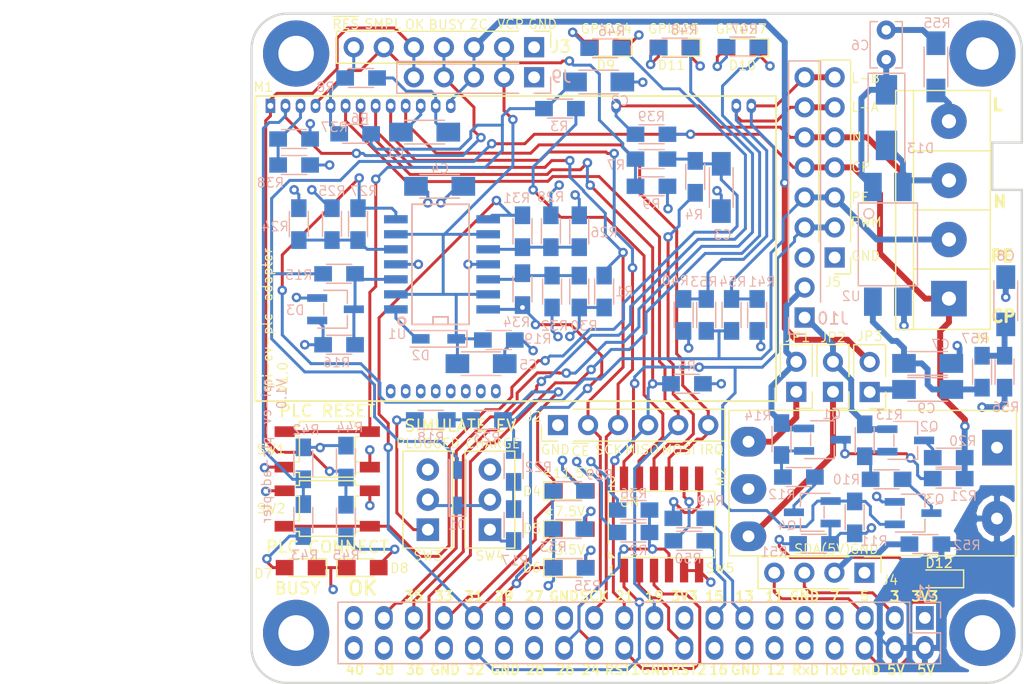
<source format=kicad_pcb>
(kicad_pcb (version 20171130) (host pcbnew 5.0.2-bee76a0~70~ubuntu18.04.1)
  (layers (0 F.Cu jumper) (1 In1.Cu signal hide) (2 In2.Cu signal hide) (31 B.Cu signal) (36 B.SilkS user) (37 F.SilkS user) (38 B.Mask user hide) (39 F.Mask user hide) (44 Edge.Cuts user))
  (net 0 "")
  (net 1 GND)
  (net 2 +5V)
  (net 3 +3V3)
  (net 4 "Net-(C2-Pad1)")
  (net 5 "Net-(C3-Pad1)")
  (net 6 "Net-(D1-Pad1)")
  (net 7 "Net-(D2-Pad2)")
  (net 8 "Net-(D3-Pad3)")
  (net 9 "Net-(J1-Pad32)")
  (net 10 "Net-(J1-Pad26)")
  (net 11 "Net-(J1-Pad22)")
  (net 12 "Net-(J1-Pad18)")
  (net 13 "Net-(J1-Pad15)")
  (net 14 "Net-(J1-Pad13)")
  (net 15 "Net-(M1-Pad3)")
  (net 16 +12V)
  (net 17 -12V)
  (net 18 "Net-(Q1-Pad1)")
  (net 19 "Net-(Q1-Pad3)")
  (net 20 "Net-(Q2-Pad3)")
  (net 21 "Net-(Q2-Pad1)")
  (net 22 "Net-(Q3-Pad3)")
  (net 23 "Net-(Q4-Pad3)")
  (net 24 "Net-(R17-Pad2)")
  (net 25 "Net-(R18-Pad2)")
  (net 26 "Net-(D4-Pad2)")
  (net 27 "Net-(D5-Pad2)")
  (net 28 "Net-(D6-Pad2)")
  (net 29 "Net-(R24-Pad2)")
  (net 30 "Net-(R26-Pad2)")
  (net 31 "Net-(R30-Pad2)")
  (net 32 /VCP)
  (net 33 /Control-Pilot/VCPLT11V5)
  (net 34 /Control-Pilot/VCPLT7V5)
  (net 35 /Control-Pilot/VCPLT3V5)
  (net 36 "Net-(D7-Pad2)")
  (net 37 "Net-(D8-Pad2)")
  (net 38 /PE)
  (net 39 /PWM)
  (net 40 /CONNECTED)
  (net 41 /L-B)
  (net 42 /L-A)
  (net 43 /N)
  (net 44 /CONNECTING)
  (net 45 /CP)
  (net 46 "Net-(R17-Pad1)")
  (net 47 "Net-(R18-Pad1)")
  (net 48 "Net-(R3-Pad2)")
  (net 49 "Net-(R4-Pad2)")
  (net 50 "Net-(D9-Pad2)")
  (net 51 "Net-(D10-Pad2)")
  (net 52 "Net-(D11-Pad2)")
  (net 53 /MOSI)
  (net 54 /MISO)
  (net 55 /SCLK)
  (net 56 /~CE)
  (net 57 /IRQ)
  (net 58 "Net-(R49-Pad2)")
  (net 59 "Net-(R50-Pad2)")
  (net 60 /SMPLCONN)
  (net 61 /~RESET)
  (net 62 "Net-(D12-Pad2)")
  (net 63 /SDA1)
  (net 64 /SCL1)
  (net 65 /GPIO24)
  (net 66 /GPIO27)
  (net 67 /GPIO25)
  (net 68 /5V-LCD)
  (net 69 /ZERODET)
  (net 70 /Control-Pilot/L)
  (net 71 "Net-(C6-Pad2)")
  (net 72 "Net-(C7-Pad1)")
  (net 73 "Net-(C8-Pad1)")
  (net 74 "Net-(C6-Pad1)")
  (net 75 "Net-(C9-Pad1)")
  (net 76 /M+12V)
  (net 77 /M-12V)
  (module Project:r-0805-hand-soldering (layer B.Cu) (at -14.17 -25.62 270)
    (fp_text reference R41 (at -2.8 -0.4 180) (layer B.SilkS) (effects (font (size 0.8 0.8) (thickness 0.1)) (justify mirror)))
    (fp_text value 1G hide)
    (pad 2 smd rect (at 1.35 0 270) (size 1.5 1.3) (layers B.Cu B.Paste B.Mask) (net 1 GND))
    (pad 1 smd rect (at -1.35 0 270) (size 1.5 1.3) (layers B.Cu B.Paste B.Mask) (net 41 /L-B))
  )
  (module Project:screw-terminal-230v-16a-5mm-4pin (layer F.Cu) (at 2.04 -34.5 90)
    (fp_text reference J6 (at -10.8 2.8) (layer F.SilkS) (effects (font (size 0.8 0.8) (thickness 0.1))))
    (fp_text value Screw_Terminal_01x04 hide)
    (pad 2 thru_hole circle (at -2.5 0 90) (size 3 3) (drill 1.2) (layers *.Cu *.Mask) (net 38 /PE) (clearance 1))
    (pad 1 thru_hole rect (at -7.5 0 90) (size 3 3) (drill 1.2) (layers *.Cu *.Mask) (net 45 /CP))
    (pad 3 thru_hole circle (at 2.5 0 90) (size 3 3) (drill 1.2) (layers *.Cu *.Mask) (net 43 /N) (clearance 1))
    (pad 4 thru_hole circle (at 7.5 0 90) (size 3 3) (drill 1.2) (layers *.Cu *.Mask) (net 70 /Control-Pilot/L) (clearance 1))
  )
  (module Project:r-0805-hand-soldering (layer B.Cu) (at -16.33 -25.62 270)
    (fp_text reference R54 (at -2.8 -0.1) (layer B.SilkS) (effects (font (size 0.8 0.8) (thickness 0.1)) (justify mirror)))
    (fp_text value 0R hide)
    (pad 1 smd rect (at -1.35 0 270) (size 1.5 1.3) (layers B.Cu B.Paste B.Mask) (net 41 /L-B))
    (pad 2 smd rect (at 1.35 0 270) (size 1.5 1.3) (layers B.Cu B.Paste B.Mask) (net 38 /PE))
  )
  (module Project:soic-14_hand-soldering (layer B.Cu) (at -40.8 -29.9)
    (fp_text reference U1 (at -3.8 5.9) (layer B.SilkS) (effects (font (size 0.8 0.8) (thickness 0.1)) (justify mirror)))
    (fp_text value LM224 hide)
    (pad 14 smd rect (at 3.9 3.81) (size 2 0.7) (layers B.Cu B.Paste B.Mask) (net 35 /Control-Pilot/VCPLT3V5))
    (pad 1 smd rect (at -3.9 3.81) (size 2 0.7) (layers B.Cu B.Paste B.Mask) (net 7 "Net-(D2-Pad2)"))
    (pad 13 smd rect (at 3.9 2.54) (size 2 0.7) (layers B.Cu B.Paste B.Mask) (net 32 /VCP))
    (pad 12 smd rect (at 3.9 1.27) (size 2 0.7) (layers B.Cu B.Paste B.Mask) (net 31 "Net-(R30-Pad2)"))
    (pad 11 smd rect (at 3.9 0) (size 2 0.7) (layers B.Cu B.Paste B.Mask) (net 1 GND))
    (pad 10 smd rect (at 3.9 -1.27) (size 2 0.7) (layers B.Cu B.Paste B.Mask) (net 30 "Net-(R26-Pad2)"))
    (pad 9 smd rect (at 3.9 -2.54) (size 2 0.7) (layers B.Cu B.Paste B.Mask) (net 32 /VCP))
    (pad 8 smd rect (at 3.9 -3.81) (size 2 0.7) (layers B.Cu B.Paste B.Mask) (net 34 /Control-Pilot/VCPLT7V5))
    (pad 2 smd rect (at -3.9 2.54) (size 2 0.7) (layers B.Cu B.Paste B.Mask) (net 32 /VCP))
    (pad 3 smd rect (at -3.9 1.27) (size 2 0.7) (layers B.Cu B.Paste B.Mask) (net 8 "Net-(D3-Pad3)"))
    (pad 4 smd rect (at -3.9 0) (size 2 0.7) (layers B.Cu B.Paste B.Mask) (net 3 +3V3))
    (pad 5 smd rect (at -3.9 -1.27) (size 2 0.7) (layers B.Cu B.Paste B.Mask) (net 29 "Net-(R24-Pad2)"))
    (pad 6 smd rect (at -3.9 -2.54) (size 2 0.7) (layers B.Cu B.Paste B.Mask) (net 32 /VCP))
    (pad 7 smd rect (at -3.9 -3.81) (size 2 0.7) (layers B.Cu B.Paste B.Mask) (net 33 /Control-Pilot/VCPLT11V5))
  )
  (module Project:sot-23_hand-soldering (layer B.Cu) (at -0.99 -8.86)
    (fp_text reference Q3 (at 1.86 -1.17 -180) (layer B.SilkS) (effects (font (size 0.8 0.8) (thickness 0.1)) (justify mirror)))
    (fp_text value AO3400)
    (pad 3 smd rect (at 1.55 0) (size 1.7 0.65) (layers B.Cu B.Paste B.Mask) (net 22 "Net-(Q3-Pad3)"))
    (pad 2 smd rect (at -1.55 -0.95) (size 1.7 0.65) (layers B.Cu B.Paste B.Mask) (net 1 GND))
    (pad 1 smd rect (at -1.55 0.95) (size 1.7 0.65) (layers B.Cu B.Paste B.Mask) (net 39 /PWM))
  )
  (module Project:sot-23_hand-soldering (layer B.Cu) (at -49.8 -26.1)
    (fp_text reference D3 (at -3.4 0.075 180) (layer B.SilkS) (effects (font (size 0.8 0.8) (thickness 0.1)) (justify mirror)))
    (fp_text value BAT54S)
    (pad 3 smd rect (at 1.55 0) (size 1.7 0.65) (layers B.Cu B.Paste B.Mask) (net 8 "Net-(D3-Pad3)"))
    (pad 2 smd rect (at -1.55 -0.95) (size 1.7 0.65) (layers B.Cu B.Paste B.Mask) (net 3 +3V3))
    (pad 1 smd rect (at -1.55 0.95) (size 1.7 0.65) (layers B.Cu B.Paste B.Mask) (net 1 GND))
  )
  (module Project:sot-23_hand-soldering (layer B.Cu) (at -1.61 -15.01)
    (fp_text reference Q2 (at 1.98 -1.17 180) (layer B.SilkS) (effects (font (size 0.8 0.8) (thickness 0.1)) (justify mirror)))
    (fp_text value AO3401)
    (pad 3 smd rect (at 1.55 0) (size 1.7 0.65) (layers B.Cu B.Paste B.Mask) (net 20 "Net-(Q2-Pad3)"))
    (pad 2 smd rect (at -1.55 -0.95) (size 1.7 0.65) (layers B.Cu B.Paste B.Mask) (net 16 +12V))
    (pad 1 smd rect (at -1.55 0.95) (size 1.7 0.65) (layers B.Cu B.Paste B.Mask) (net 21 "Net-(Q2-Pad1)"))
  )
  (module Project:sot-23_hand-soldering (layer B.Cu) (at -9.51 -8.93 180)
    (fp_text reference Q4 (at 2.13 -1.12 180) (layer B.SilkS) (effects (font (size 0.7 0.8) (thickness 0.1)) (justify mirror)))
    (fp_text value AO3401)
    (pad 3 smd rect (at 1.55 0 180) (size 1.7 0.65) (layers B.Cu B.Paste B.Mask) (net 23 "Net-(Q4-Pad3)"))
    (pad 2 smd rect (at -1.55 -0.95 180) (size 1.7 0.65) (layers B.Cu B.Paste B.Mask) (net 3 +3V3))
    (pad 1 smd rect (at -1.55 0.95 180) (size 1.7 0.65) (layers B.Cu B.Paste B.Mask) (net 39 /PWM))
  )
  (module Project:sot-23_hand-soldering (layer B.Cu) (at -8.65 -15.07)
    (fp_text reference Q1 (at 0.77 -2.15 180) (layer B.SilkS) (effects (font (size 0.8 0.8) (thickness 0.1)) (justify mirror)))
    (fp_text value AO3400)
    (pad 3 smd rect (at 1.55 0) (size 1.7 0.65) (layers B.Cu B.Paste B.Mask) (net 19 "Net-(Q1-Pad3)"))
    (pad 2 smd rect (at -1.55 -0.95) (size 1.7 0.65) (layers B.Cu B.Paste B.Mask) (net 17 -12V))
    (pad 1 smd rect (at -1.55 0.95) (size 1.7 0.65) (layers B.Cu B.Paste B.Mask) (net 18 "Net-(Q1-Pad1)"))
  )
  (module Project:sod-323_hand-soldering (layer B.Cu) (at -41.1 -23.6 180)
    (fp_text reference D2 (at 1.5 -1.4 180) (layer B.SilkS) (effects (font (size 0.8 0.8) (thickness 0.1)) (justify mirror)))
    (fp_text value B5819WS hide)
    (pad 2 smd rect (at 1.5 0 180) (size 1.5 0.8) (layers B.Cu B.Paste B.Mask) (net 7 "Net-(D2-Pad2)"))
    (pad 1 smd rect (at -1.5 0 180) (size 1.5 0.8) (layers B.Cu B.Paste B.Mask) (net 32 /VCP))
  )
  (module Project:sod-323_hand-soldering (layer B.Cu) (at -39.5 -11 90)
    (fp_text reference D1 (at -3.125 -0.025 180) (layer B.SilkS) (effects (font (size 0.8 0.8) (thickness 0.1)) (justify mirror)))
    (fp_text value B5819WS hide)
    (pad 2 smd rect (at 1.5 0 90) (size 1.5 0.8) (layers B.Cu B.Paste B.Mask) (net 45 /CP))
    (pad 1 smd rect (at -1.5 0 90) (size 1.5 0.8) (layers B.Cu B.Paste B.Mask) (net 6 "Net-(D1-Pad1)"))
  )
  (module Project:5V-to-PM12V_ebay-253052736386 (layer F.Cu) (at 6.1 -11.4 180)
    (fp_text reference M2 (at 23.32 0.52 270) (layer F.SilkS) (effects (font (size 0.8 0.8) (thickness 0.1))))
    (fp_text value supply-5VtoPM12V_ebay-253052736386 hide)
    (pad 1 thru_hole rect (at 0 3 270) (size 3 2.5) (drill 1) (layers *.Cu *.Mask) (net 1 GND))
    (pad 2 thru_hole oval (at 0 -3 270) (size 3 2.5) (drill 1) (layers *.Cu *.Mask) (net 2 +5V))
    (pad 4 thru_hole oval (at 21 -0.5 270) (size 2.5 3) (drill 1) (layers *.Cu *.Mask) (net 1 GND))
    (pad 3 thru_hole oval (at 21 -4.5 270) (size 2.5 3) (drill 1) (layers *.Cu *.Mask) (net 76 /M+12V))
    (pad 5 thru_hole oval (at 21 3.5 270) (size 2.5 3) (drill 1) (layers *.Cu *.Mask) (net 77 /M-12V))
  )
  (module Project:Raspberry-PI (layer F.Cu) (at 0 0)
    (fp_text reference J1 (at 0 -2.2) (layer B.SilkS) (effects (justify mirror)))
    (fp_text value Raspberry_RPI hide)
    (fp_text user 3V3 (at 0 -1.82) (layer F.SilkS) (effects (font (size 0.82 0.82))))
    (fp_text user 5V (at 0.1 4.392) (layer F.SilkS) (effects (font (size 0.82 0.82))))
    (fp_text user 5V (at -2.44 4.392) (layer F.SilkS) (effects (font (size 0.82 0.82))))
    (fp_text user GND (at -4.98 4.392) (layer F.SilkS) (effects (font (size 0.82 0.82))))
    (fp_text user 3 (at -2.54 -1.82) (layer F.SilkS) (effects (font (size 0.82 0.82))))
    (fp_text user 5 (at -5.08 -1.82) (layer F.SilkS) (effects (font (size 0.82 0.82))))
    (fp_text user 7 (at -7.62 -1.82) (layer F.SilkS) (effects (font (size 0.82 0.82))))
    (fp_text user GND (at -10.16 -1.82) (layer F.SilkS) (effects (font (size 0.82 0.82))))
    (fp_text user TxD (at -7.52 4.392) (layer F.SilkS) (effects (font (size 0.82 0.82))))
    (fp_text user RxD (at -10.06 4.392) (layer F.SilkS) (effects (font (size 0.82 0.82))))
    (fp_text user 11 (at -12.7 -1.82) (layer F.SilkS) (effects (font (size 0.82 0.82))))
    (fp_text user 13 (at -15.24 -1.82) (layer F.SilkS) (effects (font (size 0.82 0.82))))
    (fp_text user 12 (at -12.6 4.392) (layer F.SilkS) (effects (font (size 0.82 0.82))))
    (fp_text user GND (at -15.14 4.392) (layer F.SilkS) (effects (font (size 0.82 0.82))))
    (fp_text user 16 (at -17.426 4.399) (layer F.SilkS) (effects (font (size 0.82 0.82))))
    (fp_text user RST2 (at -19.966 4.399) (layer F.SilkS) (effects (font (size 0.82 0.82))))
    (fp_text user GND (at -22.76 4.392) (layer F.SilkS) (effects (font (size 0.82 0.82))))
    (fp_text user RST1 (at -25.554 4.399) (layer F.SilkS) (effects (font (size 0.82 0.82))))
    (fp_text user 24 (at -28.221 4.399) (layer F.SilkS) (effects (font (size 0.82 0.82))))
    (fp_text user 26 (at -30.38 4.392) (layer F.SilkS) (effects (font (size 0.82 0.82))))
    (fp_text user 28 (at -32.92 4.392) (layer F.SilkS) (effects (font (size 0.82 0.82))))
    (fp_text user GND (at -35.46 4.392) (layer F.SilkS) (effects (font (size 0.82 0.82))))
    (fp_text user 32 (at -38 4.392) (layer F.SilkS) (effects (font (size 0.82 0.82))))
    (fp_text user GND (at -40.54 4.392) (layer F.SilkS) (effects (font (size 0.82 0.82))))
    (fp_text user 36 (at -43.08 4.392) (layer F.SilkS) (effects (font (size 0.82 0.82))))
    (fp_text user 38 (at -45.62 4.392) (layer F.SilkS) (effects (font (size 0.82 0.82))))
    (fp_text user 40 (at -48.16 4.392) (layer F.SilkS) (effects (font (size 0.82 0.82))))
    (fp_text user 15 (at -17.78 -1.82) (layer F.SilkS) (effects (font (size 0.82 0.82))))
    (fp_text user 3V3 (at -20.32 -1.82) (layer F.SilkS) (effects (font (size 0.82 0.82))))
    (fp_text user SCK (at -27.94 -1.82) (layer F.SilkS) (effects (font (size 0.82 0.82))))
    (fp_text user GND (at -30.48 -1.82) (layer F.SilkS) (effects (font (size 0.82 0.82))))
    (fp_text user 27 (at -33.02 -1.82) (layer F.SilkS) (effects (font (size 0.82 0.82))))
    (fp_text user 29 (at -35.56 -1.82) (layer F.SilkS) (effects (font (size 0.82 0.82))))
    (fp_text user 31 (at -38.1 -1.82) (layer F.SilkS) (effects (font (size 0.82 0.82))))
    (fp_text user 33 (at -40.64 -1.82) (layer F.SilkS) (effects (font (size 0.82 0.82))))
    (fp_text user 35 (at -43.18 -1.82) (layer F.SilkS) (effects (font (size 0.82 0.82))))
    (fp_text user 35 (at -43.18 -1.82) (layer F.SilkS) (effects (font (size 0.82 0.82))))
    (fp_text user 33 (at -40.64 -1.82) (layer F.SilkS) (effects (font (size 0.82 0.82))))
    (fp_text user 31 (at -38.1 -1.82) (layer F.SilkS) (effects (font (size 0.82 0.82))))
    (fp_text user 29 (at -35.56 -1.82) (layer F.SilkS) (effects (font (size 0.82 0.82))))
    (fp_text user 27 (at -33.02 -1.82) (layer F.SilkS) (effects (font (size 0.82 0.82))))
    (fp_text user GND (at -30.48 -1.82) (layer F.SilkS) (effects (font (size 0.82 0.82))))
    (fp_text user SCK (at -27.94 -1.82) (layer F.SilkS) (effects (font (size 0.82 0.82))))
    (fp_text user 21 (at -25.4 -1.82) (layer F.SilkS) (effects (font (size 0.82 0.82))))
    (fp_text user 19 (at -22.86 -1.82) (layer F.SilkS) (effects (font (size 0.82 0.82))))
    (fp_text user 3V3 (at -20.32 -1.82) (layer F.SilkS) (effects (font (size 0.82 0.82))))
    (fp_text user 15 (at -17.78 -1.82) (layer F.SilkS) (effects (font (size 0.82 0.82))))
    (fp_text user 13 (at -15.24 -1.82) (layer F.SilkS) (effects (font (size 0.82 0.82))))
    (fp_text user 11 (at -12.7 -1.82) (layer F.SilkS) (effects (font (size 0.82 0.82))))
    (fp_text user GND (at -10.16 -1.82) (layer F.SilkS) (effects (font (size 0.82 0.82))))
    (fp_text user 7 (at -7.62 -1.82) (layer F.SilkS) (effects (font (size 0.82 0.82))))
    (fp_text user 5 (at -5.08 -1.82) (layer F.SilkS) (effects (font (size 0.82 0.82))))
    (fp_text user 3 (at -2.54 -1.82) (layer F.SilkS) (effects (font (size 0.82 0.82))))
    (fp_text user 3V3 (at 0 -1.82) (layer F.SilkS) (effects (font (size 0.82 0.82))))
    (pad "" np_thru_hole circle (at 4.87 1.27) (size 5.6 5.6) (drill 3) (layers *.Cu *.Mask))
    (pad "" np_thru_hole circle (at -53.13 1.27) (size 5.6 5.6) (drill 3) (layers *.Cu *.Mask))
    (pad "" np_thru_hole circle (at -53.13 -47.73) (size 5.6 5.6) (drill 3) (layers *.Cu *.Mask))
    (pad "" np_thru_hole circle (at 4.87 -47.73) (size 5.6 5.6) (drill 2.75) (layers *.Cu *.Mask))
    (pad 1 thru_hole rect (at 0 0) (size 1.5 2) (drill 1) (layers *.Cu *.Mask) (net 3 +3V3))
    (pad 2 thru_hole oval (at 0 2.54) (size 1.5 2) (drill 1) (layers *.Cu *.Mask) (net 2 +5V))
    (pad 3 thru_hole oval (at -2.54 0) (size 1.5 2) (drill 1) (layers *.Cu *.Mask) (net 63 /SDA1))
    (pad 4 thru_hole oval (at -2.54 2.54) (size 1.5 2) (drill 1) (layers *.Cu *.Mask) (net 2 +5V))
    (pad 5 thru_hole oval (at -5.08 0) (size 1.5 2) (drill 1) (layers *.Cu *.Mask) (net 64 /SCL1))
    (pad 6 thru_hole oval (at -5.08 2.54) (size 1.5 2) (drill 1) (layers *.Cu *.Mask) (net 1 GND))
    (pad 7 thru_hole oval (at -7.62 0) (size 1.5 2) (drill 1) (layers *.Cu *.Mask))
    (pad 8 thru_hole oval (at -7.62 2.54) (size 1.5 2) (drill 1) (layers *.Cu *.Mask))
    (pad 9 thru_hole oval (at -10.16 0) (size 1.5 2) (drill 1) (layers *.Cu *.Mask) (net 1 GND))
    (pad 10 thru_hole oval (at -10.16 2.54) (size 1.5 2) (drill 1) (layers *.Cu *.Mask))
    (pad 11 thru_hole oval (at -12.7 0) (size 1.5 2) (drill 1) (layers *.Cu *.Mask))
    (pad 12 thru_hole oval (at -12.7 2.54) (size 1.5 2) (drill 1) (layers *.Cu *.Mask))
    (pad 13 thru_hole oval (at -15.24 0) (size 1.5 2) (drill 1) (layers *.Cu *.Mask) (net 14 "Net-(J1-Pad13)"))
    (pad 14 thru_hole oval (at -15.24 2.54) (size 1.5 2) (drill 1) (layers *.Cu *.Mask) (net 1 GND))
    (pad 15 thru_hole oval (at -17.78 0) (size 1.5 2) (drill 1) (layers *.Cu *.Mask) (net 13 "Net-(J1-Pad15)"))
    (pad 16 thru_hole oval (at -17.78 2.54) (size 1.5 2) (drill 1) (layers *.Cu *.Mask))
    (pad 17 thru_hole oval (at -20.32 0) (size 1.5 2) (drill 1) (layers *.Cu *.Mask) (net 3 +3V3))
    (pad 18 thru_hole oval (at -20.32 2.54) (size 1.5 2) (drill 1) (layers *.Cu *.Mask) (net 12 "Net-(J1-Pad18)"))
    (pad 19 thru_hole oval (at -22.86 0) (size 1.5 2) (drill 1) (layers *.Cu *.Mask) (net 53 /MOSI))
    (pad 20 thru_hole oval (at -22.86 2.54) (size 1.5 2) (drill 1) (layers *.Cu *.Mask) (net 1 GND))
    (pad 21 thru_hole oval (at -25.4 0) (size 1.5 2) (drill 1) (layers *.Cu *.Mask) (net 54 /MISO))
    (pad 22 thru_hole oval (at -25.4 2.54) (size 1.5 2) (drill 1) (layers *.Cu *.Mask) (net 11 "Net-(J1-Pad22)"))
    (pad 23 thru_hole oval (at -27.94 0) (size 1.5 2) (drill 1) (layers *.Cu *.Mask) (net 55 /SCLK))
    (pad 24 thru_hole oval (at -27.94 2.54) (size 1.5 2) (drill 1) (layers *.Cu *.Mask) (net 56 /~CE))
    (pad 25 thru_hole oval (at -30.48 0) (size 1.5 2) (drill 1) (layers *.Cu *.Mask) (net 1 GND))
    (pad 26 thru_hole oval (at -30.48 2.54) (size 1.5 2) (drill 1) (layers *.Cu *.Mask) (net 10 "Net-(J1-Pad26)"))
    (pad 27 thru_hole oval (at -33.02 0) (size 1.5 2) (drill 1) (layers *.Cu *.Mask))
    (pad 28 thru_hole oval (at -33.02 2.54) (size 1.5 2) (drill 1) (layers *.Cu *.Mask))
    (pad 29 thru_hole oval (at -35.56 0) (size 1.5 2) (drill 1) (layers *.Cu *.Mask) (net 35 /Control-Pilot/VCPLT3V5))
    (pad 30 thru_hole oval (at -35.56 2.54) (size 1.5 2) (drill 1) (layers *.Cu *.Mask) (net 1 GND))
    (pad 31 thru_hole oval (at -38.1 0) (size 1.5 2) (drill 1) (layers *.Cu *.Mask) (net 34 /Control-Pilot/VCPLT7V5))
    (pad 32 thru_hole oval (at -38.1 2.54) (size 1.5 2) (drill 1) (layers *.Cu *.Mask) (net 9 "Net-(J1-Pad32)"))
    (pad 33 thru_hole oval (at -40.64 0) (size 1.5 2) (drill 1) (layers *.Cu *.Mask) (net 33 /Control-Pilot/VCPLT11V5))
    (pad 34 thru_hole oval (at -40.64 2.54) (size 1.5 2) (drill 1) (layers *.Cu *.Mask) (net 1 GND))
    (pad 35 thru_hole oval (at -43.18 0) (size 1.5 2) (drill 1) (layers *.Cu *.Mask) (net 65 /GPIO24))
    (pad 36 thru_hole oval (at -43.18 2.54) (size 1.5 2) (drill 1) (layers *.Cu *.Mask) (net 66 /GPIO27))
    (pad 37 thru_hole oval (at -45.72 0) (size 1.5 2) (drill 1) (layers *.Cu *.Mask) (net 67 /GPIO25))
    (pad 38 thru_hole oval (at -45.72 2.54) (size 1.5 2) (drill 1) (layers *.Cu *.Mask))
    (pad 39 thru_hole oval (at -48.26 0) (size 1.5 2) (drill 1) (layers *.Cu *.Mask) (net 1 GND))
    (pad 40 thru_hole oval (at -48.26 2.54) (size 1.5 2) (drill 1) (layers *.Cu *.Mask))
  )
  (module Project:I2PLCAMN-ISE-002-T (layer F.Cu) (at -55.3 -43.3)
    (fp_text reference M1 (at -0.6 -1.6) (layer F.SilkS) (effects (font (size 0.8 0.8) (thickness 0.1))))
    (fp_text value I2PLCAMN-ISE-002-T hide)
    (pad 18 thru_hole oval (at 19.05 24.13) (size 0.8 1.2) (drill 0.5) (layers *.Cu *.Mask))
    (pad 19 thru_hole oval (at 17.78 24.13) (size 0.8 1.2) (drill 0.5) (layers *.Cu *.Mask))
    (pad 20 thru_hole oval (at 16.51 24.13) (size 0.8 1.2) (drill 0.5) (layers *.Cu *.Mask))
    (pad 21 thru_hole oval (at 15.24 24.13) (size 0.8 1.2) (drill 0.5) (layers *.Cu *.Mask))
    (pad 22 thru_hole oval (at 13.97 24.13) (size 0.8 1.2) (drill 0.5) (layers *.Cu *.Mask))
    (pad 23 thru_hole oval (at 12.7 24.13) (size 0.8 1.2) (drill 0.5) (layers *.Cu *.Mask))
    (pad 24 thru_hole oval (at 11.43 24.13) (size 0.8 1.2) (drill 0.5) (layers *.Cu *.Mask))
    (pad 1 thru_hole rect (at 0 0) (size 0.8 1.2) (drill 0.5) (layers *.Cu *.Mask) (net 40 /CONNECTED))
    (pad 17 thru_hole oval (at 40.64 0) (size 0.8 1.2) (drill 0.5) (layers *.Cu *.Mask) (net 41 /L-B))
    (pad 13 thru_hole oval (at 15.24 0) (size 0.8 1.2) (drill 0.5) (layers *.Cu *.Mask) (net 69 /ZERODET))
    (pad 16 thru_hole oval (at 39.37 0) (size 0.8 1.2) (drill 0.5) (layers *.Cu *.Mask) (net 42 /L-A))
    (pad 15 thru_hole oval (at 29.21 0) (size 0.8 1.2) (drill 0.5) (layers *.Cu *.Mask) (net 43 /N))
    (pad 12 thru_hole oval (at 13.97 0) (size 0.8 1.2) (drill 0.5) (layers *.Cu *.Mask) (net 3 +3V3))
    (pad 11 thru_hole oval (at 12.7 0) (size 0.8 1.2) (drill 0.5) (layers *.Cu *.Mask) (net 1 GND))
    (pad 10 thru_hole oval (at 11.43 0) (size 0.8 1.2) (drill 0.5) (layers *.Cu *.Mask) (net 57 /IRQ))
    (pad 9 thru_hole oval (at 10.16 0) (size 0.8 1.2) (drill 0.5) (layers *.Cu *.Mask) (net 55 /SCLK))
    (pad 8 thru_hole oval (at 8.89 0) (size 0.8 1.2) (drill 0.5) (layers *.Cu *.Mask) (net 56 /~CE))
    (pad 7 thru_hole oval (at 7.62 0) (size 0.8 1.2) (drill 0.5) (layers *.Cu *.Mask) (net 54 /MISO))
    (pad 6 thru_hole oval (at 6.35 0) (size 0.8 1.2) (drill 0.5) (layers *.Cu *.Mask) (net 53 /MOSI))
    (pad 5 thru_hole oval (at 5.08 0) (size 0.8 1.2) (drill 0.5) (layers *.Cu *.Mask) (net 61 /~RESET))
    (pad 4 thru_hole oval (at 3.81 0) (size 0.8 1.2) (drill 0.5) (layers *.Cu *.Mask) (net 60 /SMPLCONN))
    (pad 2 thru_hole oval (at 1.27 0) (size 0.8 1.2) (drill 0.5) (layers *.Cu *.Mask) (net 44 /CONNECTING))
    (pad 25 thru_hole oval (at 10.16 24.13) (size 0.8 1.2) (drill 0.5) (layers *.Cu *.Mask))
    (pad 3 thru_hole oval (at 2.54 0) (size 0.8 1.2) (drill 0.5) (layers *.Cu *.Mask) (net 15 "Net-(M1-Pad3)"))
  )
  (module Project:push-button_ebay-183284526496 (layer F.Cu) (at -50.5 -14.25 180)
    (fp_text reference SW1 (at 4.75 0 180) (layer F.SilkS) (effects (font (size 0.8 0.8) (thickness 0.1))))
    (fp_text value push-button_ebay-183284526496 hide)
    (pad 2 smd rect (at 3.6 1.5 180) (size 1.7 0.9) (layers F.Cu F.Paste F.Mask) (net 4 "Net-(C2-Pad1)"))
    (pad 2 smd rect (at -3.6 1.5 180) (size 1.7 0.9) (layers F.Cu F.Paste F.Mask) (net 4 "Net-(C2-Pad1)"))
    (pad 1 smd rect (at 3.6 -1.5 180) (size 1.7 0.9) (layers F.Cu F.Paste F.Mask) (net 1 GND))
    (pad 1 smd rect (at -3.6 -1.5 180) (size 1.7 0.9) (layers F.Cu F.Paste F.Mask) (net 1 GND))
  )
  (module Project:push-button_ebay-183284526496 (layer F.Cu) (at -50.5 -9.25)
    (fp_text reference SW2 (at -4.75 0) (layer F.SilkS) (effects (font (size 0.8 0.8) (thickness 0.1))))
    (fp_text value push-button_ebay-183284526496 hide)
    (pad 2 smd rect (at 3.6 1.5) (size 1.7 0.9) (layers F.Cu F.Paste F.Mask) (net 5 "Net-(C3-Pad1)"))
    (pad 2 smd rect (at -3.6 1.5) (size 1.7 0.9) (layers F.Cu F.Paste F.Mask) (net 5 "Net-(C3-Pad1)"))
    (pad 1 smd rect (at 3.6 -1.5) (size 1.7 0.9) (layers F.Cu F.Paste F.Mask) (net 3 +3V3))
    (pad 1 smd rect (at -3.6 -1.5) (size 1.7 0.9) (layers F.Cu F.Paste F.Mask) (net 3 +3V3))
  )
  (module LEDs:LED_0805_HandSoldering (layer F.Cu) (at -30 -10.75)
    (fp_text reference D4 (at -3.2 0.05) (layer F.SilkS) (effects (font (size 0.8 0.8) (thickness 0.1))))
    (fp_text value LED)
    (pad 2 smd rect (at 1.35 0) (size 1.5 1.3) (layers F.Cu F.Paste F.Mask) (net 26 "Net-(D4-Pad2)"))
    (pad 1 smd rect (at -1.35 0) (size 1.5 1.3) (layers F.Cu F.Paste F.Mask) (net 33 /Control-Pilot/VCPLT11V5))
  )
  (module LEDs:LED_0805_HandSoldering (layer F.Cu) (at -30 -7.5)
    (fp_text reference D5 (at -3.2 -0.05) (layer F.SilkS) (effects (font (size 0.8 0.8) (thickness 0.1))))
    (fp_text value LED)
    (pad 1 smd rect (at -1.35 0) (size 1.5 1.3) (layers F.Cu F.Paste F.Mask) (net 34 /Control-Pilot/VCPLT7V5))
    (pad 2 smd rect (at 1.35 0) (size 1.5 1.3) (layers F.Cu F.Paste F.Mask) (net 27 "Net-(D5-Pad2)"))
  )
  (module LEDs:LED_0805_HandSoldering (layer F.Cu) (at -30 -4.25)
    (fp_text reference D6 (at -3.2 0 180) (layer F.SilkS) (effects (font (size 0.8 0.8) (thickness 0.1))))
    (fp_text value LED)
    (pad 2 smd rect (at 1.35 0) (size 1.5 1.3) (layers F.Cu F.Paste F.Mask) (net 28 "Net-(D6-Pad2)"))
    (pad 1 smd rect (at -1.35 0) (size 1.5 1.3) (layers F.Cu F.Paste F.Mask) (net 35 /Control-Pilot/VCPLT3V5))
  )
  (module LEDs:LED_0805_HandSoldering (layer F.Cu) (at -52.75 -4.25 180)
    (fp_text reference D7 (at 3.15 -0.5 180) (layer F.SilkS) (effects (font (size 0.8 0.8) (thickness 0.1))))
    (fp_text value LED)
    (pad 1 smd rect (at -1.35 0 180) (size 1.5 1.3) (layers F.Cu F.Paste F.Mask) (net 1 GND))
    (pad 2 smd rect (at 1.35 0 180) (size 1.5 1.3) (layers F.Cu F.Paste F.Mask) (net 36 "Net-(D7-Pad2)"))
  )
  (module LEDs:LED_0805_HandSoldering (layer F.Cu) (at -47.5 -4.25)
    (fp_text reference D8 (at 3.1 0.05) (layer F.SilkS) (effects (font (size 0.8 0.8) (thickness 0.1))))
    (fp_text value LED)
    (pad 2 smd rect (at 1.35 0) (size 1.5 1.3) (layers F.Cu F.Paste F.Mask) (net 37 "Net-(D8-Pad2)"))
    (pad 1 smd rect (at -1.35 0) (size 1.5 1.3) (layers F.Cu F.Paste F.Mask) (net 1 GND))
  )
  (module Project:switch_ss-12d00g3 (layer F.Cu) (at -42 -10 90)
    (fp_text reference SW3 (at -4.75 0 180) (layer F.SilkS) (effects (font (size 0.8 0.8) (thickness 0.1))))
    (fp_text value SS-12D00G3)
    (pad 1 thru_hole rect (at -2.54 0 90) (size 1.9 1.9) (drill 1) (layers *.Cu *.Mask) (net 47 "Net-(R18-Pad1)"))
    (pad 2 thru_hole circle (at 0 0 90) (size 1.9 1.9) (drill 1) (layers *.Cu *.Mask) (net 6 "Net-(D1-Pad1)"))
    (pad 3 thru_hole circle (at 2.54 0 90) (size 1.9 1.9) (drill 1) (layers *.Cu *.Mask))
  )
  (module Project:switch_ss-12d00g3 (layer F.Cu) (at -36.75 -10 90)
    (fp_text reference SW4 (at -4.75 0 180) (layer F.SilkS) (effects (font (size 0.8 0.8) (thickness 0.1))))
    (fp_text value SS-12D00G3)
    (pad 3 thru_hole circle (at 2.54 0 90) (size 1.9 1.9) (drill 1) (layers *.Cu *.Mask))
    (pad 2 thru_hole circle (at 0 0 90) (size 1.9 1.9) (drill 1) (layers *.Cu *.Mask) (net 6 "Net-(D1-Pad1)"))
    (pad 1 thru_hole rect (at -2.54 0 90) (size 1.9 1.9) (drill 1) (layers *.Cu *.Mask) (net 46 "Net-(R17-Pad1)"))
  )
  (module LEDs:LED_0805_HandSoldering (layer F.Cu) (at -26.96 -48.25 180)
    (fp_text reference D9 (at 0 -1.5 180) (layer F.SilkS) (effects (font (size 0.8 0.8) (thickness 0.1))))
    (fp_text value LED)
    (pad 2 smd rect (at 1.35 0 180) (size 1.5 1.3) (layers F.Cu F.Paste F.Mask) (net 50 "Net-(D9-Pad2)"))
    (pad 1 smd rect (at -1.35 0 180) (size 1.5 1.3) (layers F.Cu F.Paste F.Mask) (net 1 GND))
  )
  (module LEDs:LED_0805_HandSoldering (layer F.Cu) (at -15.41 -48.22 180)
    (fp_text reference D10 (at 0 -1.5 180) (layer F.SilkS) (effects (font (size 0.8 0.8) (thickness 0.1))))
    (fp_text value LED)
    (pad 1 smd rect (at -1.35 0 180) (size 1.5 1.3) (layers F.Cu F.Paste F.Mask) (net 1 GND))
    (pad 2 smd rect (at 1.35 0 180) (size 1.5 1.3) (layers F.Cu F.Paste F.Mask) (net 51 "Net-(D10-Pad2)"))
  )
  (module LEDs:LED_0805_HandSoldering (layer F.Cu) (at -21.16 -48.25 180)
    (fp_text reference D11 (at 0.25 -1.5 180) (layer F.SilkS) (effects (font (size 0.8 0.8) (thickness 0.1))))
    (fp_text value LED)
    (pad 2 smd rect (at 1.35 0 180) (size 1.5 1.3) (layers F.Cu F.Paste F.Mask) (net 52 "Net-(D11-Pad2)"))
    (pad 1 smd rect (at -1.35 0 180) (size 1.5 1.3) (layers F.Cu F.Paste F.Mask) (net 1 GND))
  )
  (module Project:dip-switch-6x2pos-smd-1.27mm (layer F.Cu) (at -22.25 -7.9)
    (fp_text reference SW5 (at 4.95 3.7) (layer F.SilkS) (effects (font (size 0.8 0.8) (thickness 0.1))))
    (fp_text value dip-switch-6x2pos-smd-1.27mm hide)
    (fp_text user ON (at -2.7 -1.9) (layer F.SilkS) (effects (font (size 0.8 0.8) (thickness 0.1))))
    (pad 6 smd rect (at -0.635 -3.9) (size 0.7 2) (layers F.Cu F.Paste F.Mask) (net 49 "Net-(R4-Pad2)"))
    (pad 8 smd rect (at 0.635 -3.9) (size 0.7 2) (layers F.Cu F.Paste F.Mask) (net 57 /IRQ))
    (pad 7 smd rect (at 0.635 3.9) (size 0.7 2) (layers F.Cu F.Paste F.Mask) (net 10 "Net-(J1-Pad26)"))
    (pad 4 smd rect (at -1.905 -3.9) (size 0.7 2) (layers F.Cu F.Paste F.Mask) (net 48 "Net-(R3-Pad2)"))
    (pad 10 smd rect (at 1.905 -3.9) (size 0.7 2) (layers F.Cu F.Paste F.Mask) (net 59 "Net-(R50-Pad2)"))
    (pad 5 smd rect (at -0.635 3.9) (size 0.7 2) (layers F.Cu F.Paste F.Mask) (net 11 "Net-(J1-Pad22)"))
    (pad 3 smd rect (at -1.905 3.9) (size 0.7 2) (layers F.Cu F.Paste F.Mask) (net 12 "Net-(J1-Pad18)"))
    (pad 9 smd rect (at 1.905 3.9) (size 0.7 2) (layers F.Cu F.Paste F.Mask) (net 1 GND))
    (pad 2 smd rect (at -3.175 -3.9) (size 0.7 2) (layers F.Cu F.Paste F.Mask) (net 39 /PWM))
    (pad 12 smd rect (at 3.175 -3.9) (size 0.7 2) (layers F.Cu F.Paste F.Mask) (net 58 "Net-(R49-Pad2)"))
    (pad 1 smd rect (at -3.175 3.9) (size 0.7 2) (layers F.Cu F.Paste F.Mask) (net 9 "Net-(J1-Pad32)"))
    (pad 11 smd rect (at 3.175 3.9) (size 0.7 2) (layers F.Cu F.Paste F.Mask) (net 1 GND))
  )
  (module Project:idc-header-1x06-p2.54mm-vertical (layer F.Cu) (at -31 -16.3 90)
    (fp_text reference J2 (at 0.71 -2.05 180) (layer F.SilkS) (effects (font (size 0.8 0.8) (thickness 0.1))))
    (fp_text value Conn_01x06 hide)
    (pad 3 thru_hole oval (at 0 5.08 90) (size 1.7 1.7) (drill 1) (layers *.Cu *.Mask) (net 55 /SCLK))
    (pad 2 thru_hole oval (at 0 2.54 90) (size 1.7 1.7) (drill 1) (layers *.Cu *.Mask) (net 56 /~CE))
    (pad 1 thru_hole rect (at 0 0 90) (size 1.7 1.7) (drill 1) (layers *.Cu *.Mask) (net 1 GND))
    (pad 4 thru_hole oval (at 0 7.62 90) (size 1.7 1.7) (drill 1) (layers *.Cu *.Mask) (net 54 /MISO))
    (pad 5 thru_hole oval (at 0 10.16 90) (size 1.7 1.7) (drill 1) (layers *.Cu *.Mask) (net 53 /MOSI))
    (pad 6 thru_hole oval (at 0 12.7 90) (size 1.7 1.7) (drill 1) (layers *.Cu *.Mask) (net 57 /IRQ))
  )
  (module Project:idc-header-1x02-p2.54mm-vertical (layer F.Cu) (at -10.86 -19.12 180)
    (fp_text reference JP1 (at -0.1 4.62) (layer F.SilkS) (effects (font (size 0.8 0.8) (thickness 0.1))))
    (fp_text value Jumper_NO_Small hide)
    (pad 2 thru_hole oval (at 0 2.54 180) (size 1.7 1.7) (drill 1) (layers *.Cu *.Mask) (net 17 -12V))
    (pad 1 thru_hole rect (at 0 0 180) (size 1.7 1.7) (drill 1) (layers *.Cu *.Mask) (net 77 /M-12V))
  )
  (module Project:idc-header-1x07-p2.54mm-vertical (layer F.Cu) (at -7.62 -30.48 180)
    (fp_text reference J5 (at 0.14 -2.08 180) (layer F.SilkS) (effects (font (size 0.8 0.8) (thickness 0.1))))
    (fp_text value header hide)
    (pad 3 thru_hole oval (at 0 5.08 180) (size 1.7 1.7) (drill 1) (layers *.Cu *.Mask) (net 38 /PE))
    (pad 2 thru_hole oval (at 0 2.54 180) (size 1.7 1.7) (drill 1) (layers *.Cu *.Mask) (net 39 /PWM))
    (pad 1 thru_hole rect (at 0 0 180) (size 1.7 1.7) (drill 1) (layers *.Cu *.Mask) (net 1 GND))
    (pad 4 thru_hole oval (at 0 7.62 180) (size 1.7 1.7) (drill 1) (layers *.Cu *.Mask) (net 45 /CP))
    (pad 5 thru_hole oval (at 0 10.16 180) (size 1.7 1.7) (drill 1) (layers *.Cu *.Mask) (net 43 /N))
    (pad 6 thru_hole oval (at 0 12.7 180) (size 1.7 1.7) (drill 1) (layers *.Cu *.Mask) (net 42 /L-A))
    (pad 7 thru_hole oval (at 0 15.24 180) (size 1.7 1.7) (drill 1) (layers *.Cu *.Mask) (net 41 /L-B))
  )
  (module Project:idc-socket-1x09-p2.54mm-vertical (layer B.Cu) (at -10.16 -25.4)
    (fp_text reference J10 (at 2.4 0.08) (layer B.SilkS) (effects (justify mirror)))
    (fp_text value socket hide)
    (pad 3 thru_hole oval (at 0 -5.08) (size 1.7 1.7) (drill 1) (layers *.Cu *.Mask) (net 1 GND))
    (pad 2 thru_hole oval (at 0 -2.54) (size 1.7 1.7) (drill 1) (layers *.Cu *.Mask) (net 17 -12V))
    (pad 1 thru_hole rect (at 0 0) (size 1.7 1.7) (drill 1) (layers *.Cu *.Mask) (net 16 +12V))
    (pad 4 thru_hole oval (at 0 -7.62) (size 1.7 1.7) (drill 1) (layers *.Cu *.Mask) (net 39 /PWM))
    (pad 5 thru_hole oval (at 0 -10.16) (size 1.7 1.7) (drill 1) (layers *.Cu *.Mask) (net 38 /PE))
    (pad 6 thru_hole oval (at 0 -12.7) (size 1.7 1.7) (drill 1) (layers *.Cu *.Mask) (net 45 /CP))
    (pad 7 thru_hole oval (at 0 -15.24) (size 1.7 1.7) (drill 1) (layers *.Cu *.Mask) (net 43 /N))
    (pad 8 thru_hole oval (at 0 -17.78) (size 1.7 1.7) (drill 1) (layers *.Cu *.Mask) (net 42 /L-A))
    (pad 9 thru_hole oval (at 0 -20.32) (size 1.7 1.7) (drill 1) (layers *.Cu *.Mask) (net 41 /L-B))
  )
  (module Project:r-0805-hand-soldering (layer B.Cu) (at -27.1 -27.6 90)
    (fp_text reference R1 (at 0 1.7 -180) (layer B.SilkS) (effects (font (size 0.8 0.8) (thickness 0.1)) (justify mirror)))
    (fp_text value 47K hide)
    (pad 2 smd rect (at 1.35 0 90) (size 1.5 1.3) (layers B.Cu B.Paste B.Mask) (net 56 /~CE))
    (pad 1 smd rect (at -1.35 0 90) (size 1.5 1.3) (layers B.Cu B.Paste B.Mask) (net 3 +3V3))
  )
  (module Project:r-0805-hand-soldering (layer B.Cu) (at -24.62 -7.22 180)
    (fp_text reference R2 (at -0.42 -1.52 180) (layer B.SilkS) (effects (font (size 0.8 0.8) (thickness 0.1)) (justify mirror)))
    (fp_text value 47K hide)
    (pad 1 smd rect (at -1.35 0 180) (size 1.5 1.3) (layers B.Cu B.Paste B.Mask) (net 10 "Net-(J1-Pad26)"))
    (pad 2 smd rect (at 1.35 0 180) (size 1.5 1.3) (layers B.Cu B.Paste B.Mask) (net 1 GND))
  )
  (module Project:r-0805-hand-soldering (layer B.Cu) (at -30.835 -43.07)
    (fp_text reference R3 (at -0.05 1.5 -180) (layer B.SilkS) (effects (font (size 0.8 0.8) (thickness 0.1)) (justify mirror)))
    (fp_text value 220R hide)
    (pad 1 smd rect (at -1.35 0) (size 1.5 1.3) (layers B.Cu B.Paste B.Mask) (net 4 "Net-(C2-Pad1)"))
    (pad 2 smd rect (at 1.35 0) (size 1.5 1.3) (layers B.Cu B.Paste B.Mask) (net 48 "Net-(R3-Pad2)"))
  )
  (module Project:r-0805-hand-soldering (layer B.Cu) (at -19.4 -37.3 270)
    (fp_text reference R4 (at 3.2 0.1) (layer B.SilkS) (effects (font (size 0.8 0.8) (thickness 0.1)) (justify mirror)))
    (fp_text value 220R hide)
    (pad 2 smd rect (at 1.35 0 270) (size 1.5 1.3) (layers B.Cu B.Paste B.Mask) (net 49 "Net-(R4-Pad2)"))
    (pad 1 smd rect (at -1.35 0 270) (size 1.5 1.3) (layers B.Cu B.Paste B.Mask) (net 5 "Net-(C3-Pad1)"))
  )
  (module Project:r-0805-hand-soldering (layer B.Cu) (at -20.1 -19.8)
    (fp_text reference R5 (at 0 -1.5) (layer B.SilkS) (effects (font (size 0.8 0.8) (thickness 0.1)) (justify mirror)))
    (fp_text value 47K hide)
    (pad 2 smd rect (at 1.35 0) (size 1.5 1.3) (layers B.Cu B.Paste B.Mask) (net 1 GND))
    (pad 1 smd rect (at -1.35 0) (size 1.5 1.3) (layers B.Cu B.Paste B.Mask) (net 54 /MISO))
  )
  (module Project:r-0805-hand-soldering (layer B.Cu) (at -48.14 -40.94)
    (fp_text reference R6 (at 0.4 -1.3) (layer B.SilkS) (effects (font (size 0.8 0.8) (thickness 0.1)) (justify mirror)))
    (fp_text value 47R hide)
    (pad 1 smd rect (at -1.35 0) (size 1.5 1.3) (layers B.Cu B.Paste B.Mask) (net 61 /~RESET))
    (pad 2 smd rect (at 1.35 0) (size 1.5 1.3) (layers B.Cu B.Paste B.Mask) (net 4 "Net-(C2-Pad1)"))
  )
  (module Project:r-0805-hand-soldering (layer B.Cu) (at -23.1 -38.8)
    (fp_text reference R7 (at -3 0.5 180) (layer B.SilkS) (effects (font (size 0.8 0.8) (thickness 0.1)) (justify mirror)))
    (fp_text value 47R hide)
    (pad 1 smd rect (at -1.35 0) (size 1.5 1.3) (layers B.Cu B.Paste B.Mask) (net 60 /SMPLCONN))
    (pad 2 smd rect (at 1.35 0) (size 1.5 1.3) (layers B.Cu B.Paste B.Mask) (net 5 "Net-(C3-Pad1)"))
  )
  (module Project:r-0805-hand-soldering (layer B.Cu) (at -47.64 -45.66 180)
    (fp_text reference R8 (at 3 -0.78) (layer B.SilkS) (effects (font (size 0.8 0.8) (thickness 0.1)) (justify mirror)))
    (fp_text value 22K hide)
    (pad 2 smd rect (at 1.35 0 180) (size 1.5 1.3) (layers B.Cu B.Paste B.Mask) (net 61 /~RESET))
    (pad 1 smd rect (at -1.35 0 180) (size 1.5 1.3) (layers B.Cu B.Paste B.Mask) (net 3 +3V3))
  )
  (module Project:r-0805-hand-soldering (layer B.Cu) (at -23.1 -36.5)
    (fp_text reference R9 (at 0 1.5) (layer B.SilkS) (effects (font (size 0.8 0.8) (thickness 0.1)) (justify mirror)))
    (fp_text value 22K hide)
    (pad 2 smd rect (at 1.35 0) (size 1.5 1.3) (layers B.Cu B.Paste B.Mask) (net 1 GND))
    (pad 1 smd rect (at -1.35 0) (size 1.5 1.3) (layers B.Cu B.Paste B.Mask) (net 60 /SMPLCONN))
  )
  (module Project:r-0805-hand-soldering (layer B.Cu) (at -3.23 -11.72 180)
    (fp_text reference R10 (at 3.39 -0.02) (layer B.SilkS) (effects (font (size 0.8 0.8) (thickness 0.1)) (justify mirror)))
    (fp_text value 10K hide)
    (pad 2 smd rect (at 1.35 0 180) (size 1.5 1.3) (layers B.Cu B.Paste B.Mask) (net 21 "Net-(Q2-Pad1)"))
    (pad 1 smd rect (at -1.35 0 180) (size 1.5 1.3) (layers B.Cu B.Paste B.Mask) (net 22 "Net-(Q3-Pad3)"))
  )
  (module Project:r-0805-hand-soldering (layer B.Cu) (at -5.93 -8.5 270)
    (fp_text reference R11 (at 2 -1.64 180) (layer B.SilkS) (effects (font (size 0.8 0.8) (thickness 0.1)) (justify mirror)))
    (fp_text value 33K hide)
    (pad 1 smd rect (at -1.35 0 270) (size 1.5 1.3) (layers B.Cu B.Paste B.Mask) (net 39 /PWM))
    (pad 2 smd rect (at 1.35 0 270) (size 1.5 1.3) (layers B.Cu B.Paste B.Mask) (net 3 +3V3))
  )
  (module Project:r-0805-hand-soldering (layer B.Cu) (at -10.64 -11.91 180)
    (fp_text reference R12 (at 1.44 -1.47) (layer B.SilkS) (effects (font (size 0.8 0.8) (thickness 0.1)) (justify mirror)))
    (fp_text value 18K hide)
    (pad 1 smd rect (at -1.35 0 180) (size 1.5 1.3) (layers B.Cu B.Paste B.Mask) (net 23 "Net-(Q4-Pad3)"))
    (pad 2 smd rect (at 1.35 0 180) (size 1.5 1.3) (layers B.Cu B.Paste B.Mask) (net 18 "Net-(Q1-Pad1)"))
  )
  (module Project:r-0805-hand-soldering (layer B.Cu) (at -5.08 -15.02 90)
    (fp_text reference R13 (at 2.16 2.09 180) (layer B.SilkS) (effects (font (size 0.8 0.8) (thickness 0.1)) (justify mirror)))
    (fp_text value 10K hide)
    (pad 2 smd rect (at 1.35 0 90) (size 1.5 1.3) (layers B.Cu B.Paste B.Mask) (net 16 +12V))
    (pad 1 smd rect (at -1.35 0 90) (size 1.5 1.3) (layers B.Cu B.Paste B.Mask) (net 21 "Net-(Q2-Pad1)"))
  )
  (module Project:r-0805-hand-soldering (layer B.Cu) (at -12.11 -15.12 90)
    (fp_text reference R14 (at 1.99 -1.99 180) (layer B.SilkS) (effects (font (size 0.8 0.8) (thickness 0.1)) (justify mirror)))
    (fp_text value 10K hide)
    (pad 1 smd rect (at -1.35 0 90) (size 1.5 1.3) (layers B.Cu B.Paste B.Mask) (net 18 "Net-(Q1-Pad1)"))
    (pad 2 smd rect (at 1.35 0 90) (size 1.5 1.3) (layers B.Cu B.Paste B.Mask) (net 17 -12V))
  )
  (module Project:r-0805-hand-soldering (layer B.Cu) (at -49.5 -29.1)
    (fp_text reference R15 (at -3.4 0.1 180) (layer B.SilkS) (effects (font (size 0.8 0.8) (thickness 0.1)) (justify mirror)))
    (fp_text value 100k hide)
    (pad 2 smd rect (at 1.35 0) (size 1.5 1.3) (layers B.Cu B.Paste B.Mask) (net 8 "Net-(D3-Pad3)"))
    (pad 1 smd rect (at -1.35 0) (size 1.5 1.3) (layers B.Cu B.Paste B.Mask) (net 45 /CP))
  )
  (module Project:r-0805-hand-soldering (layer B.Cu) (at -49.5 -23.1 180)
    (fp_text reference R16 (at 0.2 -1.5) (layer B.SilkS) (effects (font (size 0.8 0.8) (thickness 0.1)) (justify mirror)))
    (fp_text value 22k hide)
    (pad 1 smd rect (at -1.35 0 180) (size 1.5 1.3) (layers B.Cu B.Paste B.Mask) (net 8 "Net-(D3-Pad3)"))
    (pad 2 smd rect (at 1.35 0 180) (size 1.5 1.3) (layers B.Cu B.Paste B.Mask) (net 1 GND))
  )
  (module Project:r-0805-hand-soldering (layer B.Cu) (at -34.75 -7.85 90)
    (fp_text reference R17 (at -3 0.1 180) (layer B.SilkS) (effects (font (size 0.8 0.8) (thickness 0.1)) (justify mirror)))
    (fp_text value 2.74k hide)
    (pad 2 smd rect (at 1.35 0 90) (size 1.5 1.3) (layers B.Cu B.Paste B.Mask) (net 24 "Net-(R17-Pad2)"))
    (pad 1 smd rect (at -1.35 0 90) (size 1.5 1.3) (layers B.Cu B.Paste B.Mask) (net 46 "Net-(R17-Pad1)"))
  )
  (module Project:r-0805-hand-soldering (layer B.Cu) (at -41.75 -16.75)
    (fp_text reference R18 (at 0 1.5) (layer B.SilkS) (effects (font (size 0.8 0.8) (thickness 0.1)) (justify mirror)))
    (fp_text value 1.3k hide)
    (pad 1 smd rect (at -1.35 0) (size 1.5 1.3) (layers B.Cu B.Paste B.Mask) (net 47 "Net-(R18-Pad1)"))
    (pad 2 smd rect (at 1.35 0) (size 1.5 1.3) (layers B.Cu B.Paste B.Mask) (net 25 "Net-(R18-Pad2)"))
  )
  (module Project:r-0805-hand-soldering (layer B.Cu) (at -36 -23.5)
    (fp_text reference R19 (at 3.3 -0.1 180) (layer B.SilkS) (effects (font (size 0.8 0.8) (thickness 0.1)) (justify mirror)))
    (fp_text value 1G hide)
    (pad 1 smd rect (at -1.35 0) (size 1.5 1.3) (layers B.Cu B.Paste B.Mask) (net 32 /VCP))
    (pad 2 smd rect (at 1.35 0) (size 1.5 1.3) (layers B.Cu B.Paste B.Mask) (net 1 GND))
  )
  (module Project:r-0805-hand-soldering (layer B.Cu) (at 2.02 -13.55)
    (fp_text reference R20 (at 1.19 -1.41 180) (layer B.SilkS) (effects (font (size 0.8 0.8) (thickness 0.1)) (justify mirror)))
    (fp_text value 1k hide)
    (pad 2 smd rect (at 1.35 0) (size 1.5 1.3) (layers B.Cu B.Paste B.Mask) (net 45 /CP))
    (pad 1 smd rect (at -1.35 0) (size 1.5 1.3) (layers B.Cu B.Paste B.Mask) (net 20 "Net-(Q2-Pad3)"))
  )
  (module Project:r-0805-hand-soldering (layer B.Cu) (at 2.02 -11.78 180)
    (fp_text reference R21 (at -1.24 -1.47) (layer B.SilkS) (effects (font (size 0.8 0.8) (thickness 0.1)) (justify mirror)))
    (fp_text value 1k hide)
    (pad 1 smd rect (at -1.35 0 180) (size 1.5 1.3) (layers B.Cu B.Paste B.Mask) (net 45 /CP))
    (pad 2 smd rect (at 1.35 0 180) (size 1.5 1.3) (layers B.Cu B.Paste B.Mask) (net 19 "Net-(Q1-Pad3)"))
  )
  (module Project:r-0805-hand-soldering (layer B.Cu) (at -34.75 -12.85 90)
    (fp_text reference R22 (at -0.1 2.1 180) (layer B.SilkS) (effects (font (size 0.8 0.8) (thickness 0.1)) (justify mirror)))
    (fp_text value 0R hide)
    (pad 2 smd rect (at 1.35 0 90) (size 1.5 1.3) (layers B.Cu B.Paste B.Mask) (net 38 /PE))
    (pad 1 smd rect (at -1.35 0 90) (size 1.5 1.3) (layers B.Cu B.Paste B.Mask) (net 24 "Net-(R17-Pad2)"))
  )
  (module Project:r-0805-hand-soldering (layer B.Cu) (at -37 -16.75)
    (fp_text reference R23 (at 0 1.5 180) (layer B.SilkS) (effects (font (size 0.8 0.8) (thickness 0.1)) (justify mirror)))
    (fp_text value 0R hide)
    (pad 2 smd rect (at 1.35 0) (size 1.5 1.3) (layers B.Cu B.Paste B.Mask) (net 38 /PE))
    (pad 1 smd rect (at -1.35 0) (size 1.5 1.3) (layers B.Cu B.Paste B.Mask) (net 25 "Net-(R18-Pad2)"))
  )
  (module Project:r-0805-hand-soldering (layer B.Cu) (at -52.9 -33.3 270)
    (fp_text reference R24 (at 0.2 2) (layer B.SilkS) (effects (font (size 0.8 0.8) (thickness 0.1)) (justify mirror)))
    (fp_text value 5K6 hide)
    (pad 1 smd rect (at -1.35 0 270) (size 1.5 1.3) (layers B.Cu B.Paste B.Mask) (net 3 +3V3))
    (pad 2 smd rect (at 1.35 0 270) (size 1.5 1.3) (layers B.Cu B.Paste B.Mask) (net 29 "Net-(R24-Pad2)"))
  )
  (module Project:r-0805-hand-soldering (layer B.Cu) (at -50.1 -33.3 90)
    (fp_text reference R25 (at 2.8 0 180) (layer B.SilkS) (effects (font (size 0.8 0.8) (thickness 0.1)) (justify mirror)))
    (fp_text value 8K2 hide)
    (pad 2 smd rect (at 1.35 0 90) (size 1.5 1.3) (layers B.Cu B.Paste B.Mask) (net 1 GND))
    (pad 1 smd rect (at -1.35 0 90) (size 1.5 1.3) (layers B.Cu B.Paste B.Mask) (net 29 "Net-(R24-Pad2)"))
  )
  (module Project:r-0805-hand-soldering (layer B.Cu) (at -29.2 -32.7 270)
    (fp_text reference R26 (at 0.1 -2.1) (layer B.SilkS) (effects (font (size 0.8 0.8) (thickness 0.1)) (justify mirror)))
    (fp_text value 5K6 hide)
    (pad 2 smd rect (at 1.35 0 270) (size 1.5 1.3) (layers B.Cu B.Paste B.Mask) (net 30 "Net-(R26-Pad2)"))
    (pad 1 smd rect (at -1.35 0 270) (size 1.5 1.3) (layers B.Cu B.Paste B.Mask) (net 3 +3V3))
  )
  (module Project:r-0805-hand-soldering (layer B.Cu) (at -47.9 -33.3 90)
    (fp_text reference R27 (at 2.8 0.5 180) (layer B.SilkS) (effects (font (size 0.8 0.8) (thickness 0.1)) (justify mirror)))
    (fp_text value 330K hide)
    (pad 1 smd rect (at -1.35 0 90) (size 1.5 1.3) (layers B.Cu B.Paste B.Mask) (net 29 "Net-(R24-Pad2)"))
    (pad 2 smd rect (at 1.35 0 90) (size 1.5 1.3) (layers B.Cu B.Paste B.Mask) (net 33 /Control-Pilot/VCPLT11V5))
  )
  (module Project:r-0805-hand-soldering (layer B.Cu) (at -31.6 -32.7 90)
    (fp_text reference R28 (at 2.9 -0.02 180) (layer B.SilkS) (effects (font (size 0.8 0.8) (thickness 0.1)) (justify mirror)))
    (fp_text value 3K9 hide)
    (pad 2 smd rect (at 1.35 0 90) (size 1.5 1.3) (layers B.Cu B.Paste B.Mask) (net 1 GND))
    (pad 1 smd rect (at -1.35 0 90) (size 1.5 1.3) (layers B.Cu B.Paste B.Mask) (net 30 "Net-(R26-Pad2)"))
  )
  (module Project:r-0805-hand-soldering (layer B.Cu) (at -30.07 -10.72)
    (fp_text reference R29 (at 2.57 -1.38) (layer B.SilkS) (effects (font (size 0.8 0.8) (thickness 0.1)) (justify mirror)))
    (fp_text value 880R hide)
    (pad 1 smd rect (at -1.35 0) (size 1.5 1.3) (layers B.Cu B.Paste B.Mask) (net 3 +3V3))
    (pad 2 smd rect (at 1.35 0) (size 1.5 1.3) (layers B.Cu B.Paste B.Mask) (net 26 "Net-(D4-Pad2)"))
  )
  (module Project:r-0805-hand-soldering (layer B.Cu) (at -29.2 -27.6 90)
    (fp_text reference R30 (at -2.9 0.4 180) (layer B.SilkS) (effects (font (size 0.8 0.8) (thickness 0.1)) (justify mirror)))
    (fp_text value 10K hide)
    (pad 1 smd rect (at -1.35 0 90) (size 1.5 1.3) (layers B.Cu B.Paste B.Mask) (net 3 +3V3))
    (pad 2 smd rect (at 1.35 0 90) (size 1.5 1.3) (layers B.Cu B.Paste B.Mask) (net 31 "Net-(R30-Pad2)"))
  )
  (module Project:r-0805-hand-soldering (layer B.Cu) (at -34 -32.7 90)
    (fp_text reference R31 (at 2.8 -0.5 180) (layer B.SilkS) (effects (font (size 0.8 0.8) (thickness 0.1)) (justify mirror)))
    (fp_text value 100K hide)
    (pad 2 smd rect (at 1.35 0 90) (size 1.5 1.3) (layers B.Cu B.Paste B.Mask) (net 34 /Control-Pilot/VCPLT7V5))
    (pad 1 smd rect (at -1.35 0 90) (size 1.5 1.3) (layers B.Cu B.Paste B.Mask) (net 30 "Net-(R26-Pad2)"))
  )
  (module Project:r-0805-hand-soldering (layer B.Cu) (at -31.5 -27.6 270)
    (fp_text reference R32 (at 2.9 -0.2) (layer B.SilkS) (effects (font (size 0.8 0.8) (thickness 0.1)) (justify mirror)))
    (fp_text value 2K2 hide)
    (pad 2 smd rect (at 1.35 0 270) (size 1.5 1.3) (layers B.Cu B.Paste B.Mask) (net 1 GND))
    (pad 1 smd rect (at -1.35 0 270) (size 1.5 1.3) (layers B.Cu B.Paste B.Mask) (net 31 "Net-(R30-Pad2)"))
  )
  (module Project:r-0805-hand-soldering (layer B.Cu) (at -30.12 -7.52)
    (fp_text reference R33 (at -1.28 1.52) (layer B.SilkS) (effects (font (size 0.8 0.8) (thickness 0.1)) (justify mirror)))
    (fp_text value 220R hide)
    (pad 2 smd rect (at 1.35 0) (size 1.5 1.3) (layers B.Cu B.Paste B.Mask) (net 27 "Net-(D5-Pad2)"))
    (pad 1 smd rect (at -1.35 0) (size 1.5 1.3) (layers B.Cu B.Paste B.Mask) (net 3 +3V3))
  )
  (module Project:r-0805-hand-soldering (layer B.Cu) (at -34 -27.8 270)
    (fp_text reference R34 (at 2.8 0.5) (layer B.SilkS) (effects (font (size 0.8 0.8) (thickness 0.1)) (justify mirror)))
    (fp_text value 82K hide)
    (pad 2 smd rect (at 1.35 0 270) (size 1.5 1.3) (layers B.Cu B.Paste B.Mask) (net 35 /Control-Pilot/VCPLT3V5))
    (pad 1 smd rect (at -1.35 0 270) (size 1.5 1.3) (layers B.Cu B.Paste B.Mask) (net 31 "Net-(R30-Pad2)"))
  )
  (module Project:r-0805-hand-soldering (layer B.Cu) (at -30.02 -4.22)
    (fp_text reference R35 (at 1.52 1.52) (layer B.SilkS) (effects (font (size 0.8 0.8) (thickness 0.1)) (justify mirror)))
    (fp_text value 1K2 hide)
    (pad 1 smd rect (at -1.35 0) (size 1.5 1.3) (layers B.Cu B.Paste B.Mask) (net 3 +3V3))
    (pad 2 smd rect (at 1.35 0) (size 1.5 1.3) (layers B.Cu B.Paste B.Mask) (net 28 "Net-(D6-Pad2)"))
  )
  (module Project:r-0805-hand-soldering (layer B.Cu) (at -24.62 -9.12)
    (fp_text reference R36 (at 0.02 -1.38) (layer B.SilkS) (effects (font (size 0.8 0.8) (thickness 0.1)) (justify mirror)))
    (fp_text value 1G hide)
    (pad 1 smd rect (at -1.35 0) (size 1.5 1.3) (layers B.Cu B.Paste B.Mask) (net 3 +3V3))
    (pad 2 smd rect (at 1.35 0) (size 1.5 1.3) (layers B.Cu B.Paste B.Mask) (net 10 "Net-(J1-Pad26)"))
  )
  (module Project:r-0805-hand-soldering (layer B.Cu) (at -53.3 -40.5 180)
    (fp_text reference R37 (at -3.4 1 180) (layer B.SilkS) (effects (font (size 0.8 0.8) (thickness 0.1)) (justify mirror)))
    (fp_text value 1G hide)
    (pad 2 smd rect (at 1.35 0 180) (size 1.5 1.3) (layers B.Cu B.Paste B.Mask) (net 15 "Net-(M1-Pad3)"))
    (pad 1 smd rect (at -1.35 0 180) (size 1.5 1.3) (layers B.Cu B.Paste B.Mask) (net 3 +3V3))
  )
  (module Project:r-0805-hand-soldering (layer B.Cu) (at -53.3 -38.3)
    (fp_text reference R38 (at -2 1.5) (layer B.SilkS) (effects (font (size 0.8 0.8) (thickness 0.1)) (justify mirror)))
    (fp_text value 47K hide)
    (pad 1 smd rect (at -1.35 0) (size 1.5 1.3) (layers B.Cu B.Paste B.Mask) (net 15 "Net-(M1-Pad3)"))
    (pad 2 smd rect (at 1.35 0) (size 1.5 1.3) (layers B.Cu B.Paste B.Mask) (net 1 GND))
  )
  (module Project:r-0805-hand-soldering (layer B.Cu) (at -23.1 -40.9 180)
    (fp_text reference R39 (at 0 1.5 180) (layer B.SilkS) (effects (font (size 0.8 0.8) (thickness 0.1)) (justify mirror)))
    (fp_text value 0R hide)
    (pad 1 smd rect (at -1.35 0 180) (size 1.5 1.3) (layers B.Cu B.Paste B.Mask) (net 45 /CP))
    (pad 2 smd rect (at 1.35 0 180) (size 1.5 1.3) (layers B.Cu B.Paste B.Mask) (net 43 /N))
  )
  (module Project:r-0805-hand-soldering (layer B.Cu) (at -20.38 -25.62 270)
    (fp_text reference R40 (at -2.9 0.7) (layer B.SilkS) (effects (font (size 0.8 0.8) (thickness 0.1)) (justify mirror)))
    (fp_text value 1G hide)
    (pad 2 smd rect (at 1.35 0 270) (size 1.5 1.3) (layers B.Cu B.Paste B.Mask) (net 1 GND))
    (pad 1 smd rect (at -1.35 0 270) (size 1.5 1.3) (layers B.Cu B.Paste B.Mask) (net 42 /L-A))
  )
  (module Project:r-0805-hand-soldering (layer B.Cu) (at -52.52 -13.07 270)
    (fp_text reference R42 (at -2.83 -0.22) (layer B.SilkS) (effects (font (size 0.8 0.8) (thickness 0.1)) (justify mirror)))
    (fp_text value 1G hide)
    (pad 2 smd rect (at 1.35 0 270) (size 1.5 1.3) (layers B.Cu B.Paste B.Mask) (net 44 /CONNECTING))
    (pad 1 smd rect (at -1.35 0 270) (size 1.5 1.3) (layers B.Cu B.Paste B.Mask) (net 3 +3V3))
  )
  (module Project:r-0805-hand-soldering (layer B.Cu) (at -52.52 -8.27 270)
    (fp_text reference R43 (at 2.97 -0.12) (layer B.SilkS) (effects (font (size 0.8 0.8) (thickness 0.1)) (justify mirror)))
    (fp_text value 1K2 hide)
    (pad 1 smd rect (at -1.35 0 270) (size 1.5 1.3) (layers B.Cu B.Paste B.Mask) (net 44 /CONNECTING))
    (pad 2 smd rect (at 1.35 0 270) (size 1.5 1.3) (layers B.Cu B.Paste B.Mask) (net 36 "Net-(D7-Pad2)"))
  )
  (module Project:r-0805-hand-soldering (layer B.Cu) (at -48.92 -13.22 270)
    (fp_text reference R44 (at -2.88 -0.32) (layer B.SilkS) (effects (font (size 0.8 0.8) (thickness 0.1)) (justify mirror)))
    (fp_text value 1G hide)
    (pad 1 smd rect (at -1.35 0 270) (size 1.5 1.3) (layers B.Cu B.Paste B.Mask) (net 3 +3V3))
    (pad 2 smd rect (at 1.35 0 270) (size 1.5 1.3) (layers B.Cu B.Paste B.Mask) (net 40 /CONNECTED))
  )
  (module Project:r-0805-hand-soldering (layer B.Cu) (at -48.92 -8.22 270)
    (fp_text reference R45 (at 2.92 -0.02) (layer B.SilkS) (effects (font (size 0.8 0.8) (thickness 0.1)) (justify mirror)))
    (fp_text value 880R hide)
    (pad 1 smd rect (at -1.35 0 270) (size 1.5 1.3) (layers B.Cu B.Paste B.Mask) (net 40 /CONNECTED))
    (pad 2 smd rect (at 1.35 0 270) (size 1.5 1.3) (layers B.Cu B.Paste B.Mask) (net 37 "Net-(D8-Pad2)"))
  )
  (module Project:r-0805-hand-soldering (layer B.Cu) (at -27.01 -48.17 180)
    (fp_text reference R46 (at -0.55 1.45 180) (layer B.SilkS) (effects (font (size 0.8 0.8) (thickness 0.1)) (justify mirror)))
    (fp_text value 1K2 hide)
    (pad 1 smd rect (at -1.35 0 180) (size 1.5 1.3) (layers B.Cu B.Paste B.Mask) (net 65 /GPIO24))
    (pad 2 smd rect (at 1.35 0 180) (size 1.5 1.3) (layers B.Cu B.Paste B.Mask) (net 50 "Net-(D9-Pad2)"))
  )
  (module Project:r-0805-hand-soldering (layer B.Cu) (at -15.41 -48.32 180)
    (fp_text reference R47 (at -0.17 1.48 180) (layer B.SilkS) (effects (font (size 0.8 0.8) (thickness 0.1)) (justify mirror)))
    (fp_text value 220R hide)
    (pad 2 smd rect (at 1.35 0 180) (size 1.5 1.3) (layers B.Cu B.Paste B.Mask) (net 51 "Net-(D10-Pad2)"))
    (pad 1 smd rect (at -1.35 0 180) (size 1.5 1.3) (layers B.Cu B.Paste B.Mask) (net 66 /GPIO27))
  )
  (module Project:r-0805-hand-soldering (layer B.Cu) (at -21.135 -48.22 180)
    (fp_text reference R48 (at -0.8 1.5 180) (layer B.SilkS) (effects (font (size 0.8 0.8) (thickness 0.1)) (justify mirror)))
    (fp_text value 880R hide)
    (pad 2 smd rect (at 1.35 0 180) (size 1.5 1.3) (layers B.Cu B.Paste B.Mask) (net 52 "Net-(D11-Pad2)"))
    (pad 1 smd rect (at -1.35 0 180) (size 1.5 1.3) (layers B.Cu B.Paste B.Mask) (net 67 /GPIO25))
  )
  (module Project:r-0805-hand-soldering (layer B.Cu) (at -19.9 -8.42 180)
    (fp_text reference R49 (at -1.8 1.48 180) (layer B.SilkS) (effects (font (size 0.8 0.8) (thickness 0.1)) (justify mirror)))
    (fp_text value 220R hide)
    (pad 1 smd rect (at -1.35 0 180) (size 1.5 1.3) (layers B.Cu B.Paste B.Mask) (net 14 "Net-(J1-Pad13)"))
    (pad 2 smd rect (at 1.35 0 180) (size 1.5 1.3) (layers B.Cu B.Paste B.Mask) (net 58 "Net-(R49-Pad2)"))
  )
  (module Project:r-0805-hand-soldering (layer B.Cu) (at -19.9 -6.52 180)
    (fp_text reference R50 (at 0.1 -1.5 180) (layer B.SilkS) (effects (font (size 0.8 0.8) (thickness 0.1)) (justify mirror)))
    (fp_text value 220R hide)
    (pad 2 smd rect (at 1.35 0 180) (size 1.5 1.3) (layers B.Cu B.Paste B.Mask) (net 59 "Net-(R50-Pad2)"))
    (pad 1 smd rect (at -1.35 0 180) (size 1.5 1.3) (layers B.Cu B.Paste B.Mask) (net 13 "Net-(J1-Pad15)"))
  )
  (module Project:c-1206-hand-soldering (layer B.Cu) (at -42.27 -41.08 180)
    (fp_text reference C1 (at 2.5 -1.7 180) (layer B.SilkS) (effects (font (size 0.8 0.8) (thickness 0.1)) (justify mirror)))
    (fp_text value 100n hide)
    (pad 2 smd rect (at 2 0 180) (size 2 1.6) (layers B.Cu B.Paste B.Mask) (net 1 GND))
    (pad 1 smd rect (at -2 0 180) (size 2 1.6) (layers B.Cu B.Paste B.Mask) (net 3 +3V3))
  )
  (module Project:c-1206-hand-soldering (layer B.Cu) (at -27.56 -45.32)
    (fp_text reference C2 (at 1.8 1.6) (layer B.SilkS) (effects (font (size 0.8 0.8) (thickness 0.1)) (justify mirror)))
    (fp_text value 100p hide)
    (pad 1 smd rect (at -2 0) (size 2 1.6) (layers B.Cu B.Paste B.Mask) (net 4 "Net-(C2-Pad1)"))
    (pad 2 smd rect (at 2 0) (size 2 1.6) (layers B.Cu B.Paste B.Mask) (net 1 GND))
  )
  (module Project:c-1206-hand-soldering (layer B.Cu) (at -17.2 -36.4 270)
    (fp_text reference C3 (at 4 -0.1) (layer B.SilkS) (effects (font (size 0.8 0.8) (thickness 0.1)) (justify mirror)))
    (fp_text value 100p hide)
    (pad 2 smd rect (at 2 0 270) (size 2 1.6) (layers B.Cu B.Paste B.Mask) (net 1 GND))
    (pad 1 smd rect (at -2 0 270) (size 2 1.6) (layers B.Cu B.Paste B.Mask) (net 5 "Net-(C3-Pad1)"))
  )
  (module Project:c-1206-hand-soldering (layer B.Cu) (at -41 -36.5 180)
    (fp_text reference C4 (at -0.025 1.5) (layer B.SilkS) (effects (font (size 0.8 0.8) (thickness 0.1)) (justify mirror)))
    (fp_text value 100n hide)
    (pad 1 smd rect (at -2 0 180) (size 2 1.6) (layers B.Cu B.Paste B.Mask) (net 1 GND))
    (pad 2 smd rect (at 2 0 180) (size 2 1.6) (layers B.Cu B.Paste B.Mask) (net 3 +3V3))
  )
  (module Project:c-1206-hand-soldering (layer B.Cu) (at -37.5 -21.5)
    (fp_text reference C5 (at 4 0.1 180) (layer B.SilkS) (effects (font (size 0.8 0.8) (thickness 0.1)) (justify mirror)))
    (fp_text value 1u hide)
    (pad 2 smd rect (at 2 0) (size 2 1.6) (layers B.Cu B.Paste B.Mask) (net 1 GND))
    (pad 1 smd rect (at -2 0) (size 2 1.6) (layers B.Cu B.Paste B.Mask) (net 32 /VCP))
  )
  (module LEDs:LED_0805_HandSoldering (layer F.Cu) (at 1.08 -3.3 180)
    (fp_text reference D12 (at -0.13 1.34 180) (layer F.SilkS) (effects (font (size 0.8 0.8) (thickness 0.12))))
    (fp_text value LED)
    (pad 2 smd rect (at 1.35 0 180) (size 1.5 1.3) (layers F.Cu F.Paste F.Mask) (net 62 "Net-(D12-Pad2)"))
    (pad 1 smd rect (at -1.35 0 180) (size 1.5 1.3) (layers F.Cu F.Paste F.Mask) (net 1 GND))
  )
  (module Project:r-0805-hand-soldering (layer B.Cu) (at -9.36 -6.27)
    (fp_text reference R51 (at -3.38 0.7 180) (layer B.SilkS) (effects (font (size 0.8 0.8) (thickness 0.1)) (justify mirror)))
    (fp_text value 880R hide)
    (pad 2 smd rect (at 1.35 0) (size 1.5 1.3) (layers B.Cu B.Paste B.Mask) (net 3 +3V3))
    (pad 1 smd rect (at -1.35 0) (size 1.5 1.3) (layers B.Cu B.Paste B.Mask) (net 62 "Net-(D12-Pad2)"))
  )
  (module Project:r-0805-hand-soldering (layer B.Cu) (at 0.05 -6.24 180)
    (fp_text reference R52 (at -3.52 -0.1 180) (layer B.SilkS) (effects (font (size 0.8 0.8) (thickness 0.1)) (justify mirror)))
    (fp_text value 0R hide)
    (pad 2 smd rect (at 1.35 0 180) (size 1.5 1.3) (layers B.Cu B.Paste B.Mask) (net 68 /5V-LCD))
    (pad 1 smd rect (at -1.35 0 180) (size 1.5 1.3) (layers B.Cu B.Paste B.Mask) (net 2 +5V))
  )
  (module Project:idc-header-1x04-p2.54mm-vertical (layer F.Cu) (at -5.1 -3.82 270)
    (fp_text reference J4 (at 0.63 -2.16) (layer F.SilkS) (effects (font (size 0.8 0.8) (thickness 0.1))))
    (fp_text value header hide)
    (pad 3 thru_hole oval (at 0 5.08 270) (size 1.7 1.7) (drill 1) (layers *.Cu *.Mask) (net 63 /SDA1))
    (pad 2 thru_hole oval (at 0 2.54 270) (size 1.7 1.7) (drill 1) (layers *.Cu *.Mask) (net 68 /5V-LCD))
    (pad 1 thru_hole rect (at 0 0 270) (size 1.7 1.7) (drill 1) (layers *.Cu *.Mask) (net 1 GND))
    (pad 4 thru_hole oval (at 0 7.62 270) (size 1.7 1.7) (drill 1) (layers *.Cu *.Mask) (net 64 /SCL1))
  )
  (module Project:r-0805-hand-soldering (layer B.Cu) (at -18.47 -25.62 270)
    (fp_text reference R53 (at -2.8 0.2) (layer B.SilkS) (effects (font (size 0.8 0.8) (thickness 0.1)) (justify mirror)))
    (fp_text value 0R hide)
    (pad 2 smd rect (at 1.35 0 270) (size 1.5 1.3) (layers B.Cu B.Paste B.Mask) (net 38 /PE))
    (pad 1 smd rect (at -1.35 0 270) (size 1.5 1.3) (layers B.Cu B.Paste B.Mask) (net 42 /L-A))
  )
  (module Project:idc-header-1x07-p2.54mm-vertical (layer F.Cu) (at -33.02 -48.26 270)
    (fp_text reference J3 (at -0.04 -2.25) (layer F.SilkS))
    (fp_text value header hide)
    (pad 3 thru_hole oval (at 0 5.08 270) (size 1.7 1.7) (drill 1) (layers *.Cu *.Mask) (net 69 /ZERODET))
    (pad 2 thru_hole oval (at 0 2.54 270) (size 1.7 1.7) (drill 1) (layers *.Cu *.Mask) (net 32 /VCP))
    (pad 1 thru_hole rect (at 0 0 270) (size 1.7 1.7) (drill 1) (layers *.Cu *.Mask) (net 1 GND))
    (pad 4 thru_hole oval (at 0 7.62 270) (size 1.7 1.7) (drill 1) (layers *.Cu *.Mask) (net 44 /CONNECTING))
    (pad 5 thru_hole oval (at 0 10.16 270) (size 1.7 1.7) (drill 1) (layers *.Cu *.Mask) (net 40 /CONNECTED))
    (pad 6 thru_hole oval (at 0 12.7 270) (size 1.7 1.7) (drill 1) (layers *.Cu *.Mask) (net 60 /SMPLCONN))
    (pad 7 thru_hole oval (at 0 15.24 270) (size 1.7 1.7) (drill 1) (layers *.Cu *.Mask) (net 61 /~RESET))
  )
  (module Project:idc-socket-vertical-2.54mm_1x05 (layer B.Cu) (at -33.02 -45.72 90)
    (fp_text reference J9 (at 0.05 2.3 180) (layer B.SilkS) (effects (justify mirror)))
    (fp_text value socket hide)
    (pad 3 thru_hole oval (at 0 -5.08 90) (size 1.7 1.7) (drill 1) (layers *.Cu *.Mask) (net 69 /ZERODET))
    (pad 2 thru_hole oval (at 0 -2.54 90) (size 1.7 1.7) (drill 1) (layers *.Cu *.Mask) (net 32 /VCP))
    (pad 1 thru_hole rect (at 0 0 90) (size 1.7 1.7) (drill 1) (layers *.Cu *.Mask) (net 1 GND))
    (pad 4 thru_hole oval (at 0 -7.62 90) (size 1.7 1.7) (drill 1) (layers *.Cu *.Mask) (net 44 /CONNECTING))
    (pad 5 thru_hole oval (at 0 -10.16 90) (size 1.7 1.7) (drill 1) (layers *.Cu *.Mask) (net 40 /CONNECTED))
  )
  (module Project:idc-header-1x02-p2.54mm-vertical (layer F.Cu) (at -7.76 -19.12 180)
    (fp_text reference JP2 (at 0 4.6) (layer F.SilkS) (effects (font (size 0.8 0.8) (thickness 0.1))))
    (fp_text value Jumper_NO_Small hide)
    (pad 2 thru_hole oval (at 0 2.54 180) (size 1.7 1.7) (drill 1) (layers *.Cu *.Mask) (net 16 +12V))
    (pad 1 thru_hole rect (at 0 0 180) (size 1.7 1.7) (drill 1) (layers *.Cu *.Mask) (net 76 /M+12V))
  )
  (module Project:c-1206-hand-soldering (layer B.Cu) (at 0.24 -21.52)
    (fp_text reference C7 (at 1.1 -1.6) (layer B.SilkS) (effects (font (size 0.8 0.8) (thickness 0.1)) (justify mirror)))
    (fp_text value 220n hide)
    (pad 1 smd rect (at -2 0) (size 2 1.6) (layers B.Cu B.Paste B.Mask) (net 72 "Net-(C7-Pad1)"))
    (pad 2 smd rect (at 2 0) (size 2 1.6) (layers B.Cu B.Paste B.Mask) (net 1 GND))
  )
  (module Project:c-1206-hand-soldering (layer B.Cu) (at 6.84 -26.82 90)
    (fp_text reference C8 (at 3.8 0 180) (layer B.SilkS) (effects (font (size 0.8 0.8) (thickness 0.1)) (justify mirror)))
    (fp_text value 1u hide)
    (pad 2 smd rect (at 2 0 90) (size 2 1.6) (layers B.Cu B.Paste B.Mask) (net 1 GND))
    (pad 1 smd rect (at -2 0 90) (size 2 1.6) (layers B.Cu B.Paste B.Mask) (net 73 "Net-(C8-Pad1)"))
  )
  (module Project:c-1206-hand-soldering (layer B.Cu) (at 0.24 -19.32)
    (fp_text reference C9 (at -0.1 1.6) (layer B.SilkS) (effects (font (size 0.8 0.8) (thickness 0.1)) (justify mirror)))
    (fp_text value 1n hide)
    (pad 2 smd rect (at 2 0) (size 2 1.6) (layers B.Cu B.Paste B.Mask) (net 72 "Net-(C7-Pad1)"))
    (pad 1 smd rect (at -2 0) (size 2 1.6) (layers B.Cu B.Paste B.Mask) (net 75 "Net-(C9-Pad1)"))
  )
  (module Project:r-0805-hand-soldering (layer B.Cu) (at 6.74 -20.82 90)
    (fp_text reference R56 (at -3 0.1 180) (layer B.SilkS) (effects (font (size 0.8 0.8) (thickness 0.1)) (justify mirror)))
    (fp_text value 100R hide)
    (pad 1 smd rect (at -1.35 0 90) (size 1.5 1.3) (layers B.Cu B.Paste B.Mask) (net 3 +3V3))
    (pad 2 smd rect (at 1.35 0 90) (size 1.5 1.3) (layers B.Cu B.Paste B.Mask) (net 73 "Net-(C8-Pad1)"))
  )
  (module Project:r-0805-hand-soldering (layer B.Cu) (at 4.84 -20.82 270)
    (fp_text reference R57 (at -2.8 0.6) (layer B.SilkS) (effects (font (size 0.8 0.8) (thickness 0.1)) (justify mirror)))
    (fp_text value 39K hide)
    (pad 2 smd rect (at 1.35 0 270) (size 1.5 1.3) (layers B.Cu B.Paste B.Mask) (net 72 "Net-(C7-Pad1)"))
    (pad 1 smd rect (at -1.35 0 270) (size 1.5 1.3) (layers B.Cu B.Paste B.Mask) (net 73 "Net-(C8-Pad1)"))
  )
  (module Project:r-1206-hand-soldering (layer B.Cu) (at 0.94 -46.6 90)
    (fp_text reference R55 (at 3.7 0.1 180) (layer B.SilkS) (effects (font (size 0.8 0.8) (thickness 0.1)) (justify mirror)))
    (fp_text value 820K hide)
    (pad 2 smd rect (at 2 0 90) (size 2 1.6) (layers B.Cu B.Paste B.Mask) (net 74 "Net-(C6-Pad1)"))
    (pad 1 smd rect (at -2 0 90) (size 2 1.6) (layers B.Cu B.Paste B.Mask) (net 70 /Control-Pilot/L))
  )
  (module Project:sop-4-pc817 (layer B.Cu) (at -3.12 -31.59 270)
    (fp_text reference U2 (at 4.38 3.1 180) (layer B.SilkS) (effects (font (size 0.8 0.8) (thickness 0.1)) (justify mirror)))
    (fp_text value PC817C)
    (pad 1 smd rect (at -4.85 1.27 270) (size 2.4 1.5) (layers B.Cu B.Paste B.Mask) (net 71 "Net-(C6-Pad2)"))
    (pad 2 smd rect (at -4.85 -1.27 270) (size 2.4 1.5) (layers B.Cu B.Paste B.Mask) (net 43 /N))
    (pad 3 smd rect (at 4.85 -1.27 270) (size 2.4 1.5) (layers B.Cu B.Paste B.Mask) (net 1 GND))
    (pad 4 smd rect (at 4.85 1.27 270) (size 2.4 1.5) (layers B.Cu B.Paste B.Mask) (net 72 "Net-(C7-Pad1)"))
  )
  (module Project:idc-header-1x02-p2.54mm-vertical (layer F.Cu) (at -4.66 -19.1 180)
    (fp_text reference JP3 (at 0 4.72 180) (layer F.SilkS) (effects (font (size 0.8 0.8) (thickness 0.1))))
    (fp_text value Jumper_NO_Small hide)
    (pad 2 thru_hole oval (at 0 2.54 180) (size 1.7 1.7) (drill 1) (layers *.Cu *.Mask) (net 69 /ZERODET))
    (pad 1 thru_hole rect (at 0 0 180) (size 1.7 1.7) (drill 1) (layers *.Cu *.Mask) (net 75 "Net-(C9-Pad1)"))
  )
  (module Project:sma_hand-soldering (layer B.Cu) (at -3.24 -42.31 270)
    (fp_text reference D13 (at 2.59 -2.88) (layer B.SilkS) (effects (font (size 0.8 0.8) (thickness 0.1)) (justify mirror)))
    (fp_text value 1N4007 hide)
    (pad 2 smd rect (at 2.35 0 270) (size 2.5 1.8) (layers B.Cu B.Paste B.Mask) (net 43 /N))
    (pad 1 smd rect (at -2.35 0 270) (size 2.5 1.8) (layers B.Cu B.Paste B.Mask) (net 71 "Net-(C6-Pad2)"))
  )
  (module Capacitors_THT:C_Disc_D3.8mm_W2.6mm_P2.50mm (layer B.Cu) (at -3.26 -49.72 270)
    (fp_text reference C6 (at 1.3 2.2) (layer B.SilkS) (effects (font (size 0.8 0.8) (thickness 0.1)) (justify mirror)))
    (fp_text value 2.2n)
    (pad 2 thru_hole circle (at 2.5 0 270) (size 1.6 1.6) (drill 0.8) (layers *.Cu *.Mask) (net 71 "Net-(C6-Pad2)"))
    (pad 1 thru_hole circle (at 0 0 270) (size 1.6 1.6) (drill 0.8) (layers *.Cu *.Mask) (net 74 "Net-(C6-Pad1)"))
  )
  (gr_text L (at 6.14 -43.4) (layer F.SilkS) (effects (font (size 1 1) (thickness 0.25))))
  (gr_text ZC (at -37.7 -50.18) (layer F.SilkS) (effects (font (size 0.8 0.8) (thickness 0.1))))
  (gr_text SDA (at -9.92 -5.82) (layer F.SilkS) (effects (font (size 0.8 0.8) (thickness 0.1))))
  (gr_text "(5V)" (at -7.52 -5.82) (layer F.SilkS) (effects (font (size 0.8 0.8) (thickness 0.1))))
  (gr_text GND (at -5.12 -5.82) (layer F.SilkS) (effects (font (size 0.8 0.8) (thickness 0.1))))
  (gr_arc (start 5.2 2.5) (end 5.2 5.5) (angle -90) (layer Edge.Cuts) (width 0.2))
  (gr_arc (start -53.9 2.5) (end -56.9 2.5) (angle -90) (layer Edge.Cuts) (width 0.2))
  (gr_arc (start 5.2 -48.1) (end 8.2 -48.1) (angle -90) (layer Edge.Cuts) (width 0.2))
  (gr_arc (start -53.9 -48.1) (end -53.9 -51.1) (angle -90) (layer Edge.Cuts) (width 0.2))
  (gr_text 2 (at -26.45 -11.5) (layer F.SilkS) (effects (font (size 0.8 0.8) (thickness 0.1))))
  (gr_text 1 (at -26.45 -4) (layer F.SilkS) (effects (font (size 0.8 0.8) (thickness 0.1))))
  (gr_text "rpi-ev-plc-adapter\nV1.0" (at -55 -20.3 90) (layer B.SilkS) (effects (font (size 0.8 0.8) (thickness 0.1)) (justify left mirror)))
  (gr_text "rpi-ev-plc-adapter\nV1.0" (at -54.9 -19 90) (layer F.SilkS) (effects (font (size 0.8 0.8) (thickness 0.1)) (justify left)))
  (gr_text GPIO25 (at -21.22 -49.82) (layer F.SilkS) (effects (font (size 0.8 0.8) (thickness 0.1))))
  (gr_text GPIO27 (at -15.52 -49.8) (layer F.SilkS) (effects (font (size 0.8 0.8) (thickness 0.1))))
  (gr_text GPIO24 (at -26.92 -49.82) (layer F.SilkS) (effects (font (size 0.8 0.8) (thickness 0.1))))
  (gr_text ~RES (at -48.93 -50.2) (layer F.SilkS) (effects (font (size 0.8 0.8) (thickness 0.1))))
  (gr_text SMPL (at -45.8 -50.23) (layer F.SilkS) (effects (font (size 0.8 0.8) (thickness 0.1))))
  (gr_text OK (at -43.11 -50.18) (layer F.SilkS) (effects (font (size 0.8 0.8) (thickness 0.1))))
  (gr_text BUSY (at -40.4 -50.16) (layer F.SilkS) (effects (font (size 0.8 0.8) (thickness 0.1))))
  (gr_text GND (at -32.3 -50.21) (layer F.SilkS) (effects (font (size 0.8 0.8) (thickness 0.1))))
  (gr_text VCP (at -35 -50.21) (layer F.SilkS) (effects (font (size 0.8 0.8) (thickness 0.1))))
  (gr_text CP (at 6.64 -25.5) (layer F.SilkS) (effects (font (size 1 1) (thickness 0.25))))
  (gr_text N (at 6.34 -35.2) (layer F.SilkS) (effects (font (size 1 1) (thickness 0.25))))
  (gr_text PE (at 6.54 -30.6) (layer F.SilkS) (effects (font (size 1 1) (thickness 0.25))))
  (gr_text L-B (at -5 -45.66) (layer F.SilkS) (effects (font (size 0.8 0.8) (thickness 0.1))))
  (gr_text L-A (at -5.05 -43.21) (layer F.SilkS) (effects (font (size 0.8 0.8) (thickness 0.1))))
  (gr_text N (at -5.75 -40.66) (layer F.SilkS) (effects (font (size 0.8 0.8) (thickness 0.1))))
  (gr_text CP (at -5.4 -38.11) (layer F.SilkS) (effects (font (size 0.8 0.8) (thickness 0.1))))
  (gr_text PE (at -5.45 -35.56) (layer F.SilkS) (effects (font (size 0.8 0.8) (thickness 0.1))))
  (gr_text PWM (at -4.95 -33.46) (layer F.SilkS) (effects (font (size 0.8 0.8) (thickness 0.1))))
  (gr_text GND (at -5 -30.61) (layer F.SilkS) (effects (font (size 0.8 0.8) (thickness 0.1))))
  (gr_text GND (at -31.22 -14.22) (layer F.SilkS) (effects (font (size 0.8 0.8) (thickness 0.1))))
  (gr_text IRQ (at -18 -14.22) (layer F.SilkS) (effects (font (size 0.8 0.8) (thickness 0.1))))
  (gr_text MISO (at -23.9 -14.22) (layer F.SilkS) (effects (font (size 0.8 0.8) (thickness 0.1))))
  (gr_text MOSI (at -20.8 -14.22) (layer F.SilkS) (effects (font (size 0.8 0.8) (thickness 0.1))))
  (gr_text SCK (at -26.7 -14.22) (layer F.SilkS) (effects (font (size 0.8 0.8) (thickness 0.1))))
  (gr_text ~CE (at -29.1 -14.1) (layer F.SilkS) (effects (font (size 0.8 0.8) (thickness 0.1))))
  (gr_text "SIMULATE EV" (at -39.25 -16.25) (layer F.SilkS) (effects (font (size 1 1))))
  (gr_text "PLC RESET" (at -50.5 -17.5) (layer F.SilkS) (effects (font (size 1 1))))
  (gr_text BUSY (at -53 -2.5) (layer F.SilkS) (effects (font (size 1 1))))
  (gr_text "CHARGE\n" (at -36.5 -14.75) (layer F.SilkS) (effects (font (size 0.8 0.8) (thickness 0.1))))
  (gr_text PLUGGED (at -42 -14.75) (layer F.SilkS) (effects (font (size 0.8 0.8) (thickness 0.1))))
  (gr_text <3.5V (at -30.5 -5.75) (layer F.SilkS) (effects (font (size 0.8 0.8) (thickness 0.1))))
  (gr_text "PLC CONNECT" (at -50.5 -6) (layer F.SilkS) (effects (font (size 1 1))))
  (gr_text OK (at -47.5 -2.5) (layer F.SilkS) (effects (font (size 1.2 1.2) (thickness 0.2))))
  (gr_text <7.5V (at -30.5 -9) (layer F.SilkS) (effects (font (size 0.8 0.8) (thickness 0.1))))
  (gr_text <11.5V (at -30.25 -12.25) (layer F.SilkS) (effects (font (size 0.8 0.8) (thickness 0.1))))
  (gr_line (start 8.2 -36.2) (end 8.2 2.5) (layer Edge.Cuts) (width 0.2))
  (gr_line (start 5.7 -36.2) (end 8.2 -36.2) (layer Edge.Cuts) (width 0.2))
  (gr_line (start 5.7 -40.2) (end 5.7 -36.2) (layer Edge.Cuts) (width 0.2))
  (gr_line (start 5.7 -40.2) (end 8.2 -40.2) (layer Edge.Cuts) (width 0.2))
  (gr_line (start 5.2 -51.1) (end -53.9 -51.1) (layer Edge.Cuts) (width 0.2))
  (gr_line (start 8.2 -40.2) (end 8.2 -48.1) (layer Edge.Cuts) (width 0.2))
  (gr_line (start -53.9 5.5) (end 5.2 5.5) (layer Edge.Cuts) (width 0.2))
  (gr_line (start -56.9 -48.1) (end -56.9 2.5) (layer Edge.Cuts) (width 0.2))
  (segment (start -44.1 -40.7) (end -43.9 -40.7) (width 0.25) (layer B.Cu) (net 1))
  (via (at -52.4 -23.1) (size 0.8) (drill 0.4) (layers F.Cu B.Cu) (net 1))
  (segment (start -50.85 -23.1) (end -52.4 -23.1) (width 0.25) (layer B.Cu) (net 1))
  (segment (start -50.85 -24.65) (end -51.35 -25.15) (width 0.25) (layer B.Cu) (net 1))
  (segment (start -50.85 -23.1) (end -50.85 -24.65) (width 0.25) (layer B.Cu) (net 1))
  (via (at -50.3 -38.3) (size 0.8) (drill 0.4) (layers F.Cu B.Cu) (net 1))
  (segment (start -51.95 -38.3) (end -50.3 -38.3) (width 0.25) (layer B.Cu) (net 1))
  (via (at -21.7 -34.6) (size 0.8) (drill 0.4) (layers F.Cu B.Cu) (net 1))
  (segment (start -21.75 -36.5) (end -21.75 -34.65) (width 0.25) (layer B.Cu) (net 1))
  (segment (start -21.75 -34.65) (end -21.7 -34.6) (width 0.25) (layer B.Cu) (net 1))
  (via (at -17.2 -19.8) (size 0.8) (drill 0.4) (layers F.Cu B.Cu) (net 1))
  (segment (start -18.75 -19.8) (end -17.2 -19.8) (width 0.25) (layer B.Cu) (net 1))
  (via (at -51.8 -36.2) (size 0.8) (drill 0.4) (layers F.Cu B.Cu) (net 1))
  (segment (start -50.1 -34.65) (end -50.25 -34.65) (width 0.25) (layer B.Cu) (net 1))
  (segment (start -50.25 -34.65) (end -51.8 -36.2) (width 0.25) (layer B.Cu) (net 1))
  (segment (start -19.075 -4) (end -20.345 -4) (width 0.25) (layer F.Cu) (net 1))
  (via (at -29.42 -13.22) (size 0.8) (drill 0.4) (layers F.Cu B.Cu) (net 1))
  (segment (start -29.42 -13.02) (end -29.42 -13.22) (width 0.25) (layer B.Cu) (net 1))
  (segment (start -26.07 -7.22) (end -27.32 -8.47) (width 0.25) (layer B.Cu) (net 1))
  (segment (start -27.32 -11.42) (end -28.02 -12.12) (width 0.25) (layer B.Cu) (net 1))
  (segment (start -28.02 -12.12) (end -28.52 -12.12) (width 0.25) (layer B.Cu) (net 1))
  (segment (start -25.97 -7.22) (end -26.07 -7.22) (width 0.25) (layer B.Cu) (net 1))
  (segment (start -27.32 -8.47) (end -27.32 -11.42) (width 0.25) (layer B.Cu) (net 1))
  (segment (start -28.52 -12.12) (end -29.42 -13.02) (width 0.25) (layer B.Cu) (net 1))
  (via (at -50 -2.4) (size 0.8) (drill 0.4) (layers F.Cu B.Cu) (net 1))
  (segment (start -50.2 -2.6) (end -50 -2.4) (width 0.25) (layer F.Cu) (net 1))
  (segment (start -50.2 -4.25) (end -50.2 -2.6) (width 0.25) (layer F.Cu) (net 1))
  (segment (start -50.2 -4.25) (end -51.4 -4.25) (width 0.25) (layer F.Cu) (net 1))
  (segment (start -48.85 -4.25) (end -50.2 -4.25) (width 0.25) (layer F.Cu) (net 1))
  (via (at -46.9 -14.2) (size 0.8) (drill 0.4) (layers F.Cu B.Cu) (net 1))
  (segment (start -46.9 -12.75) (end -46.9 -14.2) (width 0.25) (layer F.Cu) (net 1))
  (via (at -55.8 -12.7) (size 0.8) (drill 0.4) (layers F.Cu B.Cu) (net 1))
  (segment (start -54.1 -12.75) (end -55.75 -12.75) (width 0.25) (layer F.Cu) (net 1))
  (segment (start -55.75 -12.75) (end -55.8 -12.7) (width 0.25) (layer F.Cu) (net 1))
  (via (at -40.9 -35.1) (size 0.8) (drill 0.4) (layers F.Cu B.Cu) (net 1))
  (segment (start -39 -36.5) (end -39.5 -36.5) (width 0.25) (layer B.Cu) (net 1))
  (segment (start -39.5 -36.5) (end -40.9 -35.1) (width 0.25) (layer B.Cu) (net 1))
  (segment (start -32.6 -45.3) (end -33.02 -45.72) (width 0.25) (layer B.Cu) (net 1))
  (segment (start -34.65 -23.5) (end -34.5 -23.5) (width 0.25) (layer B.Cu) (net 1))
  (segment (start -17.2 -34.4) (end -17.2 -34.2) (width 0.25) (layer B.Cu) (net 1))
  (via (at -38.6 -29.9) (size 0.8) (drill 0.4) (layers F.Cu B.Cu) (net 1))
  (segment (start -36.9 -29.9) (end -38.6 -29.9) (width 0.25) (layer B.Cu) (net 1))
  (segment (start -35.5 -22.65) (end -34.65 -23.5) (width 0.25) (layer B.Cu) (net 1))
  (segment (start -35.5 -21.5) (end -35.5 -22.65) (width 0.25) (layer B.Cu) (net 1))
  (via (at -33.1 -22.6) (size 0.8) (drill 0.4) (layers F.Cu B.Cu) (net 1))
  (segment (start -34.65 -23.5) (end -34 -23.5) (width 0.25) (layer B.Cu) (net 1))
  (segment (start -34 -23.5) (end -33.1 -22.6) (width 0.25) (layer B.Cu) (net 1))
  (via (at -18.080858 -3.019142) (size 0.8) (drill 0.4) (layers F.Cu B.Cu) (net 1))
  (segment (start -19.075 -4) (end -19.061716 -4) (width 0.25) (layer F.Cu) (net 1))
  (segment (start -19.061716 -4) (end -18.080858 -3.019142) (width 0.25) (layer F.Cu) (net 1))
  (via (at -30.999933 -23.787394) (size 0.8) (drill 0.4) (layers F.Cu B.Cu) (net 1))
  (segment (start -31.5 -26.25) (end -31.5 -24.287461) (width 0.25) (layer B.Cu) (net 1))
  (segment (start -31.5 -24.287461) (end -31.399932 -24.187393) (width 0.25) (layer B.Cu) (net 1))
  (segment (start -31.399932 -24.187393) (end -30.999933 -23.787394) (width 0.25) (layer B.Cu) (net 1))
  (segment (start -31.299999 -36.200001) (end -30.9 -36.6) (width 0.25) (layer B.Cu) (net 1))
  (segment (start -31.6 -34.05) (end -31.6 -35.9) (width 0.25) (layer B.Cu) (net 1))
  (via (at -30.9 -36.6) (size 0.8) (drill 0.4) (layers F.Cu B.Cu) (net 1))
  (segment (start -31.6 -35.9) (end -31.299999 -36.200001) (width 0.25) (layer B.Cu) (net 1))
  (segment (start -42.6 -42.55) (end -42.6 -43.3) (width 0.25) (layer B.Cu) (net 1))
  (segment (start -44.07 -41.08) (end -42.6 -42.55) (width 0.25) (layer B.Cu) (net 1))
  (segment (start -44.27 -41.08) (end -44.07 -41.08) (width 0.25) (layer B.Cu) (net 1))
  (via (at -17.56 -36.12) (size 0.8) (drill 0.4) (layers F.Cu B.Cu) (net 1))
  (segment (start -17.2 -34.4) (end -17.2 -35.76) (width 0.25) (layer B.Cu) (net 1))
  (segment (start -17.2 -35.76) (end -17.56 -36.12) (width 0.25) (layer B.Cu) (net 1))
  (via (at 6.84 -27.12) (size 0.8) (drill 0.4) (layers F.Cu B.Cu) (net 1))
  (segment (start 6.84 -28.82) (end 6.84 -27.12) (width 0.5) (layer B.Cu) (net 1))
  (segment (start 2.24 -21.52) (end 2.94 -22.22) (width 0.5) (layer B.Cu) (net 1))
  (via (at 2.74 -23.02) (size 0.8) (drill 0.4) (layers F.Cu B.Cu) (net 1))
  (segment (start 2.94 -22.22) (end 2.94 -22.82) (width 0.5) (layer B.Cu) (net 1))
  (segment (start 2.94 -22.82) (end 2.74 -23.02) (width 0.5) (layer B.Cu) (net 1))
  (via (at -1.76 -24.72) (size 0.8) (drill 0.4) (layers F.Cu B.Cu) (net 1))
  (segment (start -1.76 -26.65) (end -1.85 -26.74) (width 0.5) (layer B.Cu) (net 1))
  (segment (start -1.76 -24.72) (end -1.76 -26.65) (width 0.5) (layer B.Cu) (net 1))
  (via (at -13.86 -22.945) (size 0.8) (drill 0.4) (layers F.Cu B.Cu) (net 1))
  (via (at -19.96 -22.82) (size 0.8) (drill 0.4) (layers F.Cu B.Cu) (net 1))
  (segment (start -19.96 -24.27) (end -19.96 -22.82) (width 0.25) (layer B.Cu) (net 1))
  (via (at -23.835 -45.295) (size 0.8) (drill 0.4) (layers F.Cu B.Cu) (net 1))
  (segment (start -25.56 -45.32) (end -23.86 -45.32) (width 0.25) (layer B.Cu) (net 1))
  (segment (start -23.86 -45.32) (end -23.835 -45.295) (width 0.25) (layer B.Cu) (net 1))
  (via (at -18.985 -46.67) (size 0.8) (drill 0.4) (layers F.Cu B.Cu) (net 1))
  (segment (start -19.81 -48.25) (end -19.81 -47.495) (width 0.25) (layer F.Cu) (net 1))
  (segment (start -19.81 -47.495) (end -18.985 -46.67) (width 0.25) (layer F.Cu) (net 1))
  (via (at -24.16 -49.295) (size 0.8) (drill 0.4) (layers F.Cu B.Cu) (net 1))
  (segment (start -25.61 -48.25) (end -25.205 -48.25) (width 0.25) (layer F.Cu) (net 1))
  (segment (start -25.205 -48.25) (end -24.16 -49.295) (width 0.25) (layer F.Cu) (net 1))
  (via (at -13.085 -46.67) (size 0.8) (drill 0.4) (layers F.Cu B.Cu) (net 1))
  (segment (start -14.06 -47.645) (end -13.085 -46.67) (width 0.25) (layer F.Cu) (net 1))
  (segment (start -14.06 -48.22) (end -14.06 -47.645) (width 0.25) (layer F.Cu) (net 1))
  (segment (start -13.86 -23.96) (end -14.17 -24.27) (width 0.25) (layer B.Cu) (net 1))
  (segment (start -13.86 -22.945) (end -13.86 -23.96) (width 0.25) (layer B.Cu) (net 1))
  (via (at -4.07 -10.27) (size 0.8) (drill 0.4) (layers F.Cu B.Cu) (net 1))
  (segment (start -2.54 -9.81) (end -3.61 -9.81) (width 0.25) (layer B.Cu) (net 1))
  (segment (start -3.61 -9.81) (end -4.07 -10.27) (width 0.25) (layer B.Cu) (net 1))
  (segment (start 1.355001 -1.325001) (end -1.010001 -1.325001) (width 0.25) (layer F.Cu) (net 1))
  (segment (start 2.43 -3.3) (end 2.43 -2.4) (width 0.25) (layer F.Cu) (net 1))
  (segment (start -1.010001 -1.325001) (end -1.31 -1.025002) (width 0.25) (layer F.Cu) (net 1))
  (segment (start 2.43 -2.4) (end 1.355001 -1.325001) (width 0.25) (layer F.Cu) (net 1))
  (segment (start -1.31 -1.025002) (end -1.31 3.27) (width 0.25) (layer F.Cu) (net 1))
  (segment (start -1.31 3.27) (end -2.05 4.01) (width 0.25) (layer F.Cu) (net 1))
  (segment (start -5.08 2.79) (end -5.08 2.54) (width 0.25) (layer F.Cu) (net 1))
  (segment (start -3.86 4.01) (end -5.08 2.79) (width 0.25) (layer F.Cu) (net 1))
  (segment (start -2.05 4.01) (end -3.86 4.01) (width 0.25) (layer F.Cu) (net 1))
  (segment (start -2.54 2.54) (end 0 2.54) (width 0.25) (layer B.Cu) (net 2))
  (segment (start -1.54 2.54) (end -1.3 2.3) (width 0.25) (layer B.Cu) (net 2))
  (segment (start -2.54 2.54) (end -1.54 2.54) (width 0.25) (layer B.Cu) (net 2))
  (segment (start -2.54 2.54) (end -2.56 2.54) (width 0.25) (layer B.Cu) (net 2))
  (segment (start -3.8 1.7) (end -2.96 2.54) (width 0.25) (layer B.Cu) (net 2))
  (segment (start -2.96 2.54) (end -2.54 2.54) (width 0.25) (layer B.Cu) (net 2))
  (segment (start -2.9 -2.2) (end -3.8 -1.3) (width 0.25) (layer B.Cu) (net 2))
  (segment (start -0.282499 -2.217501) (end -0.264998 -2.2) (width 0.25) (layer B.Cu) (net 2))
  (segment (start -0.264998 -2.2) (end -2.9 -2.2) (width 0.25) (layer B.Cu) (net 2))
  (segment (start 1 2.54) (end 1.5 2.04) (width 0.25) (layer B.Cu) (net 2))
  (segment (start 0 2.54) (end 1 2.54) (width 0.25) (layer B.Cu) (net 2))
  (segment (start -3.8 -1.1) (end -3.8 3.3) (width 0.5) (layer B.Cu) (net 2))
  (segment (start 1.4 2.4) (end 1.4 -1.5) (width 0.9) (layer B.Cu) (net 2))
  (segment (start -1.3 3.6) (end -1.3 -1.2) (width 0.5) (layer B.Cu) (net 2))
  (segment (start 1.4 -3.864998) (end 1.4 -6.24) (width 0.25) (layer B.Cu) (net 2))
  (segment (start -0.264998 -2.2) (end 1.4 -3.864998) (width 0.25) (layer B.Cu) (net 2))
  (segment (start -40.1 -40.7) (end -40.1 -41.2) (width 0.25) (layer B.Cu) (net 3))
  (via (at -53.1 -27.1) (size 0.8) (drill 0.4) (layers F.Cu B.Cu) (net 3))
  (segment (start -51.35 -27.05) (end -53.05 -27.05) (width 0.25) (layer B.Cu) (net 3))
  (segment (start -53.05 -27.05) (end -53.1 -27.1) (width 0.25) (layer B.Cu) (net 3))
  (segment (start -52.900001 -35.800001) (end -53.3 -36.2) (width 0.25) (layer B.Cu) (net 3))
  (via (at -53.3 -36.2) (size 0.8) (drill 0.4) (layers F.Cu B.Cu) (net 3))
  (segment (start -52.9 -34.65) (end -52.900001 -35.800001) (width 0.25) (layer B.Cu) (net 3))
  (segment (start -25.97 -10.02) (end -26.72 -10.77) (width 0.25) (layer B.Cu) (net 3))
  (segment (start -25.97 -9.12) (end -25.97 -10.02) (width 0.25) (layer B.Cu) (net 3))
  (via (at -28.22 -13.22) (size 0.8) (drill 0.4) (layers F.Cu B.Cu) (net 3))
  (segment (start -26.72 -10.77) (end -26.72 -11.72) (width 0.25) (layer B.Cu) (net 3))
  (segment (start -26.72 -11.72) (end -28.22 -13.22) (width 0.25) (layer B.Cu) (net 3))
  (segment (start -31.37 -7.42) (end -31.47 -7.52) (width 0.25) (layer B.Cu) (net 3))
  (segment (start -31.37 -4.22) (end -31.37 -7.42) (width 0.25) (layer B.Cu) (net 3))
  (segment (start -31.47 -10.67) (end -31.42 -10.72) (width 0.25) (layer B.Cu) (net 3))
  (segment (start -31.47 -7.52) (end -31.47 -10.67) (width 0.25) (layer B.Cu) (net 3))
  (segment (start -31.37 -4.22) (end -31.37 -3.17) (width 0.25) (layer B.Cu) (net 3))
  (via (at -31.82 -2.72) (size 0.8) (drill 0.4) (layers F.Cu B.Cu) (net 3))
  (segment (start -31.37 -3.17) (end -31.82 -2.72) (width 0.25) (layer B.Cu) (net 3))
  (via (at -55.7 -10.7) (size 0.8) (drill 0.4) (layers F.Cu B.Cu) (net 3))
  (segment (start -54.1 -10.75) (end -55.65 -10.75) (width 0.25) (layer F.Cu) (net 3))
  (segment (start -55.65 -10.75) (end -55.7 -10.7) (width 0.25) (layer F.Cu) (net 3))
  (via (at -51.1 -14.4) (size 0.8) (drill 0.4) (layers F.Cu B.Cu) (net 3))
  (segment (start -52.52 -14.42) (end -51.12 -14.42) (width 0.25) (layer B.Cu) (net 3))
  (segment (start -51.12 -14.42) (end -51.1 -14.4) (width 0.25) (layer B.Cu) (net 3))
  (via (at -46.9 -9.5) (size 0.8) (drill 0.4) (layers F.Cu B.Cu) (net 3))
  (segment (start -46.9 -10.75) (end -46.9 -9.5) (width 0.25) (layer F.Cu) (net 3))
  (segment (start -50.93 -14.57) (end -51.1 -14.4) (width 0.25) (layer B.Cu) (net 3))
  (segment (start -48.92 -14.57) (end -50.93 -14.57) (width 0.25) (layer B.Cu) (net 3))
  (segment (start -43 -36.5) (end -42.5 -36.5) (width 0.25) (layer B.Cu) (net 3))
  (via (at -42 -35.1) (size 0.8) (drill 0.4) (layers F.Cu B.Cu) (net 3))
  (segment (start -42.5 -36.5) (end -42 -36) (width 0.25) (layer B.Cu) (net 3))
  (segment (start -42 -36) (end -42 -35.1) (width 0.25) (layer B.Cu) (net 3))
  (segment (start -27.1 -26.25) (end -29.2 -26.25) (width 0.25) (layer B.Cu) (net 3))
  (via (at -42.8 -29.9) (size 0.8) (drill 0.4) (layers F.Cu B.Cu) (net 3))
  (segment (start -44.7 -29.9) (end -42.8 -29.9) (width 0.25) (layer B.Cu) (net 3))
  (segment (start -29.2 -26.25) (end -29.2 -24.6) (width 0.25) (layer B.Cu) (net 3))
  (segment (start -29.2 -24.6) (end -29.600001 -24.199999) (width 0.25) (layer B.Cu) (net 3))
  (via (at -30 -23.8) (size 0.8) (drill 0.4) (layers F.Cu B.Cu) (net 3))
  (segment (start -29.600001 -24.199999) (end -30 -23.8) (width 0.25) (layer B.Cu) (net 3))
  (segment (start -29.2 -34.05) (end -29.2 -35.418003) (width 0.25) (layer B.Cu) (net 3))
  (segment (start -29.2 -35.418003) (end -29.551992 -35.769995) (width 0.25) (layer B.Cu) (net 3))
  (via (at -29.551992 -35.769995) (size 0.8) (drill 0.4) (layers F.Cu B.Cu) (net 3))
  (via (at -51.93 -41.79) (size 0.8) (drill 0.4) (layers F.Cu B.Cu) (net 3))
  (segment (start -51.95 -40.5) (end -51.95 -41.77) (width 0.25) (layer B.Cu) (net 3))
  (segment (start -51.95 -41.77) (end -51.93 -41.79) (width 0.25) (layer B.Cu) (net 3))
  (segment (start -40.27 -41.08) (end -40.53 -41.08) (width 0.25) (layer B.Cu) (net 3))
  (segment (start -41.33 -41.88) (end -41.33 -43.3) (width 0.25) (layer B.Cu) (net 3))
  (segment (start -40.53 -41.08) (end -41.33 -41.88) (width 0.25) (layer B.Cu) (net 3))
  (segment (start -41.33 -44.15) (end -41.33 -43.3) (width 0.25) (layer B.Cu) (net 3))
  (segment (start -41.724999 -44.544999) (end -41.33 -44.15) (width 0.25) (layer B.Cu) (net 3))
  (segment (start -43.83001 -44.544999) (end -41.724999 -44.544999) (width 0.25) (layer B.Cu) (net 3))
  (segment (start -44.945011 -45.66) (end -43.83001 -44.544999) (width 0.25) (layer B.Cu) (net 3))
  (segment (start -46.29 -45.66) (end -44.945011 -45.66) (width 0.25) (layer B.Cu) (net 3))
  (via (at 4.84 -17.82) (size 0.8) (drill 0.4) (layers F.Cu B.Cu) (net 3))
  (segment (start 6.34 -17.82) (end 4.84 -17.82) (width 0.5) (layer B.Cu) (net 3))
  (segment (start 6.74 -19.47) (end 6.74 -18.22) (width 0.5) (layer B.Cu) (net 3))
  (segment (start 6.74 -18.22) (end 6.34 -17.82) (width 0.5) (layer B.Cu) (net 3))
  (segment (start -8.01 -7.93) (end -7.96 -7.98) (width 0.25) (layer B.Cu) (net 3))
  (segment (start -8.01 -6.27) (end -8.01 -7.93) (width 0.25) (layer B.Cu) (net 3))
  (segment (start -7.13 -7.15) (end -8.01 -6.27) (width 0.25) (layer B.Cu) (net 3))
  (segment (start -5.93 -7.15) (end -7.13 -7.15) (width 0.25) (layer B.Cu) (net 3))
  (via (at -4.51 -7.61) (size 0.8) (drill 0.4) (layers F.Cu B.Cu) (net 3))
  (segment (start -5.93 -7.15) (end -4.97 -7.15) (width 0.25) (layer B.Cu) (net 3))
  (segment (start -4.97 -7.15) (end -4.51 -7.61) (width 0.25) (layer B.Cu) (net 3))
  (via (at -46.4 -37.1) (size 0.8) (drill 0.4) (layers F.Cu B.Cu) (net 4))
  (segment (start -46.9 -16.45) (end -46.9 -15.75) (width 0.25) (layer F.Cu) (net 4))
  (segment (start -46.9 -27.526998) (end -46.9 -16.45) (width 0.25) (layer F.Cu) (net 4))
  (segment (start -46.4 -28.026998) (end -46.9 -27.526998) (width 0.25) (layer F.Cu) (net 4))
  (segment (start -46.4 -37.1) (end -46.4 -28.026998) (width 0.25) (layer F.Cu) (net 4))
  (segment (start -46.9 -15.75) (end -54.1 -15.75) (width 0.25) (layer F.Cu) (net 4))
  (segment (start -46.79 -40.04) (end -46.79 -40.94) (width 0.25) (layer B.Cu) (net 4))
  (segment (start -46.39 -39.64) (end -46.79 -40.04) (width 0.25) (layer B.Cu) (net 4))
  (segment (start -38.37 -40.594998) (end -39.324998 -39.64) (width 0.25) (layer B.Cu) (net 4))
  (segment (start -38.37 -41.13) (end -38.37 -40.594998) (width 0.25) (layer B.Cu) (net 4))
  (segment (start -39.324998 -39.64) (end -46.39 -39.64) (width 0.25) (layer B.Cu) (net 4))
  (segment (start -29.96 -44.92) (end -29.56 -45.32) (width 0.25) (layer B.Cu) (net 4))
  (segment (start -35.7 -39.53641) (end -35.7 -41.68) (width 0.25) (layer B.Cu) (net 4))
  (segment (start -46.4 -37.1) (end -45.4 -38.1) (width 0.25) (layer B.Cu) (net 4))
  (segment (start -37.13641 -38.1) (end -35.7 -39.53641) (width 0.25) (layer B.Cu) (net 4))
  (segment (start -45.4 -38.1) (end -37.13641 -38.1) (width 0.25) (layer B.Cu) (net 4))
  (segment (start -35.71 -41.67) (end -35.7 -41.68) (width 0.25) (layer B.Cu) (net 4))
  (segment (start -37.83 -41.67) (end -35.71 -41.67) (width 0.25) (layer B.Cu) (net 4))
  (segment (start -38.37 -41.13) (end -37.83 -41.67) (width 0.25) (layer B.Cu) (net 4))
  (segment (start -29.76 -45.32) (end -29.56 -45.32) (width 0.25) (layer B.Cu) (net 4))
  (segment (start -32.01 -43.07) (end -29.76 -45.32) (width 0.25) (layer B.Cu) (net 4))
  (segment (start -32.185 -43.07) (end -32.01 -43.07) (width 0.25) (layer B.Cu) (net 4))
  (segment (start -35.06 -43.07) (end -32.185 -43.07) (width 0.25) (layer B.Cu) (net 4))
  (segment (start -35.7 -41.68) (end -35.7 -42.43) (width 0.25) (layer B.Cu) (net 4))
  (segment (start -35.7 -42.43) (end -35.06 -43.07) (width 0.25) (layer B.Cu) (net 4))
  (segment (start -19.55 -38.8) (end -19.4 -38.65) (width 0.25) (layer B.Cu) (net 5))
  (segment (start -21.75 -38.8) (end -19.55 -38.8) (width 0.25) (layer B.Cu) (net 5))
  (segment (start -46.9 -7.75) (end -54.1 -7.75) (width 0.25) (layer F.Cu) (net 5))
  (segment (start -19.15 -38.4) (end -19.4 -38.65) (width 0.25) (layer B.Cu) (net 5))
  (segment (start -17.2 -38.4) (end -19.15 -38.4) (width 0.25) (layer B.Cu) (net 5))
  (via (at -32.083769 -21.748694) (size 0.8) (drill 0.4) (layers F.Cu B.Cu) (net 5))
  (segment (start -37.1 -17.6) (end -36 -17.6) (width 0.25) (layer F.Cu) (net 5))
  (segment (start -45.25 -7.75) (end -42.7 -5.2) (width 0.25) (layer F.Cu) (net 5))
  (segment (start -32.649454 -21.748694) (end -32.083769 -21.748694) (width 0.25) (layer F.Cu) (net 5))
  (segment (start -34.9 -19.498148) (end -32.649454 -21.748694) (width 0.25) (layer F.Cu) (net 5))
  (segment (start -46.9 -7.75) (end -45.25 -7.75) (width 0.25) (layer F.Cu) (net 5))
  (segment (start -42.7 -5.2) (end -41.1 -5.2) (width 0.25) (layer F.Cu) (net 5))
  (segment (start -41.1 -5.2) (end -40.2 -6.1) (width 0.25) (layer F.Cu) (net 5))
  (segment (start -34.9 -18.7) (end -34.9 -19.498148) (width 0.25) (layer F.Cu) (net 5))
  (segment (start -36 -17.6) (end -34.9 -18.7) (width 0.25) (layer F.Cu) (net 5))
  (segment (start -40.2 -6.1) (end -40.2 -14.5) (width 0.25) (layer F.Cu) (net 5))
  (segment (start -40.2 -14.5) (end -37.1 -17.6) (width 0.25) (layer F.Cu) (net 5))
  (segment (start -15.86 -35.72) (end -17.2 -37.06) (width 0.25) (layer B.Cu) (net 5))
  (segment (start -15.86 -33.12) (end -15.86 -35.72) (width 0.25) (layer B.Cu) (net 5))
  (segment (start -16.36 -32.62) (end -15.86 -33.12) (width 0.25) (layer B.Cu) (net 5))
  (segment (start -19.46 -32.62) (end -16.36 -32.62) (width 0.25) (layer B.Cu) (net 5))
  (segment (start -25.46 -26.62) (end -19.46 -32.62) (width 0.25) (layer B.Cu) (net 5))
  (segment (start -17.2 -37.06) (end -17.2 -38.4) (width 0.25) (layer B.Cu) (net 5))
  (segment (start -31.68377 -22.148693) (end -30.578305 -22.148693) (width 0.25) (layer B.Cu) (net 5))
  (segment (start -32.083769 -21.748694) (end -31.68377 -22.148693) (width 0.25) (layer B.Cu) (net 5))
  (segment (start -25.46 -25.22) (end -25.46 -26.62) (width 0.25) (layer B.Cu) (net 5))
  (segment (start -30.578305 -22.148693) (end -28.326998 -24.4) (width 0.25) (layer B.Cu) (net 5))
  (segment (start -28.326998 -24.4) (end -26.28 -24.4) (width 0.25) (layer B.Cu) (net 5))
  (segment (start -26.28 -24.4) (end -25.46 -25.22) (width 0.25) (layer B.Cu) (net 5))
  (segment (start -41.5 -9.5) (end -42 -10) (width 0.25) (layer B.Cu) (net 6))
  (segment (start -39.5 -9.5) (end -41.5 -9.5) (width 0.25) (layer B.Cu) (net 6))
  (segment (start -37.25 -9.5) (end -36.75 -10) (width 0.25) (layer B.Cu) (net 6))
  (segment (start -39.5 -9.5) (end -37.25 -9.5) (width 0.25) (layer B.Cu) (net 6))
  (segment (start -42.95 -23.6) (end -42.6 -23.6) (width 0.25) (layer B.Cu) (net 7))
  (segment (start -44.7 -25.35) (end -42.95 -23.6) (width 0.25) (layer B.Cu) (net 7))
  (segment (start -44.7 -26.09) (end -44.7 -25.35) (width 0.25) (layer B.Cu) (net 7))
  (segment (start -48.25 -23.2) (end -48.15 -23.1) (width 0.25) (layer B.Cu) (net 8))
  (segment (start -48.25 -26.1) (end -48.25 -23.2) (width 0.25) (layer B.Cu) (net 8))
  (segment (start -47.68 -28.63) (end -48.15 -29.1) (width 0.25) (layer B.Cu) (net 8))
  (segment (start -44.7 -28.63) (end -47.68 -28.63) (width 0.25) (layer B.Cu) (net 8))
  (segment (start -48.15 -26.2) (end -48.25 -26.1) (width 0.25) (layer B.Cu) (net 8))
  (segment (start -48.15 -29.1) (end -48.15 -26.2) (width 0.25) (layer B.Cu) (net 8))
  (via (at -24.12 -1.32) (size 0.8) (drill 0.4) (layers F.Cu B.Cu) (net 9))
  (segment (start -25.425 -4) (end -25.425 -2.625) (width 0.25) (layer F.Cu) (net 9))
  (segment (start -25.425 -2.625) (end -24.12 -1.32) (width 0.25) (layer F.Cu) (net 9))
  (segment (start -38.1 2.79) (end -38.1 2.54) (width 0.25) (layer B.Cu) (net 9))
  (segment (start -36.51 4.38) (end -38.1 2.79) (width 0.25) (layer B.Cu) (net 9))
  (segment (start -25.12 4.38) (end -36.51 4.38) (width 0.25) (layer B.Cu) (net 9))
  (segment (start -24.12 -1.32) (end -24.12 3.38) (width 0.25) (layer B.Cu) (net 9))
  (segment (start -24.12 3.38) (end -25.12 4.38) (width 0.25) (layer B.Cu) (net 9))
  (segment (start -23.12 -7.07) (end -23.07 -7.02) (width 0.25) (layer B.Cu) (net 10))
  (segment (start -23.27 -9.12) (end -23.27 -7.22) (width 0.25) (layer B.Cu) (net 10))
  (via (at -23.02 -5.82) (size 0.8) (drill 0.4) (layers F.Cu B.Cu) (net 10))
  (segment (start -23.27 -7.22) (end -23.27 -6.07) (width 0.25) (layer B.Cu) (net 10))
  (segment (start -23.27 -6.07) (end -23.02 -5.82) (width 0.25) (layer B.Cu) (net 10))
  (segment (start -23.02 -5.82) (end -22.02 -5.82) (width 0.25) (layer F.Cu) (net 10))
  (segment (start -21.615 -5.415) (end -21.615 -4) (width 0.25) (layer F.Cu) (net 10))
  (segment (start -22.02 -5.82) (end -21.615 -5.415) (width 0.25) (layer F.Cu) (net 10))
  (segment (start -29.22 1.03) (end -30.48 2.29) (width 0.25) (layer B.Cu) (net 10))
  (segment (start -30.48 2.29) (end -30.48 2.54) (width 0.25) (layer B.Cu) (net 10))
  (segment (start -29.22 -0.92) (end -29.22 1.03) (width 0.25) (layer B.Cu) (net 10))
  (via (at -25.42 -5.82) (size 0.8) (drill 0.4) (layers F.Cu B.Cu) (net 10))
  (segment (start -23.02 -5.82) (end -25.42 -5.82) (width 0.25) (layer F.Cu) (net 10))
  (segment (start -25.819999 -4.320001) (end -29.22 -0.92) (width 0.25) (layer B.Cu) (net 10))
  (segment (start -25.819999 -5.420001) (end -25.819999 -4.320001) (width 0.25) (layer B.Cu) (net 10))
  (segment (start -25.42 -5.82) (end -25.819999 -5.420001) (width 0.25) (layer B.Cu) (net 10))
  (segment (start -25.4 2.29) (end -25.4 2.54) (width 0.25) (layer F.Cu) (net 11))
  (segment (start -22.885 -2.785) (end -22.885 -4) (width 0.25) (layer F.Cu) (net 11))
  (segment (start -22.12 -2.02) (end -22.885 -2.785) (width 0.25) (layer F.Cu) (net 11))
  (segment (start -20.16998 -2.02) (end -22.12 -2.02) (width 0.25) (layer F.Cu) (net 11))
  (segment (start -19.02 -0.87002) (end -20.16998 -2.02) (width 0.25) (layer F.Cu) (net 11))
  (segment (start -25.4 2.79) (end -23.91 4.28) (width 0.25) (layer F.Cu) (net 11))
  (segment (start -25.4 2.54) (end -25.4 2.79) (width 0.25) (layer F.Cu) (net 11))
  (segment (start -23.91 4.28) (end -19.52 4.28) (width 0.25) (layer F.Cu) (net 11))
  (segment (start -19.02 3.78) (end -19.02 -0.87002) (width 0.25) (layer F.Cu) (net 11))
  (segment (start -19.52 4.28) (end -19.02 3.78) (width 0.25) (layer F.Cu) (net 11))
  (segment (start -20.32 2.79) (end -20.32 2.54) (width 0.25) (layer F.Cu) (net 12))
  (segment (start -24.155 -4) (end -24.155 -3.35) (width 0.25) (layer F.Cu) (net 12))
  (segment (start -20.32 2.29) (end -20.32 2.54) (width 0.25) (layer F.Cu) (net 12))
  (segment (start -24.155 -2.75) (end -23.105 -1.7) (width 0.25) (layer F.Cu) (net 12))
  (segment (start -23.105 -1.7) (end -22.5 -1.7) (width 0.25) (layer F.Cu) (net 12))
  (segment (start -22.5 -1.7) (end -21.65 -0.85) (width 0.25) (layer F.Cu) (net 12))
  (segment (start -24.155 -4) (end -24.155 -2.75) (width 0.25) (layer F.Cu) (net 12))
  (segment (start -21.65 -0.85) (end -21.65 0.96) (width 0.25) (layer F.Cu) (net 12))
  (segment (start -21.65 0.96) (end -20.32 2.29) (width 0.25) (layer F.Cu) (net 12))
  (segment (start -17.78 -0.25) (end -17.78 0) (width 0.25) (layer B.Cu) (net 13))
  (segment (start -16.9 -1.13) (end -17.78 -0.25) (width 0.25) (layer B.Cu) (net 13))
  (segment (start -16.9 -3.1) (end -16.9 -1.13) (width 0.25) (layer B.Cu) (net 13))
  (segment (start -18.55 -6.52) (end -17.78 -5.75) (width 0.25) (layer B.Cu) (net 13))
  (segment (start -17.78 -3.98) (end -16.9 -3.1) (width 0.25) (layer B.Cu) (net 13))
  (segment (start -17.78 -5.75) (end -17.78 -3.98) (width 0.25) (layer B.Cu) (net 13))
  (segment (start -18.45 -8.42) (end -18.55 -8.42) (width 0.25) (layer B.Cu) (net 14))
  (segment (start -15.24 -0.25) (end -16.24 -1.25) (width 0.25) (layer B.Cu) (net 14))
  (segment (start -16.24 -3.130588) (end -17.22 -4.110588) (width 0.25) (layer B.Cu) (net 14))
  (segment (start -17.22 -4.110588) (end -17.22 -7.19) (width 0.25) (layer B.Cu) (net 14))
  (segment (start -16.24 -1.25) (end -16.24 -3.130588) (width 0.25) (layer B.Cu) (net 14))
  (segment (start -15.24 0) (end -15.24 -0.25) (width 0.25) (layer B.Cu) (net 14))
  (segment (start -17.22 -7.19) (end -18.45 -8.42) (width 0.25) (layer B.Cu) (net 14))
  (segment (start -54.65 -38.3) (end -54.65 -40.5) (width 0.25) (layer B.Cu) (net 15))
  (segment (start -52.76 -42.29) (end -52.76 -42.45) (width 0.25) (layer B.Cu) (net 15))
  (segment (start -54.55 -40.5) (end -52.76 -42.29) (width 0.25) (layer B.Cu) (net 15))
  (segment (start -52.76 -42.45) (end -52.76 -43.3) (width 0.25) (layer B.Cu) (net 15))
  (segment (start -54.65 -40.5) (end -54.55 -40.5) (width 0.25) (layer B.Cu) (net 15))
  (segment (start -9.96 -25.2) (end -10.16 -25.4) (width 0.3) (layer F.Cu) (net 16))
  (segment (start -5.08 -16.47) (end -6.22 -17.61) (width 0.5) (layer B.Cu) (net 16))
  (segment (start -5.08 -16.37) (end -5.08 -16.47) (width 0.5) (layer B.Cu) (net 16))
  (segment (start -6.22 -20.12) (end -7.76 -21.66) (width 0.5) (layer B.Cu) (net 16))
  (segment (start -6.22 -17.61) (end -6.22 -20.12) (width 0.5) (layer B.Cu) (net 16))
  (segment (start -10.07 -25.4) (end -10.16 -25.4) (width 0.5) (layer B.Cu) (net 16))
  (segment (start -7.76 -21.66) (end -7.76 -23.09) (width 0.5) (layer B.Cu) (net 16))
  (segment (start -7.76 -23.09) (end -10.07 -25.4) (width 0.5) (layer B.Cu) (net 16))
  (segment (start -4.67 -15.96) (end -5.08 -16.37) (width 0.5) (layer B.Cu) (net 16))
  (segment (start -3.16 -15.96) (end -4.67 -15.96) (width 0.5) (layer B.Cu) (net 16))
  (segment (start -12.11 -16.47) (end -12.11 -16.53) (width 0.5) (layer B.Cu) (net 17))
  (segment (start -12.11 -16.53) (end -12.96 -17.38) (width 0.5) (layer B.Cu) (net 17))
  (segment (start -12.96 -19.56) (end -10.86 -21.66) (width 0.5) (layer B.Cu) (net 17))
  (segment (start -12.96 -17.38) (end -12.96 -19.56) (width 0.5) (layer B.Cu) (net 17))
  (segment (start -11.009999 -27.090001) (end -10.16 -27.94) (width 0.5) (layer B.Cu) (net 17))
  (segment (start -11.709999 -26.390001) (end -11.009999 -27.090001) (width 0.5) (layer B.Cu) (net 17))
  (segment (start -11.709999 -22.509999) (end -11.709999 -26.390001) (width 0.5) (layer B.Cu) (net 17))
  (segment (start -10.86 -21.66) (end -11.709999 -22.509999) (width 0.5) (layer B.Cu) (net 17))
  (segment (start -11.66 -16.02) (end -12.11 -16.47) (width 0.5) (layer B.Cu) (net 17))
  (segment (start -10.2 -16.02) (end -11.66 -16.02) (width 0.5) (layer B.Cu) (net 17))
  (segment (start -11.76 -14.12) (end -12.11 -13.77) (width 0.25) (layer B.Cu) (net 18))
  (segment (start -10.2 -14.12) (end -11.76 -14.12) (width 0.25) (layer B.Cu) (net 18))
  (segment (start -12.11 -12.03) (end -11.99 -11.91) (width 0.25) (layer B.Cu) (net 18))
  (segment (start -12.11 -13.77) (end -12.11 -12.03) (width 0.25) (layer B.Cu) (net 18))
  (segment (start 0.67 -11.78) (end 0.14 -11.78) (width 0.25) (layer B.Cu) (net 19))
  (via (at -6.75 -13.88) (size 0.8) (drill 0.4) (layers F.Cu B.Cu) (net 19))
  (segment (start -6.75 -14.72) (end -7.1 -15.07) (width 0.25) (layer B.Cu) (net 19))
  (segment (start -6.75 -13.88) (end -6.75 -14.72) (width 0.25) (layer B.Cu) (net 19))
  (via (at -1.2 -13.52) (size 0.8) (drill 0.4) (layers F.Cu B.Cu) (net 19))
  (segment (start -6.75 -13.88) (end -1.56 -13.88) (width 0.25) (layer F.Cu) (net 19))
  (segment (start -1.56 -13.88) (end -1.2 -13.52) (width 0.25) (layer F.Cu) (net 19))
  (segment (start -0.61 -12.06) (end -0.33 -11.78) (width 0.25) (layer B.Cu) (net 19))
  (segment (start -1.2 -13.52) (end -0.61 -12.93) (width 0.25) (layer B.Cu) (net 19))
  (segment (start -0.33 -11.78) (end 0.67 -11.78) (width 0.25) (layer B.Cu) (net 19))
  (segment (start -0.61 -12.93) (end -0.61 -12.06) (width 0.25) (layer B.Cu) (net 19))
  (segment (start 0.67 -14.28) (end -0.06 -15.01) (width 0.25) (layer B.Cu) (net 20))
  (segment (start 0.67 -13.55) (end 0.67 -14.28) (width 0.25) (layer B.Cu) (net 20))
  (segment (start -4.58 -13.17) (end -5.08 -13.67) (width 0.25) (layer B.Cu) (net 21))
  (segment (start -4.58 -11.72) (end -4.58 -13.17) (width 0.25) (layer B.Cu) (net 21))
  (segment (start -4.69 -14.06) (end -5.08 -13.67) (width 0.25) (layer B.Cu) (net 21))
  (segment (start -3.16 -14.06) (end -4.69 -14.06) (width 0.25) (layer B.Cu) (net 21))
  (segment (start -1.78 -11.72) (end -0.87 -10.81) (width 0.25) (layer B.Cu) (net 22))
  (segment (start -1.88 -11.72) (end -1.78 -11.72) (width 0.25) (layer B.Cu) (net 22))
  (segment (start 0.56 -9.435) (end 0.56 -8.86) (width 0.25) (layer B.Cu) (net 22))
  (segment (start -0.815 -10.81) (end 0.56 -9.435) (width 0.25) (layer B.Cu) (net 22))
  (segment (start -0.87 -10.81) (end -0.815 -10.81) (width 0.25) (layer B.Cu) (net 22))
  (segment (start -9.29 -11.275) (end -9.29 -11.91) (width 0.25) (layer B.Cu) (net 23))
  (segment (start -11.06 -8.93) (end -11.06 -9.505) (width 0.25) (layer B.Cu) (net 23))
  (segment (start -11.06 -9.505) (end -9.29 -11.275) (width 0.25) (layer B.Cu) (net 23))
  (segment (start -34.75 -9.2) (end -34.75 -11.5) (width 0.25) (layer B.Cu) (net 24))
  (segment (start -40.4 -16.75) (end -38.35 -16.75) (width 0.25) (layer B.Cu) (net 25))
  (segment (start -30.62 -12.62) (end -30.62 -12.754307) (width 0.25) (layer F.Cu) (net 26))
  (segment (start -28.75 -10.75) (end -30.62 -12.62) (width 0.25) (layer F.Cu) (net 26))
  (segment (start -30.62 -12.754307) (end -30.62 -13.319992) (width 0.25) (layer B.Cu) (net 26))
  (segment (start -28.72 -10.72) (end -28.82 -10.72) (width 0.25) (layer B.Cu) (net 26))
  (segment (start -30.62 -12.52) (end -30.62 -12.754307) (width 0.25) (layer B.Cu) (net 26))
  (segment (start -30.62 -12.754307) (end -30.62 -13.319992) (width 0.25) (layer F.Cu) (net 26))
  (segment (start -28.65 -10.75) (end -28.75 -10.75) (width 0.25) (layer F.Cu) (net 26))
  (via (at -30.62 -13.319992) (size 0.8) (drill 0.4) (layers F.Cu B.Cu) (net 26))
  (segment (start -28.82 -10.72) (end -30.62 -12.52) (width 0.25) (layer B.Cu) (net 26))
  (segment (start -28.77 -7.52) (end -28.77 -8.469998) (width 0.25) (layer B.Cu) (net 27))
  (segment (start -28.65 -7.5) (end -28.65 -8.589998) (width 0.25) (layer F.Cu) (net 27))
  (segment (start -28.65 -8.589998) (end -28.619997 -8.620001) (width 0.25) (layer F.Cu) (net 27))
  (via (at -28.219998 -9.02) (size 0.8) (drill 0.4) (layers F.Cu B.Cu) (net 27))
  (segment (start -28.619997 -8.620001) (end -28.219998 -9.02) (width 0.25) (layer F.Cu) (net 27))
  (segment (start -28.619997 -8.620001) (end -28.219998 -9.02) (width 0.25) (layer B.Cu) (net 27))
  (segment (start -28.77 -8.469998) (end -28.619997 -8.620001) (width 0.25) (layer B.Cu) (net 27))
  (segment (start -28.65 -4.25) (end -28.65 -5.29) (width 0.25) (layer F.Cu) (net 28))
  (segment (start -28.67 -5.27) (end -28.619999 -5.320001) (width 0.25) (layer B.Cu) (net 28))
  (segment (start -28.619999 -5.320001) (end -28.22 -5.72) (width 0.25) (layer F.Cu) (net 28))
  (via (at -28.22 -5.72) (size 0.8) (drill 0.4) (layers F.Cu B.Cu) (net 28))
  (segment (start -28.619999 -5.320001) (end -28.22 -5.72) (width 0.25) (layer B.Cu) (net 28))
  (segment (start -28.67 -4.22) (end -28.67 -5.27) (width 0.25) (layer B.Cu) (net 28))
  (segment (start -28.65 -5.29) (end -28.619999 -5.320001) (width 0.25) (layer F.Cu) (net 28))
  (segment (start -47.9 -31.85) (end -47.9 -31.95) (width 0.25) (layer B.Cu) (net 29))
  (segment (start -47.9 -31.95) (end -50.1 -31.95) (width 0.25) (layer B.Cu) (net 29))
  (segment (start -52.9 -31.95) (end -50.1 -31.95) (width 0.25) (layer B.Cu) (net 29))
  (segment (start -47.12 -31.17) (end -47.9 -31.95) (width 0.25) (layer B.Cu) (net 29))
  (segment (start -44.7 -31.17) (end -47.12 -31.17) (width 0.25) (layer B.Cu) (net 29))
  (segment (start -34 -31.25) (end -34 -31.35) (width 0.25) (layer B.Cu) (net 30))
  (segment (start -34 -31.35) (end -31.6 -31.35) (width 0.25) (layer B.Cu) (net 30))
  (segment (start -31.6 -31.35) (end -29.2 -31.35) (width 0.25) (layer B.Cu) (net 30))
  (segment (start -34.18 -31.17) (end -34 -31.35) (width 0.25) (layer B.Cu) (net 30))
  (segment (start -36.9 -31.17) (end -34.18 -31.17) (width 0.25) (layer B.Cu) (net 30))
  (segment (start -29.2 -28.95) (end -31.5 -28.95) (width 0.25) (layer B.Cu) (net 31))
  (segment (start -31.5 -28.95) (end -34 -28.95) (width 0.25) (layer B.Cu) (net 31))
  (segment (start -34.32 -28.63) (end -34 -28.95) (width 0.25) (layer B.Cu) (net 31))
  (segment (start -36.9 -28.63) (end -34.32 -28.63) (width 0.25) (layer B.Cu) (net 31))
  (segment (start -39.5 -23.5) (end -39.6 -23.6) (width 0.25) (layer B.Cu) (net 32))
  (segment (start -39.5 -21.5) (end -39.5 -23.5) (width 0.25) (layer B.Cu) (net 32))
  (segment (start -37.45 -23.6) (end -37.35 -23.5) (width 0.25) (layer B.Cu) (net 32))
  (segment (start -39.6 -23.6) (end -37.45 -23.6) (width 0.25) (layer B.Cu) (net 32))
  (segment (start -44.7 -27.36) (end -43.45 -27.36) (width 0.25) (layer B.Cu) (net 32))
  (segment (start -40.7 -32.34) (end -40.6 -32.44) (width 0.25) (layer B.Cu) (net 32))
  (segment (start -40.6 -32.44) (end -36.9 -32.44) (width 0.25) (layer B.Cu) (net 32))
  (segment (start -44.7 -32.44) (end -40.6 -32.44) (width 0.25) (layer B.Cu) (net 32))
  (segment (start -40.7 -27.36) (end -40.7 -32.34) (width 0.25) (layer B.Cu) (net 32))
  (segment (start -43.45 -27.36) (end -40.7 -27.36) (width 0.25) (layer B.Cu) (net 32))
  (segment (start -39.6 -27.26) (end -39.6 -23.6) (width 0.25) (layer B.Cu) (net 32))
  (segment (start -39.7 -27.36) (end -39.6 -27.26) (width 0.25) (layer B.Cu) (net 32))
  (segment (start -39.7 -27.36) (end -36.9 -27.36) (width 0.25) (layer B.Cu) (net 32))
  (segment (start -40.7 -27.36) (end -39.7 -27.36) (width 0.25) (layer B.Cu) (net 32))
  (segment (start -35.56 -45.72) (end -35.56 -48.26) (width 0.25) (layer B.Cu) (net 32))
  (segment (start -40.6 -32.44) (end -34.81 -38.23) (width 0.25) (layer B.Cu) (net 32))
  (segment (start -34.81 -38.23) (end -34.81 -41.579315) (width 0.25) (layer B.Cu) (net 32))
  (via (at -34.81 -42.145) (size 0.8) (drill 0.4) (layers F.Cu B.Cu) (net 32))
  (segment (start -34.81 -41.579315) (end -34.81 -42.145) (width 0.25) (layer B.Cu) (net 32))
  (segment (start -35.56 -42.895) (end -35.56 -45.72) (width 0.25) (layer F.Cu) (net 32))
  (segment (start -34.81 -42.145) (end -35.56 -42.895) (width 0.25) (layer F.Cu) (net 32))
  (segment (start -31.35 -9.99) (end -32.92 -8.42) (width 0.25) (layer F.Cu) (net 33))
  (segment (start -32.92 -8.42) (end -32.92 -6.62) (width 0.25) (layer F.Cu) (net 33))
  (segment (start -40.34 0) (end -40.64 0) (width 0.25) (layer F.Cu) (net 33))
  (segment (start -32.92 -6.62) (end -37.72 -1.82) (width 0.25) (layer F.Cu) (net 33))
  (segment (start -31.35 -10.75) (end -31.35 -9.99) (width 0.25) (layer F.Cu) (net 33))
  (segment (start -37.72 -1.82) (end -38.52 -1.82) (width 0.25) (layer F.Cu) (net 33))
  (segment (start -38.52 -1.82) (end -40.34 0) (width 0.25) (layer F.Cu) (net 33))
  (segment (start -47 -34.65) (end -47.9 -34.65) (width 0.25) (layer B.Cu) (net 33))
  (segment (start -45.04 -34.65) (end -47 -34.65) (width 0.25) (layer B.Cu) (net 33))
  (segment (start -44.7 -34.31) (end -45.04 -34.65) (width 0.25) (layer B.Cu) (net 33))
  (segment (start -44.7 -33.71) (end -44.7 -34.31) (width 0.25) (layer B.Cu) (net 33))
  (via (at -54.3 -27.7) (size 0.8) (drill 0.4) (layers F.Cu B.Cu) (net 33))
  (via (at -47.8 -37.2) (size 0.8) (drill 0.4) (layers F.Cu B.Cu) (net 33))
  (segment (start -54.3 -27.7) (end -54.3 -30.7) (width 0.25) (layer F.Cu) (net 33))
  (segment (start -54.3 -30.7) (end -47.8 -37.2) (width 0.25) (layer F.Cu) (net 33))
  (segment (start -47.8 -34.75) (end -47.9 -34.65) (width 0.25) (layer B.Cu) (net 33))
  (segment (start -47.8 -37.2) (end -47.8 -34.75) (width 0.25) (layer B.Cu) (net 33))
  (segment (start -51.873002 -21.5) (end -47.66359 -21.5) (width 0.25) (layer B.Cu) (net 33))
  (segment (start -46.04999 -18.73997) (end -45.55501 -18.24499) (width 0.25) (layer B.Cu) (net 33))
  (segment (start -46.049991 -19.886401) (end -46.04999 -18.73997) (width 0.25) (layer B.Cu) (net 33))
  (segment (start -45.55501 -18.24499) (end -34.05501 -18.24499) (width 0.25) (layer B.Cu) (net 33))
  (segment (start -32.72 -17.35468) (end -31.364839 -18.709841) (width 0.25) (layer F.Cu) (net 33))
  (segment (start -34.05501 -18.24499) (end -33.19016 -19.10984) (width 0.25) (layer B.Cu) (net 33))
  (segment (start -31.364839 -18.709841) (end -30.96484 -19.10984) (width 0.25) (layer F.Cu) (net 33))
  (segment (start -32.72 -13.02) (end -32.72 -17.35468) (width 0.25) (layer F.Cu) (net 33))
  (segment (start -31.35 -11.65) (end -32.72 -13.02) (width 0.25) (layer F.Cu) (net 33))
  (segment (start -54.3 -27.7) (end -54.3 -23.926998) (width 0.25) (layer B.Cu) (net 33))
  (segment (start -31.35 -10.75) (end -31.35 -11.65) (width 0.25) (layer F.Cu) (net 33))
  (segment (start -31.530525 -19.10984) (end -30.96484 -19.10984) (width 0.25) (layer B.Cu) (net 33))
  (segment (start -47.66359 -21.5) (end -46.049991 -19.886401) (width 0.25) (layer B.Cu) (net 33))
  (via (at -30.96484 -19.10984) (size 0.8) (drill 0.4) (layers F.Cu B.Cu) (net 33))
  (segment (start -54.3 -23.926998) (end -51.873002 -21.5) (width 0.25) (layer B.Cu) (net 33))
  (segment (start -33.19016 -19.10984) (end -31.530525 -19.10984) (width 0.25) (layer B.Cu) (net 33))
  (segment (start -38.1 -0.34) (end -38.1 0) (width 0.25) (layer F.Cu) (net 34))
  (segment (start -31.35 -7.5) (end -31.35 -7.09) (width 0.25) (layer F.Cu) (net 34))
  (segment (start -31.35 -7.09) (end -38.1 -0.34) (width 0.25) (layer F.Cu) (net 34))
  (via (at -45.345 -14.42) (size 0.8) (drill 0.4) (layers F.Cu B.Cu) (net 34))
  (segment (start -45.345 -7.495) (end -45.345 -14.42) (width 0.25) (layer B.Cu) (net 34))
  (segment (start -38.1 0) (end -38.1 -0.25) (width 0.25) (layer B.Cu) (net 34))
  (segment (start -38.1 -0.25) (end -45.345 -7.495) (width 0.25) (layer B.Cu) (net 34))
  (segment (start -36.56 -34.05) (end -36.9 -33.71) (width 0.25) (layer B.Cu) (net 34))
  (segment (start -34 -34.05) (end -36.56 -34.05) (width 0.25) (layer B.Cu) (net 34))
  (segment (start -35.800001 -34.900007) (end -36.2 -35.300006) (width 0.25) (layer B.Cu) (net 34))
  (segment (start -34.949994 -34.05) (end -35.800001 -34.900007) (width 0.25) (layer B.Cu) (net 34))
  (via (at -36.2 -35.300006) (size 0.8) (drill 0.4) (layers F.Cu B.Cu) (net 34))
  (segment (start -34 -34.05) (end -34.949994 -34.05) (width 0.25) (layer B.Cu) (net 34))
  (segment (start -36.599999 -34.900007) (end -36.2 -35.300006) (width 0.25) (layer F.Cu) (net 34))
  (segment (start -46.12 -25.380006) (end -36.599999 -34.900007) (width 0.25) (layer F.Cu) (net 34))
  (segment (start -45.345 -14.42) (end -45.345 -16.445) (width 0.25) (layer F.Cu) (net 34))
  (segment (start -46.12 -17.22) (end -46.12 -25.380006) (width 0.25) (layer F.Cu) (net 34))
  (segment (start -45.345 -16.445) (end -46.12 -17.22) (width 0.25) (layer F.Cu) (net 34))
  (segment (start -33.19 -4.25) (end -31.35 -4.25) (width 0.25) (layer F.Cu) (net 35))
  (segment (start -35.56 0) (end -35.56 -1.88) (width 0.25) (layer F.Cu) (net 35))
  (via (at -34.507347 -2.907347) (size 0.8) (drill 0.4) (layers F.Cu B.Cu) (net 35))
  (segment (start -34.52 -2.92) (end -34.507347 -2.907347) (width 0.25) (layer F.Cu) (net 35))
  (segment (start -34.52 -2.92) (end -33.19 -4.25) (width 0.25) (layer F.Cu) (net 35))
  (segment (start -35.56 -1.88) (end -34.52 -2.92) (width 0.25) (layer F.Cu) (net 35))
  (segment (start -34.16 -26.09) (end -34 -26.25) (width 0.25) (layer B.Cu) (net 35))
  (segment (start -36.9 -26.09) (end -34.16 -26.09) (width 0.25) (layer B.Cu) (net 35))
  (via (at -28.5 -19.4) (size 0.8) (drill 0.4) (layers F.Cu B.Cu) (net 35))
  (via (at -32.9 -24.8) (size 0.8) (drill 0.4) (layers F.Cu B.Cu) (net 35))
  (via (at -34 -26.25) (size 0.8) (drill 0.4) (layers F.Cu B.Cu) (net 35))
  (segment (start -32.9 -24.8) (end -32.9 -25.15) (width 0.25) (layer B.Cu) (net 35))
  (segment (start -32.9 -25.15) (end -34 -26.25) (width 0.25) (layer B.Cu) (net 35))
  (segment (start -30.1 -17.8) (end -28.5 -19.4) (width 0.25) (layer B.Cu) (net 35))
  (segment (start -32.4 -17.8) (end -30.1 -17.8) (width 0.25) (layer B.Cu) (net 35))
  (segment (start -33.32 -16.88) (end -32.4 -17.8) (width 0.25) (layer B.Cu) (net 35))
  (segment (start -33.32 -4.660379) (end -33.32 -16.88) (width 0.25) (layer B.Cu) (net 35))
  (segment (start -34.507347 -2.907347) (end -34.507347 -3.473032) (width 0.25) (layer B.Cu) (net 35))
  (segment (start -34.507347 -3.473032) (end -33.32 -4.660379) (width 0.25) (layer B.Cu) (net 35))
  (segment (start -32.334315 -24.8) (end -32.9 -24.8) (width 0.25) (layer F.Cu) (net 35))
  (segment (start -27.3 -22.172998) (end -29.927002 -24.8) (width 0.25) (layer F.Cu) (net 35))
  (segment (start -28.5 -19.4) (end -27.3 -20.6) (width 0.25) (layer F.Cu) (net 35))
  (segment (start -29.927002 -24.8) (end -32.334315 -24.8) (width 0.25) (layer F.Cu) (net 35))
  (segment (start -27.3 -20.6) (end -27.3 -22.172998) (width 0.25) (layer F.Cu) (net 35))
  (segment (start -55.599996 -4.749996) (end -55.599996 -5) (width 0.25) (layer F.Cu) (net 36))
  (segment (start -55.1 -4.25) (end -55.599996 -4.749996) (width 0.25) (layer F.Cu) (net 36))
  (segment (start -52.52 -6.92) (end -53.679996 -6.92) (width 0.25) (layer B.Cu) (net 36))
  (segment (start -54.1 -4.25) (end -55.1 -4.25) (width 0.25) (layer F.Cu) (net 36))
  (segment (start -55.199997 -5.399999) (end -55.599996 -5) (width 0.25) (layer B.Cu) (net 36))
  (via (at -55.599996 -5) (size 0.8) (drill 0.4) (layers F.Cu B.Cu) (net 36))
  (segment (start -53.679996 -6.92) (end -55.199997 -5.399999) (width 0.25) (layer B.Cu) (net 36))
  (via (at -44.8 -5.8) (size 0.8) (drill 0.4) (layers F.Cu B.Cu) (net 37))
  (segment (start -46.15 -4.25) (end -46.15 -4.45) (width 0.25) (layer F.Cu) (net 37))
  (segment (start -46.15 -4.45) (end -44.8 -5.8) (width 0.25) (layer F.Cu) (net 37))
  (segment (start -48.92 -6.77) (end -48.92 -6.87) (width 0.25) (layer B.Cu) (net 37))
  (segment (start -47.95 -5.8) (end -48.92 -6.77) (width 0.25) (layer B.Cu) (net 37))
  (segment (start -44.8 -5.8) (end -47.95 -5.8) (width 0.25) (layer B.Cu) (net 37))
  (segment (start -34.75 -15.85) (end -35.65 -16.75) (width 0.25) (layer B.Cu) (net 38))
  (segment (start -34.75 -14.2) (end -34.75 -15.85) (width 0.25) (layer B.Cu) (net 38))
  (segment (start -7.62 -35.56) (end -7.28 -35.56) (width 0.5) (layer B.Cu) (net 38))
  (segment (start -4.06 -32) (end -7.62 -35.56) (width 0.5) (layer B.Cu) (net 38))
  (segment (start 2.04 -32) (end -4.06 -32) (width 0.5) (layer B.Cu) (net 38))
  (segment (start -7.62 -35.56) (end -10.16 -35.56) (width 0.5) (layer B.Cu) (net 38))
  (segment (start -34.65 -16.75) (end -35.65 -16.75) (width 0.25) (layer B.Cu) (net 38))
  (segment (start -33.015162 -18.384838) (end -34.65 -16.75) (width 0.25) (layer B.Cu) (net 38))
  (segment (start -30.616838 -18.384838) (end -33.015162 -18.384838) (width 0.25) (layer B.Cu) (net 38))
  (segment (start -28.801676 -20.2) (end -30.616838 -18.384838) (width 0.25) (layer B.Cu) (net 38))
  (segment (start -27.4 -20.2) (end -28.801676 -20.2) (width 0.25) (layer B.Cu) (net 38))
  (segment (start -25.68 -21.92) (end -27.4 -20.2) (width 0.25) (layer B.Cu) (net 38))
  (segment (start -11.96 -33.76) (end -11.96 -31.91) (width 0.25) (layer B.Cu) (net 38))
  (segment (start -10.16 -35.56) (end -11.96 -33.76) (width 0.25) (layer B.Cu) (net 38))
  (segment (start -13 -30.87) (end -13 -22.731998) (width 0.25) (layer B.Cu) (net 38))
  (segment (start -11.96 -31.91) (end -13 -30.87) (width 0.25) (layer B.Cu) (net 38))
  (segment (start -13 -22.731998) (end -13.811998 -21.92) (width 0.25) (layer B.Cu) (net 38))
  (segment (start -17.39 -24.27) (end -17.39 -21.92) (width 0.25) (layer B.Cu) (net 38))
  (segment (start -17.39 -21.92) (end -25.68 -21.92) (width 0.25) (layer B.Cu) (net 38))
  (segment (start -17.39 -24.27) (end -16.33 -24.27) (width 0.25) (layer B.Cu) (net 38))
  (segment (start -13.811998 -21.92) (end -17.39 -21.92) (width 0.25) (layer B.Cu) (net 38))
  (segment (start -18.47 -24.27) (end -17.39 -24.27) (width 0.25) (layer B.Cu) (net 38))
  (via (at -24.52 -19.82) (size 0.8) (drill 0.4) (layers F.Cu B.Cu) (net 39))
  (segment (start -24.62 -19.72) (end -24.52 -19.82) (width 0.25) (layer F.Cu) (net 39))
  (segment (start -24.62 -14.02) (end -24.62 -19.72) (width 0.25) (layer F.Cu) (net 39))
  (segment (start -25.425 -11.8) (end -25.425 -13.215) (width 0.25) (layer F.Cu) (net 39))
  (segment (start -25.425 -13.215) (end -24.62 -14.02) (width 0.25) (layer F.Cu) (net 39))
  (segment (start -7.62 -33.02) (end -7.6 -33) (width 0.25) (layer B.Cu) (net 39))
  (segment (start -24.52 -20.385685) (end -23.685685 -21.22) (width 0.25) (layer B.Cu) (net 39))
  (segment (start -24.52 -19.82) (end -24.52 -20.385685) (width 0.25) (layer B.Cu) (net 39))
  (via (at -19.06 -21.195) (size 0.8) (drill 0.4) (layers F.Cu B.Cu) (net 39))
  (segment (start -23.685685 -21.22) (end -19.06 -21.195) (width 0.25) (layer B.Cu) (net 39))
  (segment (start -19.06 -21.195) (end -19.06 -21.22) (width 0.25) (layer B.Cu) (net 39))
  (segment (start -7.62 -33.02) (end -10.16 -33.02) (width 0.5) (layer B.Cu) (net 39))
  (segment (start -12.45 -22.48) (end -13.735 -21.195) (width 0.25) (layer B.Cu) (net 39))
  (segment (start -12.45 -30.4) (end -12.45 -22.48) (width 0.25) (layer B.Cu) (net 39))
  (segment (start -11.009999 -31.840001) (end -12.45 -30.4) (width 0.25) (layer B.Cu) (net 39))
  (segment (start -10.16 -33.02) (end -11.009999 -32.170001) (width 0.25) (layer B.Cu) (net 39))
  (segment (start -11.009999 -32.170001) (end -11.009999 -31.840001) (width 0.25) (layer B.Cu) (net 39))
  (segment (start -5.96 -9.88) (end -5.93 -9.85) (width 0.25) (layer B.Cu) (net 39))
  (segment (start -7.96 -9.88) (end -5.96 -9.88) (width 0.25) (layer B.Cu) (net 39))
  (segment (start -5.03 -9.85) (end -4.6 -9.42) (width 0.25) (layer B.Cu) (net 39))
  (segment (start -5.93 -9.85) (end -5.03 -9.85) (width 0.25) (layer B.Cu) (net 39))
  (segment (start -4.6 -9.42) (end -4.6 -8.73) (width 0.25) (layer B.Cu) (net 39))
  (segment (start -3.78 -7.91) (end -2.54 -7.91) (width 0.25) (layer B.Cu) (net 39))
  (segment (start -4.6 -8.73) (end -3.78 -7.91) (width 0.25) (layer B.Cu) (net 39))
  (segment (start -13.735 -21.195) (end -16.03 -21.195) (width 0.25) (layer B.Cu) (net 39))
  (segment (start -16.03 -21.195) (end -19.06 -21.195) (width 0.25) (layer B.Cu) (net 39))
  (segment (start -16.03 -19.03) (end -16.03 -21.195) (width 0.25) (layer B.Cu) (net 39))
  (segment (start -17.08 -9.75) (end -17.08 -17.98) (width 0.25) (layer B.Cu) (net 39))
  (segment (start -13.36 -9.08) (end -16.41 -9.08) (width 0.25) (layer B.Cu) (net 39))
  (segment (start -9.06 -9.88) (end -9.46 -9.48) (width 0.25) (layer B.Cu) (net 39))
  (segment (start -17.08 -17.98) (end -16.03 -19.03) (width 0.25) (layer B.Cu) (net 39))
  (segment (start -16.41 -9.08) (end -17.08 -9.75) (width 0.25) (layer B.Cu) (net 39))
  (segment (start -9.46 -9.48) (end -9.46 -8.28) (width 0.25) (layer B.Cu) (net 39))
  (segment (start -7.96 -9.88) (end -9.06 -9.88) (width 0.25) (layer B.Cu) (net 39))
  (segment (start -9.46 -8.28) (end -10.03 -7.71) (width 0.25) (layer B.Cu) (net 39))
  (segment (start -10.03 -7.71) (end -11.99 -7.71) (width 0.25) (layer B.Cu) (net 39))
  (segment (start -11.99 -7.71) (end -13.36 -9.08) (width 0.25) (layer B.Cu) (net 39))
  (via (at -50.3 -12.4) (size 0.8) (drill 0.4) (layers F.Cu B.Cu) (net 40))
  (segment (start -49.45 -12.4) (end -48.92 -11.87) (width 0.25) (layer B.Cu) (net 40))
  (segment (start -50.3 -12.4) (end -49.45 -12.4) (width 0.25) (layer B.Cu) (net 40))
  (segment (start -48.92 -11.87) (end -48.92 -9.57) (width 0.25) (layer B.Cu) (net 40))
  (segment (start -55.7 -15) (end -54.7 -14) (width 0.25) (layer F.Cu) (net 40))
  (segment (start -55.7 -42.05) (end -55.7 -15) (width 0.25) (layer F.Cu) (net 40))
  (segment (start -51.9 -14) (end -50.3 -12.4) (width 0.25) (layer F.Cu) (net 40))
  (segment (start -54.7 -14) (end -51.9 -14) (width 0.25) (layer F.Cu) (net 40))
  (segment (start -55.3 -43.3) (end -55.3 -42.45) (width 0.25) (layer F.Cu) (net 40))
  (segment (start -55.3 -42.45) (end -55.7 -42.05) (width 0.25) (layer F.Cu) (net 40))
  (segment (start -55.3 -43.82) (end -55.3 -43.3) (width 0.25) (layer F.Cu) (net 40))
  (segment (start -54.76 -44.36) (end -55.3 -43.82) (width 0.25) (layer F.Cu) (net 40))
  (segment (start -44.81 -49.89) (end -48.8 -49.89) (width 0.25) (layer F.Cu) (net 40))
  (segment (start -43.18 -48.26) (end -44.81 -49.89) (width 0.25) (layer F.Cu) (net 40))
  (segment (start -48.8 -49.89) (end -49.66 -49.03) (width 0.25) (layer F.Cu) (net 40))
  (segment (start -49.66 -49.03) (end -49.66 -46.44) (width 0.25) (layer F.Cu) (net 40))
  (segment (start -49.66 -46.44) (end -51.74 -44.36) (width 0.25) (layer F.Cu) (net 40))
  (segment (start -51.74 -44.36) (end -54.76 -44.36) (width 0.25) (layer F.Cu) (net 40))
  (segment (start -43.18 -48.26) (end -43.18 -45.72) (width 0.25) (layer B.Cu) (net 40))
  (segment (start -7.4 -45.5) (end -7.62 -45.72) (width 0.25) (layer B.Cu) (net 41))
  (segment (start -12.58 -43.3) (end -14.66 -43.3) (width 0.25) (layer F.Cu) (net 41))
  (segment (start -10.16 -45.72) (end -12.58 -43.3) (width 0.25) (layer F.Cu) (net 41))
  (segment (start -7.62 -45.72) (end -10.16 -45.72) (width 0.5) (layer F.Cu) (net 41))
  (segment (start -16.33 -28.45) (end -16.33 -26.97) (width 0.25) (layer B.Cu) (net 41))
  (segment (start -12.76 -32.02) (end -16.33 -28.45) (width 0.25) (layer B.Cu) (net 41))
  (segment (start -12.76 -39.82) (end -12.76 -32.02) (width 0.25) (layer B.Cu) (net 41))
  (segment (start -14.66 -43.3) (end -14.66 -41.72) (width 0.25) (layer B.Cu) (net 41))
  (segment (start -14.66 -41.72) (end -12.76 -39.82) (width 0.25) (layer B.Cu) (net 41))
  (segment (start -14.17 -26.97) (end -16.33 -26.97) (width 0.25) (layer B.Cu) (net 41))
  (segment (start -7.3 -43.5) (end -7.62 -43.18) (width 0.25) (layer B.Cu) (net 42))
  (segment (start -15.93 -42.45) (end -15.93 -43.3) (width 0.25) (layer F.Cu) (net 42))
  (segment (start -15.5 -42.02) (end -15.93 -42.45) (width 0.25) (layer F.Cu) (net 42))
  (segment (start -12.522081 -42.02) (end -15.5 -42.02) (width 0.25) (layer F.Cu) (net 42))
  (segment (start -10.16 -43.18) (end -11.362081 -43.18) (width 0.25) (layer F.Cu) (net 42))
  (segment (start -11.362081 -43.18) (end -12.522081 -42.02) (width 0.25) (layer F.Cu) (net 42))
  (segment (start -7.62 -43.18) (end -10.16 -43.18) (width 0.5) (layer F.Cu) (net 42))
  (segment (start -18.32 -29.16) (end -18.32 -26.97) (width 0.25) (layer B.Cu) (net 42))
  (segment (start -15.93 -42.09) (end -13.36 -39.52) (width 0.25) (layer B.Cu) (net 42))
  (segment (start -13.36 -32.28359) (end -15.32359 -30.32) (width 0.25) (layer B.Cu) (net 42))
  (segment (start -17.16 -30.32) (end -18.32 -29.16) (width 0.25) (layer B.Cu) (net 42))
  (segment (start -15.93 -43.3) (end -15.93 -42.09) (width 0.25) (layer B.Cu) (net 42))
  (segment (start -18.32 -26.97) (end -19.96 -26.97) (width 0.25) (layer B.Cu) (net 42))
  (segment (start -13.36 -39.52) (end -13.36 -32.28359) (width 0.25) (layer B.Cu) (net 42))
  (segment (start -15.32359 -30.32) (end -17.16 -30.32) (width 0.25) (layer B.Cu) (net 42))
  (segment (start -26.09 -42.45) (end -26.09 -43.3) (width 0.25) (layer B.Cu) (net 43))
  (segment (start -26.09 -42.44) (end -26.09 -42.45) (width 0.25) (layer B.Cu) (net 43))
  (segment (start -24.55 -40.9) (end -26.09 -42.44) (width 0.25) (layer B.Cu) (net 43))
  (segment (start -24.45 -40.9) (end -24.55 -40.9) (width 0.25) (layer B.Cu) (net 43))
  (segment (start -11.362081 -40.64) (end -12.222081 -41.5) (width 0.25) (layer F.Cu) (net 43))
  (segment (start -10.16 -40.64) (end -11.362081 -40.64) (width 0.25) (layer F.Cu) (net 43))
  (segment (start -12.222081 -41.5) (end -17.3 -41.5) (width 0.25) (layer F.Cu) (net 43))
  (segment (start -19.1 -43.3) (end -26.09 -43.3) (width 0.25) (layer F.Cu) (net 43))
  (segment (start -17.3 -41.5) (end -19.1 -43.3) (width 0.25) (layer F.Cu) (net 43))
  (segment (start 2.04 -37) (end -1.24 -37) (width 0.5) (layer F.Cu) (net 43))
  (segment (start -4.88 -40.64) (end -7.62 -40.64) (width 0.5) (layer F.Cu) (net 43))
  (segment (start -1.24 -37) (end -4.88 -40.64) (width 0.5) (layer F.Cu) (net 43))
  (segment (start -7.62 -40.64) (end -10.16 -40.64) (width 0.5) (layer F.Cu) (net 43))
  (segment (start -1.85 -38.57) (end -1.85 -36.44) (width 0.5) (layer B.Cu) (net 43))
  (segment (start -3.24 -39.96) (end -1.85 -38.57) (width 0.5) (layer B.Cu) (net 43))
  (segment (start -1.29 -37) (end -1.85 -36.44) (width 0.5) (layer B.Cu) (net 43))
  (segment (start 2.04 -37) (end -1.29 -37) (width 0.5) (layer B.Cu) (net 43))
  (via (at -48.038493 -39.284661) (size 0.8) (drill 0.4) (layers F.Cu B.Cu) (net 44))
  (segment (start -52.52 -9.62) (end -52.52 -11.72) (width 0.25) (layer B.Cu) (net 44))
  (segment (start -48.604178 -39.284661) (end -48.038493 -39.284661) (width 0.25) (layer F.Cu) (net 44))
  (segment (start -50.984661 -39.284661) (end -48.604178 -39.284661) (width 0.25) (layer F.Cu) (net 44))
  (segment (start -54.03 -43.3) (end -54.03 -42.33) (width 0.25) (layer F.Cu) (net 44))
  (segment (start -54.03 -42.33) (end -50.984661 -39.284661) (width 0.25) (layer F.Cu) (net 44))
  (segment (start -53.42 -11.72) (end -55.9 -14.2) (width 0.25) (layer B.Cu) (net 44))
  (segment (start -54.58 -41.9) (end -54.03 -42.45) (width 0.25) (layer B.Cu) (net 44))
  (segment (start -52.52 -11.72) (end -53.42 -11.72) (width 0.25) (layer B.Cu) (net 44))
  (segment (start -55.9 -14.2) (end -55.9 -41.4) (width 0.25) (layer B.Cu) (net 44))
  (segment (start -54.03 -42.45) (end -54.03 -43.3) (width 0.25) (layer B.Cu) (net 44))
  (segment (start -55.9 -41.4) (end -55.4 -41.9) (width 0.25) (layer B.Cu) (net 44))
  (segment (start -55.4 -41.9) (end -54.58 -41.9) (width 0.25) (layer B.Cu) (net 44))
  (segment (start -47.472808 -39.284661) (end -48.038493 -39.284661) (width 0.25) (layer B.Cu) (net 44))
  (segment (start -37.51 -40.62) (end -38.1 -41.165685) (width 0.25) (layer F.Cu) (net 44))
  (segment (start -37.51 -40.62) (end -38.1 -40.034315) (width 0.25) (layer B.Cu) (net 44))
  (via (at -37.51 -40.62) (size 0.8) (drill 0.4) (layers F.Cu B.Cu) (net 44))
  (segment (start -38.1 -40.034315) (end -39.034315 -39.1) (width 0.25) (layer B.Cu) (net 44))
  (segment (start -47.288147 -39.1) (end -47.472808 -39.284661) (width 0.25) (layer B.Cu) (net 44))
  (segment (start -39.034315 -39.1) (end -47.288147 -39.1) (width 0.25) (layer B.Cu) (net 44))
  (segment (start -40.64 -47.057919) (end -40.64 -45.72) (width 0.25) (layer B.Cu) (net 44))
  (segment (start -40.64 -48.26) (end -40.64 -47.057919) (width 0.25) (layer B.Cu) (net 44))
  (segment (start -38.1 -43.18) (end -38.1 -41.165685) (width 0.25) (layer F.Cu) (net 44))
  (segment (start -40.64 -45.72) (end -38.1 -43.18) (width 0.25) (layer F.Cu) (net 44))
  (via (at -19.8 -40.9) (size 0.8) (drill 0.4) (layers F.Cu B.Cu) (net 45))
  (segment (start -21.75 -40.9) (end -19.8 -40.9) (width 0.25) (layer B.Cu) (net 45))
  (segment (start -50.85 -29.1) (end -54.2 -29.1) (width 0.25) (layer B.Cu) (net 45))
  (segment (start -33.8 -40.1) (end -36.034325 -40.1) (width 0.25) (layer F.Cu) (net 45))
  (via (at -36.60001 -40.1) (size 0.8) (drill 0.4) (layers F.Cu B.Cu) (net 45))
  (segment (start -19.8 -40.9) (end -33 -40.9) (width 0.25) (layer F.Cu) (net 45))
  (segment (start -36.034325 -40.1) (end -36.60001 -40.1) (width 0.25) (layer F.Cu) (net 45))
  (segment (start -33 -40.9) (end -33.8 -40.1) (width 0.25) (layer F.Cu) (net 45))
  (segment (start -54.2 -29.1) (end -55.2 -29.1) (width 0.25) (layer B.Cu) (net 45))
  (segment (start -38.10001 -38.6) (end -37.000009 -39.700001) (width 0.25) (layer B.Cu) (net 45))
  (segment (start -37.000009 -39.700001) (end -36.60001 -40.1) (width 0.25) (layer B.Cu) (net 45))
  (segment (start -47.8 -38.6) (end -38.10001 -38.6) (width 0.25) (layer B.Cu) (net 45))
  (segment (start -55.2 -29.1) (end -55.2 -35.473004) (width 0.25) (layer B.Cu) (net 45))
  (segment (start -55.2 -35.473004) (end -53.673004 -37) (width 0.25) (layer B.Cu) (net 45))
  (segment (start -53.673004 -37) (end -49.4 -37) (width 0.25) (layer B.Cu) (net 45))
  (segment (start -49.4 -37) (end -47.8 -38.6) (width 0.25) (layer B.Cu) (net 45))
  (segment (start -11.1 -38.1) (end -10.16 -38.1) (width 0.25) (layer F.Cu) (net 45))
  (segment (start -19.8 -40.9) (end -13.9 -40.9) (width 0.25) (layer F.Cu) (net 45))
  (segment (start -13.9 -40.9) (end -11.1 -38.1) (width 0.25) (layer F.Cu) (net 45))
  (segment (start -55.2 -23.6) (end -55.2 -29.1) (width 0.25) (layer B.Cu) (net 45))
  (segment (start -52.4 -20.8) (end -55.2 -23.6) (width 0.25) (layer B.Cu) (net 45))
  (segment (start -44.42 -14.92) (end -46.5 -17) (width 0.25) (layer B.Cu) (net 45))
  (segment (start -39.5 -12.5) (end -39.5 -13.5) (width 0.25) (layer B.Cu) (net 45))
  (segment (start -39.5 -13.5) (end -40.92 -14.92) (width 0.25) (layer B.Cu) (net 45))
  (segment (start -46.5 -17) (end -46.5 -19.7) (width 0.25) (layer B.Cu) (net 45))
  (segment (start -46.5 -19.7) (end -47.6 -20.8) (width 0.25) (layer B.Cu) (net 45))
  (segment (start -47.6 -20.8) (end -52.4 -20.8) (width 0.25) (layer B.Cu) (net 45))
  (segment (start -40.92 -14.92) (end -44.42 -14.92) (width 0.25) (layer B.Cu) (net 45))
  (segment (start -6.04 -38.1) (end -7.62 -38.1) (width 0.5) (layer F.Cu) (net 45))
  (segment (start -3.785 -30.825) (end -3.785 -35.845) (width 0.5) (layer F.Cu) (net 45))
  (segment (start -3.785 -35.845) (end -6.04 -38.1) (width 0.5) (layer F.Cu) (net 45))
  (segment (start 2.04 -27) (end 0.04 -27) (width 0.5) (layer F.Cu) (net 45))
  (segment (start 0.04 -27) (end -3.785 -30.825) (width 0.5) (layer F.Cu) (net 45))
  (segment (start -7.62 -38.1) (end -10.16 -38.1) (width 0.5) (layer F.Cu) (net 45))
  (segment (start 3.37 -11.78) (end 3.37 -13.55) (width 0.5) (layer B.Cu) (net 45))
  (segment (start 3.37 -13.55) (end 3.37 -16.19) (width 0.5) (layer B.Cu) (net 45))
  (via (at 3.39 -16.21) (size 0.8) (drill 0.4) (layers F.Cu B.Cu) (net 45))
  (segment (start 3.37 -16.19) (end 3.39 -16.21) (width 0.5) (layer B.Cu) (net 45))
  (segment (start 3.39 -16.775685) (end 1.3 -18.865685) (width 0.5) (layer F.Cu) (net 45))
  (segment (start 3.39 -16.21) (end 3.39 -16.775685) (width 0.5) (layer F.Cu) (net 45))
  (segment (start 2.04 -25) (end 2.04 -27) (width 0.5) (layer F.Cu) (net 45))
  (segment (start 1.3 -24.26) (end 2.04 -25) (width 0.5) (layer F.Cu) (net 45))
  (segment (start 1.3 -18.865685) (end 1.3 -24.26) (width 0.5) (layer F.Cu) (net 45))
  (segment (start -35.79 -6.5) (end -36.75 -7.46) (width 0.25) (layer B.Cu) (net 46))
  (segment (start -34.75 -6.5) (end -35.79 -6.5) (width 0.25) (layer B.Cu) (net 46))
  (via (at -44.62 -16.72) (size 0.8) (drill 0.4) (layers F.Cu B.Cu) (net 47))
  (segment (start -43.1 -16.75) (end -44.59 -16.75) (width 0.25) (layer B.Cu) (net 47))
  (segment (start -44.59 -16.75) (end -44.62 -16.72) (width 0.25) (layer B.Cu) (net 47))
  (segment (start -43.2 -7.46) (end -42 -7.46) (width 0.25) (layer F.Cu) (net 47))
  (segment (start -44.62 -8.88) (end -43.2 -7.46) (width 0.25) (layer F.Cu) (net 47))
  (segment (start -44.62 -16.72) (end -44.62 -8.88) (width 0.25) (layer F.Cu) (net 47))
  (via (at -33.1 -36.2) (size 0.8) (drill 0.4) (layers F.Cu B.Cu) (net 48))
  (segment (start -30.774999 -33.874999) (end -32.700001 -35.800001) (width 0.25) (layer F.Cu) (net 48))
  (segment (start -26.974999 -33.874999) (end -30.774999 -33.874999) (width 0.25) (layer F.Cu) (net 48))
  (segment (start -24.155 -11.8) (end -24.155 -13.275) (width 0.25) (layer F.Cu) (net 48))
  (segment (start -24.155 -13.275) (end -22.14 -15.29) (width 0.25) (layer F.Cu) (net 48))
  (segment (start -22.14 -15.29) (end -22.14 -17.27) (width 0.25) (layer F.Cu) (net 48))
  (segment (start -22.14 -17.27) (end -23.725001 -18.855001) (width 0.25) (layer F.Cu) (net 48))
  (segment (start -23.725001 -18.855001) (end -23.725001 -30.625001) (width 0.25) (layer F.Cu) (net 48))
  (segment (start -32.700001 -35.800001) (end -33.1 -36.2) (width 0.25) (layer F.Cu) (net 48))
  (segment (start -23.725001 -30.625001) (end -26.974999 -33.874999) (width 0.25) (layer F.Cu) (net 48))
  (segment (start -29.485 -41.745) (end -29.485 -43.07) (width 0.25) (layer B.Cu) (net 48))
  (segment (start -33.1 -36.2) (end -33.1 -38.13) (width 0.25) (layer B.Cu) (net 48))
  (segment (start -33.1 -38.13) (end -29.485 -41.745) (width 0.25) (layer B.Cu) (net 48))
  (segment (start -19.4 -35.85) (end -20.76 -34.49) (width 0.25) (layer B.Cu) (net 49))
  (segment (start -19.4 -35.95) (end -19.4 -35.85) (width 0.25) (layer B.Cu) (net 49))
  (via (at -21.695 -32.22) (size 0.8) (drill 0.4) (layers F.Cu B.Cu) (net 49))
  (segment (start -20.76 -34.49) (end -20.76 -33.155) (width 0.25) (layer B.Cu) (net 49))
  (segment (start -20.76 -33.155) (end -21.695 -32.22) (width 0.25) (layer B.Cu) (net 49))
  (segment (start -20.43 -14.69) (end -21.67 -14.69) (width 0.25) (layer F.Cu) (net 49))
  (segment (start -21.67 -14.69) (end -22.885 -13.475) (width 0.25) (layer F.Cu) (net 49))
  (segment (start -21.695 -21.855) (end -21.26 -21.42) (width 0.25) (layer F.Cu) (net 49))
  (segment (start -21.26 -18.92) (end -19.56 -17.22) (width 0.25) (layer F.Cu) (net 49))
  (segment (start -21.695 -32.22) (end -21.695 -21.855) (width 0.25) (layer F.Cu) (net 49))
  (segment (start -21.26 -21.42) (end -21.26 -18.92) (width 0.25) (layer F.Cu) (net 49))
  (segment (start -22.885 -13.475) (end -22.885 -11.8) (width 0.25) (layer F.Cu) (net 49))
  (segment (start -19.56 -17.22) (end -19.56 -15.56) (width 0.25) (layer F.Cu) (net 49))
  (segment (start -19.56 -15.56) (end -20.43 -14.69) (width 0.25) (layer F.Cu) (net 49))
  (segment (start -28.36 -48.17) (end -28.61 -48.17) (width 0.25) (layer B.Cu) (net 50))
  (via (at -29.76 -49.52) (size 0.8) (drill 0.4) (layers F.Cu B.Cu) (net 50))
  (segment (start -28.36 -48.17) (end -28.41 -48.17) (width 0.25) (layer B.Cu) (net 50))
  (segment (start -28.41 -48.17) (end -29.76 -49.52) (width 0.25) (layer B.Cu) (net 50))
  (segment (start -29.58 -49.52) (end -28.31 -48.25) (width 0.25) (layer F.Cu) (net 50))
  (segment (start -29.76 -49.52) (end -29.58 -49.52) (width 0.25) (layer F.Cu) (net 50))
  (via (at -17.535 -46.645) (size 0.8) (drill 0.4) (layers F.Cu B.Cu) (net 51))
  (segment (start -16.76 -48.32) (end -16.76 -47.42) (width 0.25) (layer B.Cu) (net 51))
  (segment (start -16.76 -47.42) (end -17.535 -46.645) (width 0.25) (layer B.Cu) (net 51))
  (segment (start -17.535 -47.445) (end -16.76 -48.22) (width 0.25) (layer F.Cu) (net 51))
  (segment (start -17.535 -46.645) (end -17.535 -47.445) (width 0.25) (layer F.Cu) (net 51))
  (via (at -23.172347 -46.807653) (size 0.8) (drill 0.4) (layers F.Cu B.Cu) (net 52))
  (segment (start -22.51 -48.25) (end -22.51 -47.47) (width 0.25) (layer F.Cu) (net 52))
  (segment (start -22.51 -47.47) (end -23.172347 -46.807653) (width 0.25) (layer F.Cu) (net 52))
  (segment (start -23.172347 -47.532653) (end -22.485 -48.22) (width 0.25) (layer B.Cu) (net 52))
  (segment (start -23.172347 -46.807653) (end -23.172347 -47.532653) (width 0.25) (layer B.Cu) (net 52))
  (segment (start -22.86 -1.25) (end -24.52 -2.91) (width 0.25) (layer B.Cu) (net 53))
  (segment (start -22.86 0) (end -22.86 -1.25) (width 0.25) (layer B.Cu) (net 53))
  (segment (start -24.52 -12.62) (end -20.84 -16.3) (width 0.25) (layer B.Cu) (net 53))
  (segment (start -24.52 -2.91) (end -24.52 -12.62) (width 0.25) (layer B.Cu) (net 53))
  (segment (start -20.84 -17.502081) (end -20.84 -16.3) (width 0.25) (layer F.Cu) (net 53))
  (segment (start -31.448001 -37.325001) (end -27.525001 -37.325001) (width 0.25) (layer F.Cu) (net 53))
  (segment (start -48.95 -42.03) (end -43.82 -36.9) (width 0.25) (layer F.Cu) (net 53))
  (segment (start -43.82 -36.9) (end -36.073002 -36.9) (width 0.25) (layer F.Cu) (net 53))
  (segment (start -36.073002 -36.9) (end -36.048001 -36.925001) (width 0.25) (layer F.Cu) (net 53))
  (segment (start -36.048001 -36.925001) (end -31.848001 -36.925001) (width 0.25) (layer F.Cu) (net 53))
  (segment (start -48.95 -43.3) (end -48.95 -42.03) (width 0.25) (layer F.Cu) (net 53))
  (segment (start -31.848001 -36.925001) (end -31.448001 -37.325001) (width 0.25) (layer F.Cu) (net 53))
  (segment (start -20.84 -17.502081) (end -21.042081 -17.502081) (width 0.25) (layer F.Cu) (net 53))
  (segment (start -21.042081 -17.502081) (end -21.96 -18.42) (width 0.25) (layer F.Cu) (net 53))
  (segment (start -21.96 -18.42) (end -21.96 -21.22) (width 0.25) (layer F.Cu) (net 53))
  (segment (start -22.42 -21.68) (end -22.42 -32.22) (width 0.25) (layer F.Cu) (net 53))
  (segment (start -21.96 -21.22) (end -22.42 -21.68) (width 0.25) (layer F.Cu) (net 53))
  (segment (start -27.525001 -37.325001) (end -22.42 -32.22) (width 0.25) (layer F.Cu) (net 53))
  (via (at -23 -19.8) (size 0.8) (drill 0.4) (layers F.Cu B.Cu) (net 54))
  (segment (start -23 -19.8) (end -21.45 -19.8) (width 0.25) (layer B.Cu) (net 54))
  (segment (start -28.3 -38.6) (end -28.399204 -38.6) (width 0.25) (layer F.Cu) (net 54))
  (segment (start -28.399204 -38.6) (end -28.512262 -38.486942) (width 0.25) (layer F.Cu) (net 54))
  (via (at -28.512262 -38.486942) (size 0.8) (drill 0.4) (layers F.Cu B.Cu) (net 54))
  (segment (start -23.38 -19.42) (end -23 -19.8) (width 0.25) (layer B.Cu) (net 54))
  (segment (start -23.38 -16.3) (end -23.38 -19.42) (width 0.25) (layer B.Cu) (net 54))
  (segment (start -25.4 -1.25) (end -25.4 0) (width 0.25) (layer F.Cu) (net 54))
  (segment (start -26.32 -2.17) (end -25.4 -1.25) (width 0.25) (layer F.Cu) (net 54))
  (segment (start -26.32 -13.36) (end -26.32 -2.17) (width 0.25) (layer F.Cu) (net 54))
  (via (at -26.195 -13.3) (size 0.8) (drill 0.4) (layers F.Cu B.Cu) (net 54))
  (segment (start -26.32 -13.36) (end -26.32 -13.32) (width 0.25) (layer F.Cu) (net 54))
  (segment (start -26.32 -13.32) (end -26.2 -13.2) (width 0.25) (layer F.Cu) (net 54))
  (segment (start -26.2 -13.48) (end -23.38 -16.3) (width 0.25) (layer B.Cu) (net 54))
  (segment (start -26.2 -13.2) (end -26.2 -13.48) (width 0.25) (layer B.Cu) (net 54))
  (segment (start -28.512262 -36.826005) (end -28.279245 -36.592988) (width 0.25) (layer B.Cu) (net 54))
  (segment (start -28.512262 -38.486942) (end -28.512262 -36.826005) (width 0.25) (layer B.Cu) (net 54))
  (segment (start -27.879246 -36.192989) (end -28.279245 -36.592988) (width 0.25) (layer F.Cu) (net 54))
  (segment (start -23 -19.8) (end -23 -31.313743) (width 0.25) (layer F.Cu) (net 54))
  (via (at -28.279245 -36.592988) (size 0.8) (drill 0.4) (layers F.Cu B.Cu) (net 54))
  (segment (start -23 -31.313743) (end -27.879246 -36.192989) (width 0.25) (layer F.Cu) (net 54))
  (segment (start -28.912261 -38.086943) (end -28.512262 -38.486942) (width 0.25) (layer F.Cu) (net 54))
  (segment (start -47.68 -41.67) (end -43.51 -37.5) (width 0.25) (layer F.Cu) (net 54))
  (segment (start -47.68 -43.3) (end -47.68 -41.67) (width 0.25) (layer F.Cu) (net 54))
  (segment (start -43.51 -37.5) (end -31.909412 -37.5) (width 0.25) (layer F.Cu) (net 54))
  (segment (start -31.509412 -37.9) (end -29.099204 -37.9) (width 0.25) (layer F.Cu) (net 54))
  (segment (start -29.099204 -37.9) (end -28.912261 -38.086943) (width 0.25) (layer F.Cu) (net 54))
  (segment (start -31.909412 -37.5) (end -31.509412 -37.9) (width 0.25) (layer F.Cu) (net 54))
  (via (at -26.24984 -39.27499) (size 0.8) (drill 0.4) (layers F.Cu B.Cu) (net 55))
  (segment (start -25.92 -16.3) (end -26.92 -15.3) (width 0.25) (layer F.Cu) (net 55))
  (segment (start -27.94 -0.63641) (end -27.94 0) (width 0.25) (layer F.Cu) (net 55))
  (segment (start -26.92 -1.65641) (end -27.94 -0.63641) (width 0.25) (layer F.Cu) (net 55))
  (segment (start -26.92 -15.3) (end -26.92 -1.65641) (width 0.25) (layer F.Cu) (net 55))
  (via (at -24.7 -29.6) (size 0.8) (drill 0.4) (layers F.Cu B.Cu) (net 55))
  (segment (start -26.24984 -32.74984) (end -26.24984 -39.27499) (width 0.25) (layer B.Cu) (net 55))
  (segment (start -24.7 -29.6) (end -24.7 -31.2) (width 0.25) (layer B.Cu) (net 55))
  (segment (start -24.7 -31.2) (end -26.24984 -32.74984) (width 0.25) (layer B.Cu) (net 55))
  (segment (start -25.92 -16.3) (end -25.92 -19.78) (width 0.25) (layer F.Cu) (net 55))
  (segment (start -24.7 -29.034315) (end -24.7 -29.6) (width 0.25) (layer F.Cu) (net 55))
  (segment (start -24.7 -21) (end -24.7 -29.034315) (width 0.25) (layer F.Cu) (net 55))
  (segment (start -25.92 -19.78) (end -24.7 -21) (width 0.25) (layer F.Cu) (net 55))
  (segment (start -26.815525 -39.27499) (end -26.24984 -39.27499) (width 0.25) (layer F.Cu) (net 55))
  (segment (start -45.14 -40.79) (end -43.05 -38.7) (width 0.25) (layer F.Cu) (net 55))
  (segment (start -45.14 -43.3) (end -45.14 -40.79) (width 0.25) (layer F.Cu) (net 55))
  (segment (start -43.05 -38.7) (end -32.5 -38.7) (width 0.25) (layer F.Cu) (net 55))
  (segment (start -32.5 -38.7) (end -31.8 -39.4) (width 0.25) (layer F.Cu) (net 55))
  (segment (start -31.8 -39.4) (end -26.940535 -39.4) (width 0.25) (layer F.Cu) (net 55))
  (segment (start -26.940535 -39.4) (end -26.815525 -39.27499) (width 0.25) (layer F.Cu) (net 55))
  (via (at -30 -38.67499) (size 0.8) (drill 0.4) (layers F.Cu B.Cu) (net 56))
  (segment (start -30.565685 -38.67499) (end -30 -38.67499) (width 0.25) (layer F.Cu) (net 56))
  (segment (start -32.1 -38.1) (end -31.52501 -38.67499) (width 0.25) (layer F.Cu) (net 56))
  (segment (start -43.3 -38.1) (end -32.1 -38.1) (width 0.25) (layer F.Cu) (net 56))
  (segment (start -46.41 -43.3) (end -46.41 -41.21) (width 0.25) (layer F.Cu) (net 56))
  (segment (start -31.52501 -38.67499) (end -30.565685 -38.67499) (width 0.25) (layer F.Cu) (net 56))
  (segment (start -46.41 -41.21) (end -43.3 -38.1) (width 0.25) (layer F.Cu) (net 56))
  (via (at -25.5 -30.9) (size 0.8) (drill 0.4) (layers F.Cu B.Cu) (net 56))
  (segment (start -25.899999 -30.500001) (end -25.5 -30.9) (width 0.25) (layer B.Cu) (net 56))
  (segment (start -27.1 -29.3) (end -25.899999 -30.500001) (width 0.25) (layer B.Cu) (net 56))
  (segment (start -27.1 -28.95) (end -27.1 -29.3) (width 0.25) (layer B.Cu) (net 56))
  (segment (start -25.5 -21.2) (end -25.5 -30.9) (width 0.25) (layer F.Cu) (net 56))
  (segment (start -28.46 -16.3) (end -28.46 -18.24) (width 0.25) (layer F.Cu) (net 56))
  (segment (start -28.46 -18.24) (end -25.5 -21.2) (width 0.25) (layer F.Cu) (net 56))
  (segment (start -27 -34.226998) (end -28.82699 -36.053988) (width 0.25) (layer B.Cu) (net 56))
  (segment (start -25.5 -30.9) (end -27 -32.4) (width 0.25) (layer B.Cu) (net 56))
  (segment (start -30 -38.109305) (end -30 -38.67499) (width 0.25) (layer B.Cu) (net 56))
  (segment (start -27 -32.4) (end -27 -34.226998) (width 0.25) (layer B.Cu) (net 56))
  (segment (start -28.82699 -36.117997) (end -30 -37.291007) (width 0.25) (layer B.Cu) (net 56))
  (segment (start -28.82699 -36.053988) (end -28.82699 -36.117997) (width 0.25) (layer B.Cu) (net 56))
  (segment (start -30 -37.291007) (end -30 -38.109305) (width 0.25) (layer B.Cu) (net 56))
  (segment (start -27.610001 -15.450001) (end -28.46 -16.3) (width 0.25) (layer F.Cu) (net 56))
  (segment (start -27.94 2.29) (end -29.23 1) (width 0.25) (layer F.Cu) (net 56))
  (segment (start -29.23 1) (end -29.23 -0.95) (width 0.25) (layer F.Cu) (net 56))
  (segment (start -29.23 -0.95) (end -27.42 -2.76) (width 0.25) (layer F.Cu) (net 56))
  (segment (start -27.42 -2.76) (end -27.42 -15.26) (width 0.25) (layer F.Cu) (net 56))
  (segment (start -27.94 2.54) (end -27.94 2.29) (width 0.25) (layer F.Cu) (net 56))
  (segment (start -27.42 -15.26) (end -27.610001 -15.450001) (width 0.25) (layer F.Cu) (net 56))
  (segment (start -21.615 -13.505) (end -21.615 -11.8) (width 0.25) (layer F.Cu) (net 57))
  (segment (start -18.3 -16.3) (end -18.3 -15.64) (width 0.25) (layer F.Cu) (net 57))
  (segment (start -19.23 -15.12) (end -20.21 -14.14) (width 0.25) (layer F.Cu) (net 57))
  (segment (start -18.3 -15.64) (end -18.82 -15.12) (width 0.25) (layer F.Cu) (net 57))
  (segment (start -18.82 -15.12) (end -19.23 -15.12) (width 0.25) (layer F.Cu) (net 57))
  (segment (start -20.21 -14.14) (end -20.98 -14.14) (width 0.25) (layer F.Cu) (net 57))
  (segment (start -20.98 -14.14) (end -21.615 -13.505) (width 0.25) (layer F.Cu) (net 57))
  (segment (start -43.87 -41.87) (end -43.87 -43.3) (width 0.25) (layer F.Cu) (net 57))
  (segment (start -41.3 -39.3) (end -43.87 -41.87) (width 0.25) (layer F.Cu) (net 57))
  (segment (start -33.3 -39.3) (end -41.3 -39.3) (width 0.25) (layer F.Cu) (net 57))
  (segment (start -32.6 -40) (end -33.3 -39.3) (width 0.25) (layer F.Cu) (net 57))
  (segment (start -25.7 -40) (end -32.6 -40) (width 0.25) (layer F.Cu) (net 57))
  (segment (start -24.1 -38.4) (end -25.7 -40) (width 0.25) (layer F.Cu) (net 57))
  (segment (start -24.1 -35.926998) (end -24.1 -38.4) (width 0.25) (layer F.Cu) (net 57))
  (segment (start -20.46 -19.662081) (end -20.46 -21.82) (width 0.25) (layer F.Cu) (net 57))
  (segment (start -18.3 -16.3) (end -18.3 -17.502081) (width 0.25) (layer F.Cu) (net 57))
  (segment (start -20.46 -21.82) (end -20.969999 -22.329999) (width 0.25) (layer F.Cu) (net 57))
  (segment (start -20.969999 -22.329999) (end -20.969999 -32.796997) (width 0.25) (layer F.Cu) (net 57))
  (segment (start -18.3 -17.502081) (end -20.46 -19.662081) (width 0.25) (layer F.Cu) (net 57))
  (segment (start -20.969999 -32.796997) (end -24.1 -35.926998) (width 0.25) (layer F.Cu) (net 57))
  (via (at -21.219998 -9.82) (size 0.8) (drill 0.4) (layers F.Cu B.Cu) (net 58))
  (segment (start -19.075 -9.465) (end -19.62 -8.92) (width 0.25) (layer F.Cu) (net 58))
  (segment (start -20.819999 -9.420001) (end -21.219998 -9.82) (width 0.25) (layer F.Cu) (net 58))
  (segment (start -21.25 -9.789998) (end -21.219998 -9.82) (width 0.25) (layer B.Cu) (net 58))
  (segment (start -19.075 -11.8) (end -19.075 -9.465) (width 0.25) (layer F.Cu) (net 58))
  (segment (start -21.25 -8.42) (end -21.25 -9.789998) (width 0.25) (layer B.Cu) (net 58))
  (segment (start -19.62 -8.92) (end -20.319998 -8.92) (width 0.25) (layer F.Cu) (net 58))
  (segment (start -20.319998 -8.92) (end -20.819999 -9.420001) (width 0.25) (layer F.Cu) (net 58))
  (segment (start -19.92 -7.764998) (end -19.92 -9.82) (width 0.25) (layer B.Cu) (net 59))
  (via (at -19.92 -9.82) (size 0.8) (drill 0.4) (layers F.Cu B.Cu) (net 59))
  (segment (start -19.92 -7.75) (end -19.92 -7.764998) (width 0.25) (layer B.Cu) (net 59))
  (segment (start -21.25 -6.52) (end -21.15 -6.52) (width 0.25) (layer B.Cu) (net 59))
  (segment (start -21.15 -6.52) (end -19.92 -7.75) (width 0.25) (layer B.Cu) (net 59))
  (segment (start -20.345 -10.245) (end -19.92 -9.82) (width 0.25) (layer F.Cu) (net 59))
  (segment (start -20.345 -11.8) (end -20.345 -10.245) (width 0.25) (layer F.Cu) (net 59))
  (segment (start -24.45 -36.5) (end -24.45 -38.8) (width 0.25) (layer B.Cu) (net 60))
  (segment (start -51.49 -43.5) (end -48.700011 -46.289989) (width 0.25) (layer F.Cu) (net 60))
  (segment (start -51.49 -43.3) (end -51.49 -43.5) (width 0.25) (layer F.Cu) (net 60))
  (segment (start -46.09 -48.26) (end -45.72 -48.26) (width 0.25) (layer B.Cu) (net 60))
  (segment (start -47.690011 -46.289989) (end -45.72 -48.26) (width 0.25) (layer F.Cu) (net 60))
  (segment (start -48.700011 -46.289989) (end -47.690011 -46.289989) (width 0.25) (layer F.Cu) (net 60))
  (segment (start -25.524838 -39.774838) (end -24.55 -38.8) (width 0.25) (layer B.Cu) (net 60))
  (segment (start -24.55 -38.8) (end -24.45 -38.8) (width 0.25) (layer B.Cu) (net 60))
  (segment (start -27.5 -42.098324) (end -25.524838 -40.123162) (width 0.25) (layer B.Cu) (net 60))
  (segment (start -28.26 -46.745) (end -27.5 -45.985) (width 0.25) (layer B.Cu) (net 60))
  (segment (start -25.524838 -40.123162) (end -25.524838 -39.774838) (width 0.25) (layer B.Cu) (net 60))
  (segment (start -27.5 -45.985) (end -27.5 -42.098324) (width 0.25) (layer B.Cu) (net 60))
  (segment (start -28.26 -46.745) (end -29.685 -46.745) (width 0.25) (layer B.Cu) (net 60))
  (via (at -30.035 -47.095) (size 0.8) (drill 0.4) (layers F.Cu B.Cu) (net 60))
  (segment (start -29.685 -46.745) (end -30.035 -47.095) (width 0.25) (layer B.Cu) (net 60))
  (segment (start -44.405 -46.945) (end -45.72 -48.26) (width 0.25) (layer F.Cu) (net 60))
  (segment (start -30.750685 -46.945) (end -44.405 -46.945) (width 0.25) (layer F.Cu) (net 60))
  (segment (start -30.035 -47.095) (end -30.600685 -47.095) (width 0.25) (layer F.Cu) (net 60))
  (segment (start -30.600685 -47.095) (end -30.750685 -46.945) (width 0.25) (layer F.Cu) (net 60))
  (segment (start -50.22 -41.67) (end -49.49 -40.94) (width 0.25) (layer B.Cu) (net 61))
  (segment (start -50.22 -43.3) (end -50.22 -41.67) (width 0.25) (layer B.Cu) (net 61))
  (segment (start -49.09 -45.66) (end -48.99 -45.66) (width 0.25) (layer B.Cu) (net 61))
  (segment (start -50.22 -44.53) (end -49.09 -45.66) (width 0.25) (layer B.Cu) (net 61))
  (segment (start -50.22 -43.3) (end -50.22 -44.53) (width 0.25) (layer B.Cu) (net 61))
  (segment (start -48.26 -46.39) (end -48.99 -45.66) (width 0.25) (layer B.Cu) (net 61))
  (segment (start -48.26 -48.26) (end -48.26 -46.39) (width 0.25) (layer B.Cu) (net 61))
  (via (at -12.3 -6.62) (size 0.8) (drill 0.4) (layers F.Cu B.Cu) (net 62))
  (segment (start -10.71 -6.27) (end -11.95 -6.27) (width 0.25) (layer B.Cu) (net 62))
  (segment (start -11.95 -6.27) (end -12.3 -6.62) (width 0.25) (layer B.Cu) (net 62))
  (segment (start -0.37 -3.3) (end -0.27 -3.3) (width 0.25) (layer F.Cu) (net 62))
  (segment (start -2.18 -5.11) (end -0.37 -3.3) (width 0.25) (layer F.Cu) (net 62))
  (segment (start -11.355685 -5.11) (end -2.18 -5.11) (width 0.25) (layer F.Cu) (net 62))
  (segment (start -12.3 -6.054315) (end -11.355685 -5.11) (width 0.25) (layer F.Cu) (net 62))
  (segment (start -12.3 -6.62) (end -12.3 -6.054315) (width 0.25) (layer F.Cu) (net 62))
  (segment (start -10.18 -2.617919) (end -10.18 -3.82) (width 0.25) (layer F.Cu) (net 63))
  (segment (start -9.682081 -2.12) (end -10.18 -2.617919) (width 0.25) (layer F.Cu) (net 63))
  (segment (start -4.41 -2.12) (end -9.682081 -2.12) (width 0.25) (layer F.Cu) (net 63))
  (segment (start -2.54 -0.25) (end -4.41 -2.12) (width 0.25) (layer F.Cu) (net 63))
  (segment (start -2.54 0) (end -2.54 -0.25) (width 0.25) (layer F.Cu) (net 63))
  (segment (start -5.08 -0.25) (end -5.08 0) (width 0.25) (layer F.Cu) (net 64))
  (segment (start -5.08 -0.25) (end -6.45 -1.62) (width 0.25) (layer F.Cu) (net 64))
  (segment (start -6.45 -1.62) (end -12.12 -1.62) (width 0.25) (layer F.Cu) (net 64))
  (segment (start -12.72 -2.22) (end -12.72 -3.82) (width 0.25) (layer F.Cu) (net 64))
  (segment (start -12.12 -1.62) (end -12.72 -2.22) (width 0.25) (layer F.Cu) (net 64))
  (via (at -32.4 -20) (size 0.8) (drill 0.4) (layers F.Cu B.Cu) (net 65))
  (segment (start -32.799999 -19.600001) (end -32.4 -20) (width 0.25) (layer F.Cu) (net 65))
  (segment (start -32.799999 -19.334316) (end -32.799999 -19.600001) (width 0.25) (layer F.Cu) (net 65))
  (segment (start -36.234315 -15.9) (end -32.799999 -19.334316) (width 0.25) (layer F.Cu) (net 65))
  (segment (start -43.18 -1.42) (end -39 -5.6) (width 0.25) (layer F.Cu) (net 65))
  (segment (start -39 -5.6) (end -39 -13.7) (width 0.25) (layer F.Cu) (net 65))
  (segment (start -43.18 0) (end -43.18 -1.42) (width 0.25) (layer F.Cu) (net 65))
  (segment (start -39 -13.7) (end -36.8 -15.9) (width 0.25) (layer F.Cu) (net 65))
  (segment (start -36.8 -15.9) (end -36.234315 -15.9) (width 0.25) (layer F.Cu) (net 65))
  (segment (start -20.745 -44.745) (end -22.135 -44.745) (width 0.25) (layer B.Cu) (net 65))
  (segment (start -15.16 -32.92) (end -15.16 -39.16) (width 0.25) (layer B.Cu) (net 65))
  (segment (start -25.56 -48.17) (end -25.66 -48.17) (width 0.25) (layer B.Cu) (net 65))
  (segment (start -16.06 -32.02) (end -15.16 -32.92) (width 0.25) (layer B.Cu) (net 65))
  (segment (start -24.86 -26.32) (end -19.16 -32.02) (width 0.25) (layer B.Cu) (net 65))
  (segment (start -19.16 -32.02) (end -16.06 -32.02) (width 0.25) (layer B.Cu) (net 65))
  (segment (start -32.000001 -20.399999) (end -31.672999 -20.399999) (width 0.25) (layer B.Cu) (net 65))
  (segment (start -22.135 -44.745) (end -25.56 -48.17) (width 0.25) (layer B.Cu) (net 65))
  (segment (start -32.4 -20) (end -32.000001 -20.399999) (width 0.25) (layer B.Cu) (net 65))
  (segment (start -24.86 -24.9) (end -24.86 -26.32) (width 0.25) (layer B.Cu) (net 65))
  (segment (start -15.16 -39.16) (end -20.745 -44.745) (width 0.25) (layer B.Cu) (net 65))
  (segment (start -31.672999 -20.399999) (end -28.172998 -23.9) (width 0.25) (layer B.Cu) (net 65))
  (segment (start -25.86 -23.9) (end -24.86 -24.9) (width 0.25) (layer B.Cu) (net 65))
  (segment (start -28.172998 -23.9) (end -25.86 -23.9) (width 0.25) (layer B.Cu) (net 65))
  (via (at -28.2 -21.000002) (size 0.8) (drill 0.4) (layers F.Cu B.Cu) (net 66))
  (segment (start -31.225024 -19.874976) (end -29.325026 -19.874976) (width 0.25) (layer F.Cu) (net 66))
  (segment (start -36.3 -14.8) (end -31.225024 -19.874976) (width 0.25) (layer F.Cu) (net 66))
  (segment (start -36.8 -14.8) (end -36.3 -14.8) (width 0.25) (layer F.Cu) (net 66))
  (segment (start -28.599999 -20.600003) (end -28.2 -21.000002) (width 0.25) (layer F.Cu) (net 66))
  (segment (start -29.325026 -19.874976) (end -28.599999 -20.600003) (width 0.25) (layer F.Cu) (net 66))
  (segment (start -43.18 2.29) (end -41.9 1.01) (width 0.25) (layer F.Cu) (net 66))
  (segment (start -38.4 -13.2) (end -36.8 -14.8) (width 0.25) (layer F.Cu) (net 66))
  (segment (start -43.18 2.54) (end -43.18 2.29) (width 0.25) (layer F.Cu) (net 66))
  (segment (start -41.9 -1.8) (end -38.4 -5.3) (width 0.25) (layer F.Cu) (net 66))
  (segment (start -41.9 1.01) (end -41.9 -1.8) (width 0.25) (layer F.Cu) (net 66))
  (segment (start -38.4 -5.3) (end -38.4 -13.2) (width 0.25) (layer F.Cu) (net 66))
  (segment (start -15.66 -46.42) (end -15.01 -46.42) (width 0.25) (layer B.Cu) (net 66))
  (segment (start -17.1 -42.5) (end -17.1 -44.98) (width 0.25) (layer B.Cu) (net 66))
  (segment (start -13.96 -39.36) (end -17.1 -42.5) (width 0.25) (layer B.Cu) (net 66))
  (segment (start -14.06 -47.37) (end -14.06 -48.32) (width 0.25) (layer B.Cu) (net 66))
  (segment (start -17.1 -44.98) (end -15.66 -46.42) (width 0.25) (layer B.Cu) (net 66))
  (segment (start -13.96 -32.32) (end -13.96 -39.36) (width 0.25) (layer B.Cu) (net 66))
  (segment (start -15.46 -30.82) (end -13.96 -32.32) (width 0.25) (layer B.Cu) (net 66))
  (segment (start -26.500002 -22.7) (end -24.96 -22.7) (width 0.25) (layer B.Cu) (net 66))
  (segment (start -28.2 -21.000002) (end -26.500002 -22.7) (width 0.25) (layer B.Cu) (net 66))
  (segment (start -15.01 -46.42) (end -14.06 -47.37) (width 0.25) (layer B.Cu) (net 66))
  (segment (start -23.56 -25.82) (end -18.56 -30.82) (width 0.25) (layer B.Cu) (net 66))
  (segment (start -24.96 -22.7) (end -23.56 -24.1) (width 0.25) (layer B.Cu) (net 66))
  (segment (start -23.56 -24.1) (end -23.56 -25.82) (width 0.25) (layer B.Cu) (net 66))
  (segment (start -18.56 -30.82) (end -15.46 -30.82) (width 0.25) (layer B.Cu) (net 66))
  (via (at -30.299996 -20.7) (size 0.8) (drill 0.4) (layers F.Cu B.Cu) (net 67))
  (segment (start -30.865681 -20.7) (end -30.299996 -20.7) (width 0.25) (layer F.Cu) (net 67))
  (segment (start -36.7 -17) (end -35.8 -17) (width 0.25) (layer F.Cu) (net 67))
  (segment (start -45.72 -0.25) (end -44.72 -1.25) (width 0.25) (layer F.Cu) (net 67))
  (segment (start -45.72 0) (end -45.72 -0.25) (width 0.25) (layer F.Cu) (net 67))
  (segment (start -44.72 -1.25) (end -44.25 -1.25) (width 0.25) (layer F.Cu) (net 67))
  (segment (start -44.25 -1.25) (end -39.6 -5.9) (width 0.25) (layer F.Cu) (net 67))
  (segment (start -39.6 -5.9) (end -39.6 -14.1) (width 0.25) (layer F.Cu) (net 67))
  (segment (start -39.6 -14.1) (end -36.7 -17) (width 0.25) (layer F.Cu) (net 67))
  (segment (start -34.44999 -18.35001) (end -35.8 -17) (width 0.25) (layer F.Cu) (net 67))
  (segment (start -34.44999 -19.023012) (end -34.44999 -18.35001) (width 0.25) (layer F.Cu) (net 67))
  (segment (start -32.748001 -20.725001) (end -34.44999 -19.023012) (width 0.25) (layer F.Cu) (net 67))
  (segment (start -30.890682 -20.725001) (end -32.748001 -20.725001) (width 0.25) (layer F.Cu) (net 67))
  (segment (start -30.865681 -20.7) (end -30.890682 -20.725001) (width 0.25) (layer F.Cu) (net 67))
  (segment (start -14.56 -39.26) (end -19.785 -44.485) (width 0.25) (layer B.Cu) (net 67))
  (segment (start -14.56 -32.62) (end -14.56 -39.26) (width 0.25) (layer B.Cu) (net 67))
  (segment (start -15.76 -31.42) (end -14.56 -32.62) (width 0.25) (layer B.Cu) (net 67))
  (segment (start -19.785 -44.485) (end -19.785 -48.22) (width 0.25) (layer B.Cu) (net 67))
  (segment (start -29.534315 -20.7) (end -26.934315 -23.3) (width 0.25) (layer B.Cu) (net 67))
  (segment (start -18.86 -31.42) (end -15.76 -31.42) (width 0.25) (layer B.Cu) (net 67))
  (segment (start -30.299996 -20.7) (end -29.534315 -20.7) (width 0.25) (layer B.Cu) (net 67))
  (segment (start -25.46 -23.3) (end -24.16 -24.6) (width 0.25) (layer B.Cu) (net 67))
  (segment (start -24.16 -24.6) (end -24.16 -26.12) (width 0.25) (layer B.Cu) (net 67))
  (segment (start -26.934315 -23.3) (end -25.46 -23.3) (width 0.25) (layer B.Cu) (net 67))
  (segment (start -24.16 -26.12) (end -18.86 -31.42) (width 0.25) (layer B.Cu) (net 67))
  (segment (start -7.64 -3.82) (end -6.04 -5.42) (width 0.5) (layer B.Cu) (net 68))
  (segment (start -3.16 -6.22) (end -1.91 -6.22) (width 0.5) (layer B.Cu) (net 68))
  (segment (start -3.96 -5.42) (end -3.16 -6.22) (width 0.5) (layer B.Cu) (net 68))
  (segment (start -6.04 -5.42) (end -3.96 -5.42) (width 0.5) (layer B.Cu) (net 68))
  (segment (start -38.1 -47.057919) (end -38.1 -45.72) (width 0.25) (layer B.Cu) (net 69))
  (segment (start -38.1 -48.26) (end -38.1 -47.057919) (width 0.25) (layer B.Cu) (net 69))
  (segment (start -40.06 -43.76) (end -40.06 -43.3) (width 0.25) (layer B.Cu) (net 69))
  (segment (start -38.1 -45.72) (end -40.06 -43.76) (width 0.25) (layer B.Cu) (net 69))
  (segment (start -4.66 -21.64) (end -6.54 -23.52) (width 0.5) (layer F.Cu) (net 69))
  (segment (start -6.54 -23.52) (end -10.86 -23.52) (width 0.5) (layer F.Cu) (net 69))
  (via (at -11.835 -36.795) (size 0.8) (drill 0.4) (layers F.Cu B.Cu) (net 69))
  (segment (start -10.86 -23.52) (end -11.835 -24.495) (width 0.5) (layer F.Cu) (net 69))
  (segment (start -11.835 -24.495) (end -11.835 -36.795) (width 0.5) (layer F.Cu) (net 69))
  (segment (start -13.56 -50.42) (end -35.94 -50.42) (width 0.5) (layer B.Cu) (net 69))
  (segment (start -35.94 -50.42) (end -38.1 -48.26) (width 0.5) (layer B.Cu) (net 69))
  (segment (start -11.835 -36.795) (end -11.835 -48.695) (width 0.5) (layer B.Cu) (net 69))
  (segment (start -11.835 -48.695) (end -13.56 -50.42) (width 0.5) (layer B.Cu) (net 69))
  (segment (start 1.56132 -44.6) (end 0.94 -44.6) (width 0.3) (layer B.Cu) (net 70))
  (segment (start 2.04 -43.5) (end 0.94 -44.6) (width 0.5) (layer B.Cu) (net 70))
  (segment (start 2.04 -42) (end 2.04 -43.5) (width 0.5) (layer B.Cu) (net 70))
  (segment (start -3.26 -44.68) (end -3.24 -44.66) (width 0.5) (layer B.Cu) (net 71))
  (segment (start -3.26 -47.22) (end -3.26 -44.68) (width 0.5) (layer B.Cu) (net 71))
  (segment (start -5.26 -37.31) (end -4.39 -36.44) (width 0.5) (layer B.Cu) (net 71))
  (segment (start -5.36 -37.41) (end -5.26 -37.31) (width 0.5) (layer B.Cu) (net 71))
  (segment (start -5.36 -43.94) (end -5.36 -37.41) (width 0.5) (layer B.Cu) (net 71))
  (segment (start -3.24 -44.66) (end -4.64 -44.66) (width 0.5) (layer B.Cu) (net 71))
  (segment (start -4.64 -44.66) (end -5.36 -43.94) (width 0.5) (layer B.Cu) (net 71))
  (segment (start 0.64 -19.32) (end 2.24 -19.32) (width 0.5) (layer B.Cu) (net 72))
  (segment (start 0.24 -21.02) (end 0.24 -19.72) (width 0.5) (layer B.Cu) (net 72))
  (segment (start -1.76 -21.52) (end -0.26 -21.52) (width 0.5) (layer B.Cu) (net 72))
  (segment (start 0.24 -19.72) (end 0.64 -19.32) (width 0.5) (layer B.Cu) (net 72))
  (segment (start -0.26 -21.52) (end 0.24 -21.02) (width 0.5) (layer B.Cu) (net 72))
  (segment (start 4.69 -19.32) (end 4.84 -19.47) (width 0.5) (layer B.Cu) (net 72))
  (segment (start 2.24 -19.32) (end 4.69 -19.32) (width 0.5) (layer B.Cu) (net 72))
  (segment (start -4.39 -25.04) (end -2.77 -23.42) (width 0.5) (layer B.Cu) (net 72))
  (segment (start -4.39 -26.74) (end -4.39 -25.04) (width 0.5) (layer B.Cu) (net 72))
  (segment (start -1.76 -22.82) (end -1.76 -21.52) (width 0.5) (layer B.Cu) (net 72))
  (segment (start -2.36 -23.42) (end -1.76 -22.82) (width 0.5) (layer B.Cu) (net 72))
  (segment (start -2.77 -23.42) (end -2.36 -23.42) (width 0.5) (layer B.Cu) (net 72))
  (segment (start 4.84 -22.17) (end 6.74 -22.17) (width 0.5) (layer B.Cu) (net 73))
  (segment (start 6.74 -24.72) (end 6.84 -24.82) (width 0.5) (layer B.Cu) (net 73))
  (segment (start 6.74 -22.17) (end 6.74 -24.72) (width 0.5) (layer B.Cu) (net 73))
  (segment (start -0.18 -49.72) (end 0.94 -48.6) (width 0.5) (layer B.Cu) (net 74))
  (segment (start -3.26 -49.72) (end -0.18 -49.72) (width 0.5) (layer B.Cu) (net 74))
  (segment (start -4.44 -19.32) (end -4.66 -19.1) (width 0.5) (layer B.Cu) (net 75))
  (segment (start -1.76 -19.32) (end -4.44 -19.32) (width 0.5) (layer B.Cu) (net 75))
  (segment (start -7.76 -17.77) (end -7.76 -19.12) (width 0.5) (layer F.Cu) (net 76))
  (segment (start -7.76 -13.79) (end -7.76 -17.77) (width 0.5) (layer F.Cu) (net 76))
  (segment (start -14.65 -6.9) (end -7.76 -13.79) (width 0.5) (layer F.Cu) (net 76))
  (segment (start -14.9 -6.9) (end -14.65 -6.9) (width 0.5) (layer F.Cu) (net 76))
  (segment (start -14.76 -14.9) (end -14.9 -14.9) (width 0.3) (layer B.Cu) (net 77))
  (segment (start -10.86 -17.77) (end -10.86 -19.12) (width 0.5) (layer F.Cu) (net 77))
  (segment (start -10.86 -16.94) (end -10.86 -17.77) (width 0.5) (layer F.Cu) (net 77))
  (segment (start -12.9 -14.9) (end -10.86 -16.94) (width 0.5) (layer F.Cu) (net 77))
  (segment (start -14.9 -14.9) (end -12.9 -14.9) (width 0.5) (layer F.Cu) (net 77))
  (zone (net 2) (net_name +5V) (layer B.Cu) (connect_pads (clearance 0.508)) (min_thickness 0.254) (fill yes (arc_segments 16) (thermal_gap 0.508) (thermal_bridge_width 0.508))
    (polygon (pts (xy 8.24 -11.22) (xy 4.64 -11.22) (xy 1.54 -5.82) (xy -1.52 -5.79) (xy -4.4 -1.32) (xy -4.4 4.59) (xy 8.3 4.6)))
  )
)
</source>
